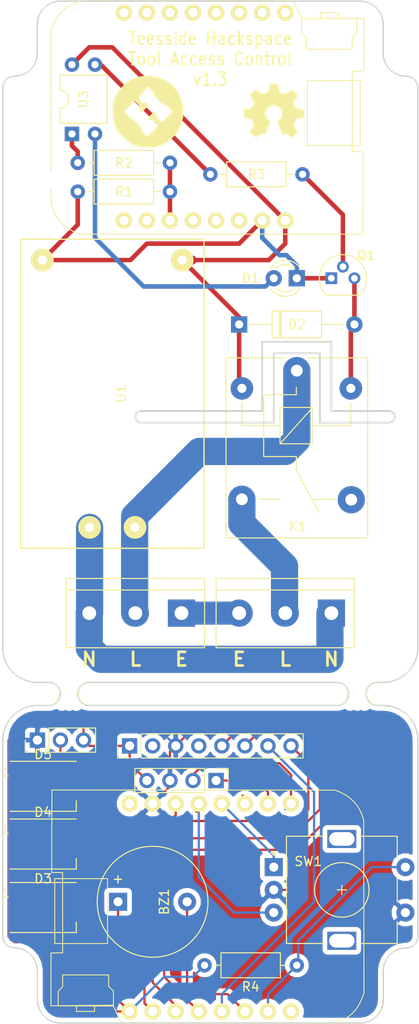
<source format=kicad_pcb>
(kicad_pcb (version 20171130) (host pcbnew "(5.0.0-3-g5ebb6b6)")

  (general
    (thickness 1.6)
    (drawings 59)
    (tracks 206)
    (zones 0)
    (modules 30)
    (nets 48)
  )

  (page A4)
  (layers
    (0 F.Cu signal)
    (31 B.Cu signal)
    (32 B.Adhes user)
    (33 F.Adhes user)
    (34 B.Paste user)
    (35 F.Paste user)
    (36 B.SilkS user)
    (37 F.SilkS user)
    (38 B.Mask user)
    (39 F.Mask user)
    (40 Dwgs.User user)
    (41 Cmts.User user)
    (42 Eco1.User user)
    (43 Eco2.User user)
    (44 Edge.Cuts user)
    (45 Margin user)
    (46 B.CrtYd user)
    (47 F.CrtYd user hide)
    (48 B.Fab user)
    (49 F.Fab user hide)
  )

  (setup
    (last_trace_width 0.25)
    (user_trace_width 0.5)
    (user_trace_width 1)
    (user_trace_width 2.54)
    (user_trace_width 3)
    (trace_clearance 0.2)
    (zone_clearance 0.508)
    (zone_45_only no)
    (trace_min 0.2)
    (segment_width 0.2)
    (edge_width 0.2)
    (via_size 0.8)
    (via_drill 0.4)
    (via_min_size 0.4)
    (via_min_drill 0.1)
    (uvia_size 0.3)
    (uvia_drill 0.1)
    (uvias_allowed no)
    (uvia_min_size 0.2)
    (uvia_min_drill 0.1)
    (pcb_text_width 0.3)
    (pcb_text_size 1.5 1.5)
    (mod_edge_width 0.15)
    (mod_text_size 1 1)
    (mod_text_width 0.15)
    (pad_size 1.524 1.524)
    (pad_drill 0.762)
    (pad_to_mask_clearance 0.2)
    (aux_axis_origin 0 0)
    (visible_elements FFFFFF7F)
    (pcbplotparams
      (layerselection 0x010fc_ffffffff)
      (usegerberextensions false)
      (usegerberattributes false)
      (usegerberadvancedattributes false)
      (creategerberjobfile false)
      (excludeedgelayer true)
      (linewidth 0.100000)
      (plotframeref false)
      (viasonmask false)
      (mode 1)
      (useauxorigin false)
      (hpglpennumber 1)
      (hpglpenspeed 20)
      (hpglpendiameter 15.000000)
      (psnegative false)
      (psa4output false)
      (plotreference true)
      (plotvalue true)
      (plotinvisibletext false)
      (padsonsilk false)
      (subtractmaskfromsilk false)
      (outputformat 1)
      (mirror false)
      (drillshape 0)
      (scaleselection 1)
      (outputdirectory "./gerber"))
  )

  (net 0 "")
  (net 1 "Net-(D1-Pad2)")
  (net 2 "Net-(D1-Pad1)")
  (net 3 "Net-(D2-Pad2)")
  (net 4 "Net-(D2-Pad1)")
  (net 5 "Net-(D3-Pad2)")
  (net 6 "Net-(D4-Pad2)")
  (net 7 "Net-(D5-Pad2)")
  (net 8 "Net-(J1-Pad3)")
  (net 9 "Net-(J1-Pad2)")
  (net 10 "Net-(J1-Pad1)")
  (net 11 "Net-(J4-Pad4)")
  (net 12 "Net-(J4-Pad2)")
  (net 13 "Net-(K1-Pad4)")
  (net 14 "Net-(Q1-Pad2)")
  (net 15 "Net-(R1-Pad2)")
  (net 16 "Net-(R2-Pad1)")
  (net 17 "Net-(R3-Pad2)")
  (net 18 "Net-(U2-Pad9)")
  (net 19 "Net-(U2-Pad10)")
  (net 20 "Net-(U2-Pad11)")
  (net 21 "Net-(U2-Pad12)")
  (net 22 "Net-(U2-Pad13)")
  (net 23 "Net-(U2-Pad14)")
  (net 24 "Net-(U2-Pad15)")
  (net 25 "Net-(U2-Pad16)")
  (net 26 "Net-(U2-Pad3)")
  (net 27 "Net-(U2-Pad4)")
  (net 28 "Net-(U2-Pad5)")
  (net 29 "Net-(U2-Pad8)")
  (net 30 "Net-(U4-Pad9)")
  (net 31 "Net-(U4-Pad1)")
  (net 32 "Net-(J2-Pad2)")
  (net 33 "Net-(U2-Pad7)")
  (net 34 "Net-(U4-Pad6)")
  (net 35 +3V3)
  (net 36 GND)
  (net 37 Tx)
  (net 38 D0)
  (net 39 D4)
  (net 40 D8)
  (net 41 D5)
  (net 42 D7)
  (net 43 D6)
  (net 44 Rx)
  (net 45 A0)
  (net 46 D3)
  (net 47 D2)

  (net_class Default "This is the default net class."
    (clearance 0.2)
    (trace_width 0.25)
    (via_dia 0.8)
    (via_drill 0.4)
    (uvia_dia 0.3)
    (uvia_drill 0.1)
    (add_net +3V3)
    (add_net A0)
    (add_net D0)
    (add_net D2)
    (add_net D3)
    (add_net D4)
    (add_net D5)
    (add_net D6)
    (add_net D7)
    (add_net D8)
    (add_net GND)
    (add_net "Net-(D1-Pad1)")
    (add_net "Net-(D1-Pad2)")
    (add_net "Net-(D2-Pad1)")
    (add_net "Net-(D2-Pad2)")
    (add_net "Net-(D3-Pad2)")
    (add_net "Net-(D4-Pad2)")
    (add_net "Net-(D5-Pad2)")
    (add_net "Net-(J1-Pad1)")
    (add_net "Net-(J1-Pad2)")
    (add_net "Net-(J1-Pad3)")
    (add_net "Net-(J2-Pad2)")
    (add_net "Net-(J4-Pad2)")
    (add_net "Net-(J4-Pad4)")
    (add_net "Net-(K1-Pad4)")
    (add_net "Net-(Q1-Pad2)")
    (add_net "Net-(R1-Pad2)")
    (add_net "Net-(R2-Pad1)")
    (add_net "Net-(R3-Pad2)")
    (add_net "Net-(U2-Pad10)")
    (add_net "Net-(U2-Pad11)")
    (add_net "Net-(U2-Pad12)")
    (add_net "Net-(U2-Pad13)")
    (add_net "Net-(U2-Pad14)")
    (add_net "Net-(U2-Pad15)")
    (add_net "Net-(U2-Pad16)")
    (add_net "Net-(U2-Pad3)")
    (add_net "Net-(U2-Pad4)")
    (add_net "Net-(U2-Pad5)")
    (add_net "Net-(U2-Pad7)")
    (add_net "Net-(U2-Pad8)")
    (add_net "Net-(U2-Pad9)")
    (add_net "Net-(U4-Pad1)")
    (add_net "Net-(U4-Pad6)")
    (add_net "Net-(U4-Pad9)")
    (add_net Rx)
    (add_net Tx)
  )

  (module Module:D1_mini_board (layer F.Cu) (tedit 5C64DED3) (tstamp 5C64F666)
    (at 146.05 177.8 270)
    (path /5C64C61B)
    (fp_text reference U4 (at 0 12.7 270) (layer F.SilkS) hide
      (effects (font (size 1 1) (thickness 0.15)))
    )
    (fp_text value WeMos_mini (at 1.27 -19.05 270) (layer F.Fab)
      (effects (font (size 1 1) (thickness 0.15)))
    )
    (fp_line (start 11.431517 13.476932) (end 10.814156 13.476932) (layer F.SilkS) (width 0.1))
    (fp_line (start 11.431517 11.483738) (end 11.431517 13.476932) (layer F.SilkS) (width 0.1))
    (fp_line (start 10.778878 11.483738) (end 11.431517 11.483738) (layer F.SilkS) (width 0.1))
    (fp_line (start 10.796517 15.487765) (end 10.7436 9.402349) (layer F.SilkS) (width 0.1))
    (fp_line (start 9.226656 15.487765) (end 10.796517 15.487765) (layer F.SilkS) (width 0.1))
    (fp_line (start 8.697489 14.993876) (end 9.226656 15.487765) (layer F.SilkS) (width 0.1))
    (fp_line (start 7.40985 14.993876) (end 8.697489 14.993876) (layer F.SilkS) (width 0.1))
    (fp_line (start 7.40985 9.931515) (end 7.40985 14.993876) (layer F.SilkS) (width 0.1))
    (fp_line (start 8.662211 9.931515) (end 7.40985 9.931515) (layer F.SilkS) (width 0.1))
    (fp_line (start 9.191378 9.402349) (end 8.662211 9.931515) (layer F.SilkS) (width 0.1))
    (fp_line (start 10.7436 9.402349) (end 9.191378 9.402349) (layer F.SilkS) (width 0.1))
    (fp_line (start -3.17965 15.865188) (end -3.17965 10.051451) (layer F.SilkS) (width 0.1))
    (fp_line (start 3.959931 15.865188) (end -3.17965 15.865188) (layer F.SilkS) (width 0.1))
    (fp_line (start 3.959931 10.051451) (end 3.959931 15.865188) (layer F.SilkS) (width 0.1))
    (fp_line (start -3.17965 10.051451) (end 3.959931 10.051451) (layer F.SilkS) (width 0.1))
    (fp_line (start 10.83248 9.424181) (end 10.802686 16.232524) (layer F.SilkS) (width 0.1))
    (fp_line (start 12.776026 8.463285) (end 10.83248 9.424181) (layer F.SilkS) (width 0.1))
    (fp_line (start 12.751078 -14.091807) (end 12.776026 8.463285) (layer F.SilkS) (width 0.1))
    (fp_line (start 12.635482 -14.984575) (end 12.751078 -14.091807) (layer F.SilkS) (width 0.1))
    (fp_line (start 12.407122 -15.739613) (end 12.635482 -14.984575) (layer F.SilkS) (width 0.1))
    (fp_line (start 12.079595 -16.37146) (end 12.407122 -15.739613) (layer F.SilkS) (width 0.1))
    (fp_line (start 11.666503 -16.894658) (end 12.079595 -16.37146) (layer F.SilkS) (width 0.1))
    (fp_line (start 11.181445 -17.323743) (end 11.666503 -16.894658) (layer F.SilkS) (width 0.1))
    (fp_line (start 10.638018 -17.673258) (end 11.181445 -17.323743) (layer F.SilkS) (width 0.1))
    (fp_line (start 10.049824 -17.957741) (end 10.638018 -17.673258) (layer F.SilkS) (width 0.1))
    (fp_line (start 9.43046 -18.191734) (end 10.049824 -17.957741) (layer F.SilkS) (width 0.1))
    (fp_line (start -9.607453 -18.162976) (end 9.43046 -18.191734) (layer F.SilkS) (width 0.1))
    (fp_line (start -10.20525 -17.97731) (end -9.607453 -18.162976) (layer F.SilkS) (width 0.1))
    (fp_line (start -10.74944 -17.730377) (end -10.20525 -17.97731) (layer F.SilkS) (width 0.1))
    (fp_line (start -11.240512 -17.422741) (end -10.74944 -17.730377) (layer F.SilkS) (width 0.1))
    (fp_line (start -11.678953 -17.054952) (end -11.240512 -17.422741) (layer F.SilkS) (width 0.1))
    (fp_line (start -12.065253 -16.627577) (end -11.678953 -17.054952) (layer F.SilkS) (width 0.1))
    (fp_line (start -12.399901 -16.141167) (end -12.065253 -16.627577) (layer F.SilkS) (width 0.1))
    (fp_line (start -12.683384 -15.596286) (end -12.399901 -16.141167) (layer F.SilkS) (width 0.1))
    (fp_line (start -12.916195 -14.993493) (end -12.683384 -15.596286) (layer F.SilkS) (width 0.1))
    (fp_line (start -12.930193 16.176658) (end -12.916195 -14.993493) (layer F.SilkS) (width 0.1))
    (fp_line (start -3.849397 16.202736) (end -12.930193 16.176658) (layer F.SilkS) (width 0.1))
    (fp_line (start -3.851373 15.000483) (end -3.849397 16.202736) (layer F.SilkS) (width 0.1))
    (fp_line (start 4.979849 14.993795) (end -3.851373 15.000483) (layer F.SilkS) (width 0.1))
    (fp_line (start 5.00618 16.277228) (end 4.979849 14.993795) (layer F.SilkS) (width 0.1))
    (fp_line (start 10.817472 16.277228) (end 5.00618 16.277228) (layer F.SilkS) (width 0.1))
    (pad 9 thru_hole circle (at 11.43 -10.16 270) (size 1.8 1.8) (drill 1.016) (layers *.Cu *.Mask F.SilkS)
      (net 30 "Net-(U4-Pad9)"))
    (pad 10 thru_hole circle (at 11.43 -7.62 270) (size 1.8 1.8) (drill 1.016) (layers *.Cu *.Mask F.SilkS)
      (net 45 A0))
    (pad 11 thru_hole circle (at 11.43 -5.08 270) (size 1.8 1.8) (drill 1.016) (layers *.Cu *.Mask F.SilkS)
      (net 38 D0))
    (pad 12 thru_hole circle (at 11.43 -2.54 270) (size 1.8 1.8) (drill 1.016) (layers *.Cu *.Mask F.SilkS)
      (net 41 D5))
    (pad 13 thru_hole circle (at 11.43 0 270) (size 1.8 1.8) (drill 1.016) (layers *.Cu *.Mask F.SilkS)
      (net 43 D6))
    (pad 14 thru_hole circle (at 11.43 2.54 270) (size 1.8 1.8) (drill 1.016) (layers *.Cu *.Mask F.SilkS)
      (net 42 D7))
    (pad 15 thru_hole circle (at 11.43 5.08 270) (size 1.8 1.8) (drill 1.016) (layers *.Cu *.Mask F.SilkS)
      (net 40 D8))
    (pad 16 thru_hole circle (at 11.43 7.62 270) (size 1.8 1.8) (drill 1.016) (layers *.Cu *.Mask F.SilkS)
      (net 35 +3V3))
    (pad 1 thru_hole circle (at -11.43 7.62 270) (size 1.8 1.8) (drill 1.016) (layers *.Cu *.Mask F.SilkS)
      (net 31 "Net-(U4-Pad1)"))
    (pad 2 thru_hole circle (at -11.43 5.08 270) (size 1.8 1.8) (drill 1.016) (layers *.Cu *.Mask F.SilkS)
      (net 36 GND))
    (pad 3 thru_hole circle (at -11.43 2.54 270) (size 1.8 1.8) (drill 1.016) (layers *.Cu *.Mask F.SilkS)
      (net 39 D4))
    (pad 4 thru_hole circle (at -11.43 0 270) (size 1.8 1.8) (drill 1.016) (layers *.Cu *.Mask F.SilkS)
      (net 46 D3))
    (pad 5 thru_hole circle (at -11.43 -2.54 270) (size 1.8 1.8) (drill 1.016) (layers *.Cu *.Mask F.SilkS)
      (net 47 D2))
    (pad 6 thru_hole circle (at -11.43 -5.08 270) (size 1.8 1.8) (drill 1.016) (layers *.Cu *.Mask F.SilkS)
      (net 34 "Net-(U4-Pad6)"))
    (pad 7 thru_hole circle (at -11.43 -7.62 270) (size 1.8 1.8) (drill 1.016) (layers *.Cu *.Mask F.SilkS)
      (net 44 Rx))
    (pad 8 thru_hole circle (at -11.43 -10.16 270) (size 1.8 1.8) (drill 1.016) (layers *.Cu *.Mask F.SilkS)
      (net 37 Tx))
  )

  (module Buzzer_Beeper:Buzzer_12x9.5RM7.6 (layer F.Cu) (tedit 5C64DEB5) (tstamp 5C4E38B5)
    (at 137.16 177.165)
    (descr "Generic Buzzer, D12mm height 9.5mm with RM7.6mm")
    (tags buzzer)
    (path /5C6562F7)
    (fp_text reference BZ1 (at 5.08 0 90) (layer F.SilkS)
      (effects (font (size 1 1) (thickness 0.15)))
    )
    (fp_text value Buzzer (at 3.8 7.4) (layer F.Fab)
      (effects (font (size 1 1) (thickness 0.15)))
    )
    (fp_circle (center 3.8 0) (end 9.9 0) (layer F.SilkS) (width 0.12))
    (fp_circle (center 3.8 0) (end 4.8 0) (layer F.Fab) (width 0.1))
    (fp_circle (center 3.8 0) (end 9.8 0) (layer F.Fab) (width 0.1))
    (fp_circle (center 3.8 0) (end 10.05 0) (layer F.CrtYd) (width 0.05))
    (fp_text user %R (at 3.8 -4) (layer F.Fab)
      (effects (font (size 1 1) (thickness 0.15)))
    )
    (fp_text user + (at -0.01 -2.54) (layer F.SilkS)
      (effects (font (size 1 1) (thickness 0.15)))
    )
    (fp_text user + (at -0.01 -2.54) (layer F.Fab)
      (effects (font (size 1 1) (thickness 0.15)))
    )
    (pad 2 thru_hole circle (at 7.6 0) (size 2 2) (drill 1) (layers *.Cu *.Mask)
      (net 38 D0))
    (pad 1 thru_hole rect (at 0 0) (size 2 2) (drill 1) (layers *.Cu *.Mask)
      (net 35 +3V3))
    (model ${KISYS3DMOD}/Buzzer_Beeper.3dshapes/Buzzer_12x9.5RM7.6.wrl
      (at (xyz 0 0 0))
      (scale (xyz 1 1 1))
      (rotate (xyz 0 0 0))
    )
  )

  (module LED_SMD:LED_WS2812B_PLCC4_5.0x5.0mm_P3.2mm (layer F.Cu) (tedit 5D0FE066) (tstamp 5D100A31)
    (at 128.905 170.815)
    (descr https://cdn-shop.adafruit.com/datasheets/WS2812B.pdf)
    (tags "LED RGB NeoPixel")
    (path /5C64F82E)
    (attr smd)
    (fp_text reference D4 (at 0 -3.5) (layer F.SilkS)
      (effects (font (size 1 1) (thickness 0.15)))
    )
    (fp_text value WS2812B (at 0 4) (layer F.Fab)
      (effects (font (size 1 1) (thickness 0.15)))
    )
    (fp_circle (center 0 0) (end 0 -2) (layer F.Fab) (width 0.1))
    (fp_line (start 3.65 2.75) (end 3.65 1.6) (layer F.SilkS) (width 0.12))
    (fp_line (start -3.65 2.75) (end 3.65 2.75) (layer F.SilkS) (width 0.12))
    (fp_line (start -3.65 -2.75) (end 3.65 -2.75) (layer F.SilkS) (width 0.12))
    (fp_line (start 2.5 -2.5) (end -2.5 -2.5) (layer F.Fab) (width 0.1))
    (fp_line (start 2.5 2.5) (end 2.5 -2.5) (layer F.Fab) (width 0.1))
    (fp_line (start -2.5 2.5) (end 2.5 2.5) (layer F.Fab) (width 0.1))
    (fp_line (start -2.5 -2.5) (end -2.5 2.5) (layer F.Fab) (width 0.1))
    (fp_line (start 2.5 1.5) (end 1.5 2.5) (layer F.Fab) (width 0.1))
    (fp_line (start -3.45 -2.75) (end -3.45 2.75) (layer F.CrtYd) (width 0.05))
    (fp_line (start -3.45 2.75) (end 3.45 2.75) (layer F.CrtYd) (width 0.05))
    (fp_line (start 3.45 2.75) (end 3.45 -2.75) (layer F.CrtYd) (width 0.05))
    (fp_line (start 3.45 -2.75) (end -3.45 -2.75) (layer F.CrtYd) (width 0.05))
    (fp_text user %R (at 0 0) (layer F.Fab)
      (effects (font (size 0.8 0.8) (thickness 0.15)))
    )
    (fp_text user 1 (at -4.15 -1.6) (layer F.SilkS)
      (effects (font (size 1 1) (thickness 0.15)))
    )
    (pad 1 smd rect (at -2.45 -1.6) (size 1.5 1) (layers F.Cu F.Paste F.Mask)
      (net 35 +3V3))
    (pad 2 smd rect (at -2.45 1.6) (size 1.5 1) (layers F.Cu F.Paste F.Mask)
      (net 6 "Net-(D4-Pad2)"))
    (pad 4 smd rect (at 2.45 -1.6) (size 1.5 1) (layers F.Cu F.Paste F.Mask)
      (net 5 "Net-(D3-Pad2)"))
    (pad 3 smd rect (at 2.45 1.6) (size 1.5 1) (layers F.Cu F.Paste F.Mask)
      (net 36 GND))
    (model ${KISYS3DMOD}/LED_SMD.3dshapes/LED_WS2812B_PLCC4_5.0x5.0mm_P3.2mm.wrl
      (at (xyz 0 0 0))
      (scale (xyz 1 1 1))
      (rotate (xyz 0 0 0))
    )
  )

  (module LED_SMD:LED_WS2812B_PLCC4_5.0x5.0mm_P3.2mm (layer F.Cu) (tedit 5D0FDF9F) (tstamp 5D1008F8)
    (at 128.905 164.465)
    (descr https://cdn-shop.adafruit.com/datasheets/WS2812B.pdf)
    (tags "LED RGB NeoPixel")
    (path /5C64F951)
    (attr smd)
    (fp_text reference D5 (at 0 -3.5) (layer F.SilkS)
      (effects (font (size 1 1) (thickness 0.15)))
    )
    (fp_text value WS2812B (at 0 4) (layer F.Fab)
      (effects (font (size 1 1) (thickness 0.15)))
    )
    (fp_circle (center 0 0) (end 0 -2) (layer F.Fab) (width 0.1))
    (fp_line (start 3.65 2.75) (end 3.65 1.6) (layer F.SilkS) (width 0.12))
    (fp_line (start -3.65 2.75) (end 3.65 2.75) (layer F.SilkS) (width 0.12))
    (fp_line (start -3.65 -2.75) (end 3.65 -2.75) (layer F.SilkS) (width 0.12))
    (fp_line (start 2.5 -2.5) (end -2.5 -2.5) (layer F.Fab) (width 0.1))
    (fp_line (start 2.5 2.5) (end 2.5 -2.5) (layer F.Fab) (width 0.1))
    (fp_line (start -2.5 2.5) (end 2.5 2.5) (layer F.Fab) (width 0.1))
    (fp_line (start -2.5 -2.5) (end -2.5 2.5) (layer F.Fab) (width 0.1))
    (fp_line (start 2.5 1.5) (end 1.5 2.5) (layer F.Fab) (width 0.1))
    (fp_line (start -3.45 -2.75) (end -3.45 2.75) (layer F.CrtYd) (width 0.05))
    (fp_line (start -3.45 2.75) (end 3.45 2.75) (layer F.CrtYd) (width 0.05))
    (fp_line (start 3.45 2.75) (end 3.45 -2.75) (layer F.CrtYd) (width 0.05))
    (fp_line (start 3.45 -2.75) (end -3.45 -2.75) (layer F.CrtYd) (width 0.05))
    (fp_text user %R (at 0 0) (layer F.Fab)
      (effects (font (size 0.8 0.8) (thickness 0.15)))
    )
    (fp_text user 1 (at -4.15 -1.6) (layer F.SilkS)
      (effects (font (size 1 1) (thickness 0.15)))
    )
    (pad 1 smd rect (at -2.45 -1.6) (size 1.5 1) (layers F.Cu F.Paste F.Mask)
      (net 35 +3V3))
    (pad 2 smd rect (at -2.45 1.6) (size 1.5 1) (layers F.Cu F.Paste F.Mask)
      (net 7 "Net-(D5-Pad2)"))
    (pad 4 smd rect (at 2.45 -1.6) (size 1.5 1) (layers F.Cu F.Paste F.Mask)
      (net 6 "Net-(D4-Pad2)"))
    (pad 3 smd rect (at 2.45 1.6) (size 1.5 1) (layers F.Cu F.Paste F.Mask)
      (net 36 GND))
    (model ${KISYS3DMOD}/LED_SMD.3dshapes/LED_WS2812B_PLCC4_5.0x5.0mm_P3.2mm.wrl
      (at (xyz 0 0 0))
      (scale (xyz 1 1 1))
      (rotate (xyz 0 0 0))
    )
  )

  (module Connector_PinHeader_2.54mm:PinHeader_1x04_P2.54mm_Vertical (layer F.Cu) (tedit 5C64DFC5) (tstamp 5C1AA631)
    (at 147.955 163.83 270)
    (descr "Through hole straight pin header, 1x04, 2.54mm pitch, single row")
    (tags "Through hole pin header THT 1x04 2.54mm single row")
    (path /5C64E65E)
    (fp_text reference J5 (at 0 -2.33 270) (layer F.SilkS) hide
      (effects (font (size 1 1) (thickness 0.15)))
    )
    (fp_text value Conn_01x04_Female (at 0 9.95 270) (layer F.Fab)
      (effects (font (size 1 1) (thickness 0.15)))
    )
    (fp_text user %R (at 0 3.81) (layer F.Fab)
      (effects (font (size 1 1) (thickness 0.15)))
    )
    (fp_line (start 1.8 -1.8) (end -1.8 -1.8) (layer F.CrtYd) (width 0.05))
    (fp_line (start 1.8 9.4) (end 1.8 -1.8) (layer F.CrtYd) (width 0.05))
    (fp_line (start -1.8 9.4) (end 1.8 9.4) (layer F.CrtYd) (width 0.05))
    (fp_line (start -1.8 -1.8) (end -1.8 9.4) (layer F.CrtYd) (width 0.05))
    (fp_line (start -1.33 -1.33) (end 0 -1.33) (layer F.SilkS) (width 0.12))
    (fp_line (start -1.33 0) (end -1.33 -1.33) (layer F.SilkS) (width 0.12))
    (fp_line (start -1.33 1.27) (end 1.33 1.27) (layer F.SilkS) (width 0.12))
    (fp_line (start 1.33 1.27) (end 1.33 8.95) (layer F.SilkS) (width 0.12))
    (fp_line (start -1.33 1.27) (end -1.33 8.95) (layer F.SilkS) (width 0.12))
    (fp_line (start -1.33 8.95) (end 1.33 8.95) (layer F.SilkS) (width 0.12))
    (fp_line (start -1.27 -0.635) (end -0.635 -1.27) (layer F.Fab) (width 0.1))
    (fp_line (start -1.27 8.89) (end -1.27 -0.635) (layer F.Fab) (width 0.1))
    (fp_line (start 1.27 8.89) (end -1.27 8.89) (layer F.Fab) (width 0.1))
    (fp_line (start 1.27 -1.27) (end 1.27 8.89) (layer F.Fab) (width 0.1))
    (fp_line (start -0.635 -1.27) (end 1.27 -1.27) (layer F.Fab) (width 0.1))
    (pad 4 thru_hole oval (at 0 7.62 270) (size 1.7 1.7) (drill 1) (layers *.Cu *.Mask)
      (net 35 +3V3))
    (pad 3 thru_hole oval (at 0 5.08 270) (size 1.7 1.7) (drill 1) (layers *.Cu *.Mask)
      (net 36 GND))
    (pad 2 thru_hole oval (at 0 2.54 270) (size 1.7 1.7) (drill 1) (layers *.Cu *.Mask)
      (net 37 Tx))
    (pad 1 thru_hole rect (at 0 0 270) (size 1.7 1.7) (drill 1) (layers *.Cu *.Mask)
      (net 44 Rx))
    (model ${KISYS3DMOD}/Connector_PinHeader_2.54mm.3dshapes/PinHeader_1x04_P2.54mm_Vertical.wrl
      (at (xyz 0 0 0))
      (scale (xyz 1 1 1))
      (rotate (xyz 0 0 0))
    )
  )

  (module Symbol:Hackspace_logo_10mm (layer F.Cu) (tedit 0) (tstamp 5C37DE78)
    (at 140.335 90.17)
    (fp_text reference "" (at 0 0) (layer F.SilkS)
      (effects (font (size 1.27 1.27) (thickness 0.15)))
    )
    (fp_text value "" (at 0 0) (layer F.SilkS)
      (effects (font (size 1.27 1.27) (thickness 0.15)))
    )
    (fp_poly (pts (xy 1.041643 -3.754986) (xy 1.902462 -3.470383) (xy 1.96167 -3.440821) (xy 2.814592 -2.842845)
      (xy 3.444692 -2.073643) (xy 3.850563 -1.18404) (xy 4.030797 -0.224866) (xy 3.983986 0.753054)
      (xy 3.708724 1.698892) (xy 3.203604 2.561821) (xy 2.467217 3.291014) (xy 2.153998 3.505592)
      (xy 1.616964 3.787765) (xy 1.070522 3.942445) (xy 0.364854 4.011849) (xy 0.355761 4.01229)
      (xy -0.280134 4.012654) (xy -0.868247 3.962282) (xy -1.227266 3.88701) (xy -1.798073 3.58825)
      (xy -2.415427 3.101564) (xy -2.983505 2.518425) (xy -3.406487 1.930308) (xy -3.520067 1.698241)
      (xy -3.706912 0.968142) (xy -3.773497 0.103849) (xy -3.773345 0.10143) (xy -2.518223 0.10143)
      (xy -1.572692 0.923828) (xy -1.129346 1.330015) (xy -0.797413 1.67332) (xy -0.63465 1.892811)
      (xy -0.62716 1.921341) (xy -0.528132 2.149475) (xy -0.28937 2.455995) (xy -0.283734 2.462016)
      (xy 0.059691 2.827576) (xy 0.655791 2.245501) (xy 0.996121 1.893724) (xy 1.137011 1.664522)
      (xy 1.114221 1.473075) (xy 1.037016 1.341281) (xy 0.757627 1.083155) (xy 0.528663 1.003153)
      (xy 0.169064 0.964377) (xy 0.078434 0.861315) (xy 0.240143 0.632237) (xy 0.386634 0.475946)
      (xy 0.685599 0.223343) (xy 0.934403 0.104738) (xy 1.064695 0.135593) (xy 1.008125 0.331365)
      (xy 1.005267 0.336021) (xy 1.0351 0.544804) (xy 1.237803 0.84384) (xy 1.26774 0.87663)
      (xy 1.627593 1.259675) (xy 2.819549 0.095761) (xy 2.479975 -0.2657) (xy 2.194998 -0.519392)
      (xy 1.981378 -0.627128) (xy 1.979208 -0.62716) (xy 1.767514 -0.733091) (xy 1.450858 -0.991821)
      (xy 1.120731 -1.314761) (xy 0.868623 -1.613319) (xy 0.783951 -1.78454) (xy 0.685642 -1.999775)
      (xy 0.456764 -2.28794) (xy 0.129578 -2.636214) (xy -0.426851 -2.020313) (xy -0.743788 -1.656492)
      (xy -0.87321 -1.434226) (xy -0.840799 -1.265116) (xy -0.69752 -1.088652) (xy -0.420076 -0.880422)
      (xy -0.210901 -0.849968) (xy 0.025 -0.855272) (xy 0.083924 -0.674302) (xy -0.039379 -0.383164)
      (xy -0.167694 -0.223578) (xy -0.503015 0.074159) (xy -0.711346 0.136901) (xy -0.762702 -0.039409)
      (xy -0.741363 -0.145919) (xy -0.797734 -0.500653) (xy -1.006142 -0.771743) (xy -1.350081 -1.094857)
      (xy -1.934152 -0.496714) (xy -2.518223 0.10143) (xy -3.773345 0.10143) (xy -3.719409 -0.756358)
      (xy -3.544235 -1.474198) (xy -3.52963 -1.510286) (xy -3.0589 -2.296175) (xy -2.36825 -3.007111)
      (xy -1.646296 -3.496186) (xy -0.847334 -3.769646) (xy 0.086845 -3.855327) (xy 1.041643 -3.754986)) (layer F.SilkS) (width 0.01))
  )

  (module Connector_PinHeader_2.54mm:PinHeader_1x08_P2.54mm_Vertical (layer F.Cu) (tedit 5C64DFBF) (tstamp 5C1AA9A8)
    (at 138.43 160.02 90)
    (descr "Through hole straight pin header, 1x08, 2.54mm pitch, single row")
    (tags "Through hole pin header THT 1x08 2.54mm single row")
    (path /5C65D1D9)
    (fp_text reference J4 (at 0 -2.33 90) (layer F.SilkS) hide
      (effects (font (size 1 1) (thickness 0.15)))
    )
    (fp_text value Conn_01x08_Female (at 0 20.11 90) (layer F.Fab)
      (effects (font (size 1 1) (thickness 0.15)))
    )
    (fp_text user %R (at 0 8.89 -180) (layer F.Fab)
      (effects (font (size 1 1) (thickness 0.15)))
    )
    (fp_line (start 1.8 -1.8) (end -1.8 -1.8) (layer F.CrtYd) (width 0.05))
    (fp_line (start 1.8 19.55) (end 1.8 -1.8) (layer F.CrtYd) (width 0.05))
    (fp_line (start -1.8 19.55) (end 1.8 19.55) (layer F.CrtYd) (width 0.05))
    (fp_line (start -1.8 -1.8) (end -1.8 19.55) (layer F.CrtYd) (width 0.05))
    (fp_line (start -1.33 -1.33) (end 0 -1.33) (layer F.SilkS) (width 0.12))
    (fp_line (start -1.33 0) (end -1.33 -1.33) (layer F.SilkS) (width 0.12))
    (fp_line (start -1.33 1.27) (end 1.33 1.27) (layer F.SilkS) (width 0.12))
    (fp_line (start 1.33 1.27) (end 1.33 19.11) (layer F.SilkS) (width 0.12))
    (fp_line (start -1.33 1.27) (end -1.33 19.11) (layer F.SilkS) (width 0.12))
    (fp_line (start -1.33 19.11) (end 1.33 19.11) (layer F.SilkS) (width 0.12))
    (fp_line (start -1.27 -0.635) (end -0.635 -1.27) (layer F.Fab) (width 0.1))
    (fp_line (start -1.27 19.05) (end -1.27 -0.635) (layer F.Fab) (width 0.1))
    (fp_line (start 1.27 19.05) (end -1.27 19.05) (layer F.Fab) (width 0.1))
    (fp_line (start 1.27 -1.27) (end 1.27 19.05) (layer F.Fab) (width 0.1))
    (fp_line (start -0.635 -1.27) (end 1.27 -1.27) (layer F.Fab) (width 0.1))
    (pad 8 thru_hole oval (at 0 17.78 90) (size 1.7 1.7) (drill 1) (layers *.Cu *.Mask)
      (net 40 D8))
    (pad 7 thru_hole oval (at 0 15.24 90) (size 1.7 1.7) (drill 1) (layers *.Cu *.Mask)
      (net 41 D5))
    (pad 6 thru_hole oval (at 0 12.7 90) (size 1.7 1.7) (drill 1) (layers *.Cu *.Mask)
      (net 42 D7))
    (pad 5 thru_hole oval (at 0 10.16 90) (size 1.7 1.7) (drill 1) (layers *.Cu *.Mask)
      (net 43 D6))
    (pad 4 thru_hole oval (at 0 7.62 90) (size 1.7 1.7) (drill 1) (layers *.Cu *.Mask)
      (net 11 "Net-(J4-Pad4)"))
    (pad 3 thru_hole oval (at 0 5.08 90) (size 1.7 1.7) (drill 1) (layers *.Cu *.Mask)
      (net 36 GND))
    (pad 2 thru_hole oval (at 0 2.54 90) (size 1.7 1.7) (drill 1) (layers *.Cu *.Mask)
      (net 12 "Net-(J4-Pad2)"))
    (pad 1 thru_hole rect (at 0 0 90) (size 1.7 1.7) (drill 1) (layers *.Cu *.Mask)
      (net 35 +3V3))
    (model ${KISYS3DMOD}/Connector_PinHeader_2.54mm.3dshapes/PinHeader_1x08_P2.54mm_Vertical.wrl
      (at (xyz 0 0 0))
      (scale (xyz 1 1 1))
      (rotate (xyz 0 0 0))
    )
  )

  (module Connector_PinHeader_2.54mm:PinHeader_1x03_P2.54mm_Vertical (layer F.Cu) (tedit 5C64DEF3) (tstamp 5C60EEC4)
    (at 128.27 159.385 90)
    (descr "Through hole straight pin header, 1x03, 2.54mm pitch, single row")
    (tags "Through hole pin header THT 1x03 2.54mm single row")
    (path /5C64E60B)
    (fp_text reference J3 (at 0 -2.54 90) (layer F.SilkS) hide
      (effects (font (size 0.8 0.8) (thickness 0.1)))
    )
    (fp_text value Conn_01x03_Male (at 0 7.41 90) (layer F.Fab)
      (effects (font (size 1 1) (thickness 0.15)))
    )
    (fp_text user %R (at 0 2.54 180) (layer F.Fab)
      (effects (font (size 1 1) (thickness 0.15)))
    )
    (fp_line (start 1.8 -1.8) (end -1.8 -1.8) (layer F.CrtYd) (width 0.05))
    (fp_line (start 1.8 6.85) (end 1.8 -1.8) (layer F.CrtYd) (width 0.05))
    (fp_line (start -1.8 6.85) (end 1.8 6.85) (layer F.CrtYd) (width 0.05))
    (fp_line (start -1.8 -1.8) (end -1.8 6.85) (layer F.CrtYd) (width 0.05))
    (fp_line (start -1.33 -1.33) (end 0 -1.33) (layer F.SilkS) (width 0.12))
    (fp_line (start -1.33 0) (end -1.33 -1.33) (layer F.SilkS) (width 0.12))
    (fp_line (start -1.33 1.27) (end 1.33 1.27) (layer F.SilkS) (width 0.12))
    (fp_line (start 1.33 1.27) (end 1.33 6.41) (layer F.SilkS) (width 0.12))
    (fp_line (start -1.33 1.27) (end -1.33 6.41) (layer F.SilkS) (width 0.12))
    (fp_line (start -1.33 6.41) (end 1.33 6.41) (layer F.SilkS) (width 0.12))
    (fp_line (start -1.27 -0.635) (end -0.635 -1.27) (layer F.Fab) (width 0.1))
    (fp_line (start -1.27 6.35) (end -1.27 -0.635) (layer F.Fab) (width 0.1))
    (fp_line (start 1.27 6.35) (end -1.27 6.35) (layer F.Fab) (width 0.1))
    (fp_line (start 1.27 -1.27) (end 1.27 6.35) (layer F.Fab) (width 0.1))
    (fp_line (start -0.635 -1.27) (end 1.27 -1.27) (layer F.Fab) (width 0.1))
    (pad 3 thru_hole oval (at 0 5.08 90) (size 1.7 1.7) (drill 1) (layers *.Cu *.Mask)
      (net 35 +3V3))
    (pad 2 thru_hole oval (at 0 2.54 90) (size 1.7 1.7) (drill 1) (layers *.Cu *.Mask)
      (net 7 "Net-(D5-Pad2)"))
    (pad 1 thru_hole rect (at 0 0 90) (size 1.7 1.7) (drill 1) (layers *.Cu *.Mask)
      (net 36 GND))
    (model ${KISYS3DMOD}/Connector_PinHeader_2.54mm.3dshapes/PinHeader_1x03_P2.54mm_Vertical.wrl
      (at (xyz 0 0 0))
      (scale (xyz 1 1 1))
      (rotate (xyz 0 0 0))
    )
  )

  (module Module:D1_mini_board (layer F.Cu) (tedit 5C64DE55) (tstamp 5C181946)
    (at 147.955 90.805 90)
    (path /5C64C5B1)
    (fp_text reference U2 (at -2.54 13.97 180) (layer F.SilkS) hide
      (effects (font (size 1 1) (thickness 0.15)))
    )
    (fp_text value WeMos_mini (at 1.27 -19.05 90) (layer F.Fab)
      (effects (font (size 1 1) (thickness 0.15)))
    )
    (fp_line (start 11.431517 13.476932) (end 10.814156 13.476932) (layer F.SilkS) (width 0.1))
    (fp_line (start 11.431517 11.483738) (end 11.431517 13.476932) (layer F.SilkS) (width 0.1))
    (fp_line (start 10.778878 11.483738) (end 11.431517 11.483738) (layer F.SilkS) (width 0.1))
    (fp_line (start 10.796517 15.487765) (end 10.7436 9.402349) (layer F.SilkS) (width 0.1))
    (fp_line (start 9.226656 15.487765) (end 10.796517 15.487765) (layer F.SilkS) (width 0.1))
    (fp_line (start 8.697489 14.993876) (end 9.226656 15.487765) (layer F.SilkS) (width 0.1))
    (fp_line (start 7.40985 14.993876) (end 8.697489 14.993876) (layer F.SilkS) (width 0.1))
    (fp_line (start 7.40985 9.931515) (end 7.40985 14.993876) (layer F.SilkS) (width 0.1))
    (fp_line (start 8.662211 9.931515) (end 7.40985 9.931515) (layer F.SilkS) (width 0.1))
    (fp_line (start 9.191378 9.402349) (end 8.662211 9.931515) (layer F.SilkS) (width 0.1))
    (fp_line (start 10.7436 9.402349) (end 9.191378 9.402349) (layer F.SilkS) (width 0.1))
    (fp_line (start -3.17965 15.865188) (end -3.17965 10.051451) (layer F.SilkS) (width 0.1))
    (fp_line (start 3.959931 15.865188) (end -3.17965 15.865188) (layer F.SilkS) (width 0.1))
    (fp_line (start 3.959931 10.051451) (end 3.959931 15.865188) (layer F.SilkS) (width 0.1))
    (fp_line (start -3.17965 10.051451) (end 3.959931 10.051451) (layer F.SilkS) (width 0.1))
    (fp_line (start 10.83248 9.424181) (end 10.802686 16.232524) (layer F.SilkS) (width 0.1))
    (fp_line (start 12.776026 8.463285) (end 10.83248 9.424181) (layer F.SilkS) (width 0.1))
    (fp_line (start 12.751078 -14.091807) (end 12.776026 8.463285) (layer F.SilkS) (width 0.1))
    (fp_line (start 12.635482 -14.984575) (end 12.751078 -14.091807) (layer F.SilkS) (width 0.1))
    (fp_line (start 12.407122 -15.739613) (end 12.635482 -14.984575) (layer F.SilkS) (width 0.1))
    (fp_line (start 12.079595 -16.37146) (end 12.407122 -15.739613) (layer F.SilkS) (width 0.1))
    (fp_line (start 11.666503 -16.894658) (end 12.079595 -16.37146) (layer F.SilkS) (width 0.1))
    (fp_line (start 11.181445 -17.323743) (end 11.666503 -16.894658) (layer F.SilkS) (width 0.1))
    (fp_line (start 10.638018 -17.673258) (end 11.181445 -17.323743) (layer F.SilkS) (width 0.1))
    (fp_line (start 10.049824 -17.957741) (end 10.638018 -17.673258) (layer F.SilkS) (width 0.1))
    (fp_line (start 9.43046 -18.191734) (end 10.049824 -17.957741) (layer F.SilkS) (width 0.1))
    (fp_line (start -9.607453 -18.162976) (end 9.43046 -18.191734) (layer F.SilkS) (width 0.1))
    (fp_line (start -10.20525 -17.97731) (end -9.607453 -18.162976) (layer F.SilkS) (width 0.1))
    (fp_line (start -10.74944 -17.730377) (end -10.20525 -17.97731) (layer F.SilkS) (width 0.1))
    (fp_line (start -11.240512 -17.422741) (end -10.74944 -17.730377) (layer F.SilkS) (width 0.1))
    (fp_line (start -11.678953 -17.054952) (end -11.240512 -17.422741) (layer F.SilkS) (width 0.1))
    (fp_line (start -12.065253 -16.627577) (end -11.678953 -17.054952) (layer F.SilkS) (width 0.1))
    (fp_line (start -12.399901 -16.141167) (end -12.065253 -16.627577) (layer F.SilkS) (width 0.1))
    (fp_line (start -12.683384 -15.596286) (end -12.399901 -16.141167) (layer F.SilkS) (width 0.1))
    (fp_line (start -12.916195 -14.993493) (end -12.683384 -15.596286) (layer F.SilkS) (width 0.1))
    (fp_line (start -12.930193 16.176658) (end -12.916195 -14.993493) (layer F.SilkS) (width 0.1))
    (fp_line (start -3.849397 16.202736) (end -12.930193 16.176658) (layer F.SilkS) (width 0.1))
    (fp_line (start -3.851373 15.000483) (end -3.849397 16.202736) (layer F.SilkS) (width 0.1))
    (fp_line (start 4.979849 14.993795) (end -3.851373 15.000483) (layer F.SilkS) (width 0.1))
    (fp_line (start 5.00618 16.277228) (end 4.979849 14.993795) (layer F.SilkS) (width 0.1))
    (fp_line (start 10.817472 16.277228) (end 5.00618 16.277228) (layer F.SilkS) (width 0.1))
    (pad 9 thru_hole circle (at 11.43 -10.16 90) (size 1.8 1.8) (drill 1.016) (layers *.Cu *.Mask F.SilkS)
      (net 18 "Net-(U2-Pad9)"))
    (pad 10 thru_hole circle (at 11.43 -7.62 90) (size 1.8 1.8) (drill 1.016) (layers *.Cu *.Mask F.SilkS)
      (net 19 "Net-(U2-Pad10)"))
    (pad 11 thru_hole circle (at 11.43 -5.08 90) (size 1.8 1.8) (drill 1.016) (layers *.Cu *.Mask F.SilkS)
      (net 20 "Net-(U2-Pad11)"))
    (pad 12 thru_hole circle (at 11.43 -2.54 90) (size 1.8 1.8) (drill 1.016) (layers *.Cu *.Mask F.SilkS)
      (net 21 "Net-(U2-Pad12)"))
    (pad 13 thru_hole circle (at 11.43 0 90) (size 1.8 1.8) (drill 1.016) (layers *.Cu *.Mask F.SilkS)
      (net 22 "Net-(U2-Pad13)"))
    (pad 14 thru_hole circle (at 11.43 2.54 90) (size 1.8 1.8) (drill 1.016) (layers *.Cu *.Mask F.SilkS)
      (net 23 "Net-(U2-Pad14)"))
    (pad 15 thru_hole circle (at 11.43 5.08 90) (size 1.8 1.8) (drill 1.016) (layers *.Cu *.Mask F.SilkS)
      (net 24 "Net-(U2-Pad15)"))
    (pad 16 thru_hole circle (at 11.43 7.62 90) (size 1.8 1.8) (drill 1.016) (layers *.Cu *.Mask F.SilkS)
      (net 25 "Net-(U2-Pad16)"))
    (pad 1 thru_hole circle (at -11.43 7.62 90) (size 1.8 1.8) (drill 1.016) (layers *.Cu *.Mask F.SilkS)
      (net 4 "Net-(D2-Pad1)"))
    (pad 2 thru_hole circle (at -11.43 5.08 90) (size 1.8 1.8) (drill 1.016) (layers *.Cu *.Mask F.SilkS)
      (net 2 "Net-(D1-Pad1)"))
    (pad 3 thru_hole circle (at -11.43 2.54 90) (size 1.8 1.8) (drill 1.016) (layers *.Cu *.Mask F.SilkS)
      (net 26 "Net-(U2-Pad3)"))
    (pad 4 thru_hole circle (at -11.43 0 90) (size 1.8 1.8) (drill 1.016) (layers *.Cu *.Mask F.SilkS)
      (net 27 "Net-(U2-Pad4)"))
    (pad 5 thru_hole circle (at -11.43 -2.54 90) (size 1.8 1.8) (drill 1.016) (layers *.Cu *.Mask F.SilkS)
      (net 28 "Net-(U2-Pad5)"))
    (pad 6 thru_hole circle (at -11.43 -5.08 90) (size 1.8 1.8) (drill 1.016) (layers *.Cu *.Mask F.SilkS)
      (net 15 "Net-(R1-Pad2)"))
    (pad 7 thru_hole circle (at -11.43 -7.62 90) (size 1.8 1.8) (drill 1.016) (layers *.Cu *.Mask F.SilkS)
      (net 33 "Net-(U2-Pad7)"))
    (pad 8 thru_hole circle (at -11.43 -10.16 90) (size 1.8 1.8) (drill 1.016) (layers *.Cu *.Mask F.SilkS)
      (net 29 "Net-(U2-Pad8)"))
  )

  (module Resistor_THT:R_Axial_DIN0207_L6.3mm_D2.5mm_P10.16mm_Horizontal (layer F.Cu) (tedit 5C64DE0F) (tstamp 5C576BAB)
    (at 132.715 99.06)
    (descr "Resistor, Axial_DIN0207 series, Axial, Horizontal, pin pitch=10.16mm, 0.25W = 1/4W, length*diameter=6.3*2.5mm^2, http://cdn-reichelt.de/documents/datenblatt/B400/1_4W%23YAG.pdf")
    (tags "Resistor Axial_DIN0207 series Axial Horizontal pin pitch 10.16mm 0.25W = 1/4W length 6.3mm diameter 2.5mm")
    (path /5C64E463)
    (fp_text reference R1 (at 5.08 0) (layer F.SilkS)
      (effects (font (size 1 1) (thickness 0.15)))
    )
    (fp_text value 10K (at 5.08 2.37) (layer F.Fab)
      (effects (font (size 1 1) (thickness 0.15)))
    )
    (fp_line (start 1.93 -1.25) (end 1.93 1.25) (layer F.Fab) (width 0.1))
    (fp_line (start 1.93 1.25) (end 8.23 1.25) (layer F.Fab) (width 0.1))
    (fp_line (start 8.23 1.25) (end 8.23 -1.25) (layer F.Fab) (width 0.1))
    (fp_line (start 8.23 -1.25) (end 1.93 -1.25) (layer F.Fab) (width 0.1))
    (fp_line (start 0 0) (end 1.93 0) (layer F.Fab) (width 0.1))
    (fp_line (start 10.16 0) (end 8.23 0) (layer F.Fab) (width 0.1))
    (fp_line (start 1.81 -1.37) (end 1.81 1.37) (layer F.SilkS) (width 0.12))
    (fp_line (start 1.81 1.37) (end 8.35 1.37) (layer F.SilkS) (width 0.12))
    (fp_line (start 8.35 1.37) (end 8.35 -1.37) (layer F.SilkS) (width 0.12))
    (fp_line (start 8.35 -1.37) (end 1.81 -1.37) (layer F.SilkS) (width 0.12))
    (fp_line (start 1.04 0) (end 1.81 0) (layer F.SilkS) (width 0.12))
    (fp_line (start 9.12 0) (end 8.35 0) (layer F.SilkS) (width 0.12))
    (fp_line (start -1.05 -1.5) (end -1.05 1.5) (layer F.CrtYd) (width 0.05))
    (fp_line (start -1.05 1.5) (end 11.21 1.5) (layer F.CrtYd) (width 0.05))
    (fp_line (start 11.21 1.5) (end 11.21 -1.5) (layer F.CrtYd) (width 0.05))
    (fp_line (start 11.21 -1.5) (end -1.05 -1.5) (layer F.CrtYd) (width 0.05))
    (fp_text user %R (at 5.08 0) (layer F.Fab)
      (effects (font (size 1 1) (thickness 0.15)))
    )
    (pad 1 thru_hole circle (at 0 0) (size 1.6 1.6) (drill 0.8) (layers *.Cu *.Mask)
      (net 2 "Net-(D1-Pad1)"))
    (pad 2 thru_hole oval (at 10.16 0) (size 1.6 1.6) (drill 0.8) (layers *.Cu *.Mask)
      (net 15 "Net-(R1-Pad2)"))
    (model ${KISYS3DMOD}/Resistor_THT.3dshapes/R_Axial_DIN0207_L6.3mm_D2.5mm_P10.16mm_Horizontal.wrl
      (at (xyz 0 0 0))
      (scale (xyz 1 1 1))
      (rotate (xyz 0 0 0))
    )
  )

  (module Symbol:OSHW-Symbol_6.7x6mm_SilkScreen (layer F.Cu) (tedit 0) (tstamp 5C37E193)
    (at 154.305 90.17)
    (descr "Open Source Hardware Symbol")
    (tags "Logo Symbol OSHW")
    (attr virtual)
    (fp_text reference REF** (at 0 0) (layer F.SilkS) hide
      (effects (font (size 1 1) (thickness 0.15)))
    )
    (fp_text value OSHW-Symbol_6.7x6mm_SilkScreen (at 0.75 0) (layer F.Fab) hide
      (effects (font (size 1 1) (thickness 0.15)))
    )
    (fp_poly (pts (xy 0.555814 -2.531069) (xy 0.639635 -2.086445) (xy 0.94892 -1.958947) (xy 1.258206 -1.831449)
      (xy 1.629246 -2.083754) (xy 1.733157 -2.154004) (xy 1.827087 -2.216728) (xy 1.906652 -2.269062)
      (xy 1.96747 -2.308143) (xy 2.005157 -2.331107) (xy 2.015421 -2.336058) (xy 2.03391 -2.323324)
      (xy 2.07342 -2.288118) (xy 2.129522 -2.234938) (xy 2.197787 -2.168282) (xy 2.273786 -2.092646)
      (xy 2.353092 -2.012528) (xy 2.431275 -1.932426) (xy 2.503907 -1.856836) (xy 2.566559 -1.790255)
      (xy 2.614803 -1.737182) (xy 2.64421 -1.702113) (xy 2.651241 -1.690377) (xy 2.641123 -1.66874)
      (xy 2.612759 -1.621338) (xy 2.569129 -1.552807) (xy 2.513218 -1.467785) (xy 2.448006 -1.370907)
      (xy 2.410219 -1.31565) (xy 2.341343 -1.214752) (xy 2.28014 -1.123701) (xy 2.229578 -1.04703)
      (xy 2.192628 -0.989272) (xy 2.172258 -0.954957) (xy 2.169197 -0.947746) (xy 2.176136 -0.927252)
      (xy 2.195051 -0.879487) (xy 2.223087 -0.811168) (xy 2.257391 -0.729011) (xy 2.295109 -0.63973)
      (xy 2.333387 -0.550042) (xy 2.36937 -0.466662) (xy 2.400206 -0.396306) (xy 2.423039 -0.34569)
      (xy 2.435017 -0.321529) (xy 2.435724 -0.320578) (xy 2.454531 -0.315964) (xy 2.504618 -0.305672)
      (xy 2.580793 -0.290713) (xy 2.677865 -0.272099) (xy 2.790643 -0.250841) (xy 2.856442 -0.238582)
      (xy 2.97695 -0.215638) (xy 3.085797 -0.193805) (xy 3.177476 -0.174278) (xy 3.246481 -0.158252)
      (xy 3.287304 -0.146921) (xy 3.295511 -0.143326) (xy 3.303548 -0.118994) (xy 3.310033 -0.064041)
      (xy 3.31497 0.015108) (xy 3.318364 0.112026) (xy 3.320218 0.220287) (xy 3.320538 0.333465)
      (xy 3.319327 0.445135) (xy 3.31659 0.548868) (xy 3.312331 0.638241) (xy 3.306555 0.706826)
      (xy 3.299267 0.748197) (xy 3.294895 0.75681) (xy 3.268764 0.767133) (xy 3.213393 0.781892)
      (xy 3.136107 0.799352) (xy 3.04423 0.81778) (xy 3.012158 0.823741) (xy 2.857524 0.852066)
      (xy 2.735375 0.874876) (xy 2.641673 0.89308) (xy 2.572384 0.907583) (xy 2.523471 0.919292)
      (xy 2.490897 0.929115) (xy 2.470628 0.937956) (xy 2.458626 0.946724) (xy 2.456947 0.948457)
      (xy 2.440184 0.976371) (xy 2.414614 1.030695) (xy 2.382788 1.104777) (xy 2.34726 1.191965)
      (xy 2.310583 1.285608) (xy 2.275311 1.379052) (xy 2.243996 1.465647) (xy 2.219193 1.53874)
      (xy 2.203454 1.591678) (xy 2.199332 1.617811) (xy 2.199676 1.618726) (xy 2.213641 1.640086)
      (xy 2.245322 1.687084) (xy 2.291391 1.754827) (xy 2.348518 1.838423) (xy 2.413373 1.932982)
      (xy 2.431843 1.959854) (xy 2.497699 2.057275) (xy 2.55565 2.146163) (xy 2.602538 2.221412)
      (xy 2.635207 2.27792) (xy 2.6505 2.310581) (xy 2.651241 2.314593) (xy 2.638392 2.335684)
      (xy 2.602888 2.377464) (xy 2.549293 2.435445) (xy 2.482171 2.505135) (xy 2.406087 2.582045)
      (xy 2.325604 2.661683) (xy 2.245287 2.739561) (xy 2.169699 2.811186) (xy 2.103405 2.87207)
      (xy 2.050969 2.917721) (xy 2.016955 2.94365) (xy 2.007545 2.947883) (xy 1.985643 2.937912)
      (xy 1.9408 2.91102) (xy 1.880321 2.871736) (xy 1.833789 2.840117) (xy 1.749475 2.782098)
      (xy 1.649626 2.713784) (xy 1.549473 2.645579) (xy 1.495627 2.609075) (xy 1.313371 2.4858)
      (xy 1.160381 2.56852) (xy 1.090682 2.604759) (xy 1.031414 2.632926) (xy 0.991311 2.648991)
      (xy 0.981103 2.651226) (xy 0.968829 2.634722) (xy 0.944613 2.588082) (xy 0.910263 2.515609)
      (xy 0.867588 2.421606) (xy 0.818394 2.310374) (xy 0.76449 2.186215) (xy 0.707684 2.053432)
      (xy 0.649782 1.916327) (xy 0.592593 1.779202) (xy 0.537924 1.646358) (xy 0.487584 1.522098)
      (xy 0.44338 1.410725) (xy 0.407119 1.316539) (xy 0.380609 1.243844) (xy 0.365658 1.196941)
      (xy 0.363254 1.180833) (xy 0.382311 1.160286) (xy 0.424036 1.126933) (xy 0.479706 1.087702)
      (xy 0.484378 1.084599) (xy 0.628264 0.969423) (xy 0.744283 0.835053) (xy 0.83143 0.685784)
      (xy 0.888699 0.525913) (xy 0.915086 0.359737) (xy 0.909585 0.191552) (xy 0.87119 0.025655)
      (xy 0.798895 -0.133658) (xy 0.777626 -0.168513) (xy 0.666996 -0.309263) (xy 0.536302 -0.422286)
      (xy 0.390064 -0.506997) (xy 0.232808 -0.562806) (xy 0.069057 -0.589126) (xy -0.096667 -0.58537)
      (xy -0.259838 -0.55095) (xy -0.415935 -0.485277) (xy -0.560433 -0.387765) (xy -0.605131 -0.348187)
      (xy -0.718888 -0.224297) (xy -0.801782 -0.093876) (xy -0.858644 0.052315) (xy -0.890313 0.197088)
      (xy -0.898131 0.35986) (xy -0.872062 0.52344) (xy -0.814755 0.682298) (xy -0.728856 0.830906)
      (xy -0.617014 0.963735) (xy -0.481877 1.075256) (xy -0.464117 1.087011) (xy -0.40785 1.125508)
      (xy -0.365077 1.158863) (xy -0.344628 1.18016) (xy -0.344331 1.180833) (xy -0.348721 1.203871)
      (xy -0.366124 1.256157) (xy -0.394732 1.33339) (xy -0.432735 1.431268) (xy -0.478326 1.545491)
      (xy -0.529697 1.671758) (xy -0.585038 1.805767) (xy -0.642542 1.943218) (xy -0.700399 2.079808)
      (xy -0.756802 2.211237) (xy -0.809942 2.333205) (xy -0.85801 2.441409) (xy -0.899199 2.531549)
      (xy -0.931699 2.599323) (xy -0.953703 2.64043) (xy -0.962564 2.651226) (xy -0.98964 2.642819)
      (xy -1.040303 2.620272) (xy -1.105817 2.587613) (xy -1.141841 2.56852) (xy -1.294832 2.4858)
      (xy -1.477088 2.609075) (xy -1.570125 2.672228) (xy -1.671985 2.741727) (xy -1.767438 2.807165)
      (xy -1.81525 2.840117) (xy -1.882495 2.885273) (xy -1.939436 2.921057) (xy -1.978646 2.942938)
      (xy -1.991381 2.947563) (xy -2.009917 2.935085) (xy -2.050941 2.900252) (xy -2.110475 2.846678)
      (xy -2.184542 2.777983) (xy -2.269165 2.697781) (xy -2.322685 2.646286) (xy -2.416319 2.554286)
      (xy -2.497241 2.471999) (xy -2.562177 2.402945) (xy -2.607858 2.350644) (xy -2.631011 2.318616)
      (xy -2.633232 2.312116) (xy -2.622924 2.287394) (xy -2.594439 2.237405) (xy -2.550937 2.167212)
      (xy -2.495577 2.081875) (xy -2.43152 1.986456) (xy -2.413303 1.959854) (xy -2.346927 1.863167)
      (xy -2.287378 1.776117) (xy -2.237984 1.703595) (xy -2.202075 1.650493) (xy -2.182981 1.621703)
      (xy -2.181136 1.618726) (xy -2.183895 1.595782) (xy -2.198538 1.545336) (xy -2.222513 1.474041)
      (xy -2.253266 1.388547) (xy -2.288244 1.295507) (xy -2.324893 1.201574) (xy -2.360661 1.113399)
      (xy -2.392994 1.037634) (xy -2.419338 0.980931) (xy -2.437142 0.949943) (xy -2.438407 0.948457)
      (xy -2.449294 0.939601) (xy -2.467682 0.930843) (xy -2.497606 0.921277) (xy -2.543103 0.909996)
      (xy -2.608209 0.896093) (xy -2.696961 0.878663) (xy -2.813393 0.856798) (xy -2.961542 0.829591)
      (xy -2.993618 0.823741) (xy -3.088686 0.805374) (xy -3.171565 0.787405) (xy -3.23493 0.771569)
      (xy -3.271458 0.7596) (xy -3.276356 0.75681) (xy -3.284427 0.732072) (xy -3.290987 0.67679)
      (xy -3.296033 0.597389) (xy -3.299559 0.500296) (xy -3.301561 0.391938) (xy -3.302036 0.27874)
      (xy -3.300977 0.167128) (xy -3.298382 0.063529) (xy -3.294246 -0.025632) (xy -3.288563 -0.093928)
      (xy -3.281331 -0.134934) (xy -3.276971 -0.143326) (xy -3.252698 -0.151792) (xy -3.197426 -0.165565)
      (xy -3.116662 -0.18345) (xy -3.015912 -0.204252) (xy -2.900683 -0.226777) (xy -2.837902 -0.238582)
      (xy -2.718787 -0.260849) (xy -2.612565 -0.281021) (xy -2.524427 -0.298085) (xy -2.459566 -0.311031)
      (xy -2.423174 -0.318845) (xy -2.417184 -0.320578) (xy -2.407061 -0.34011) (xy -2.385662 -0.387157)
      (xy -2.355839 -0.454997) (xy -2.320445 -0.536909) (xy -2.282332 -0.626172) (xy -2.244353 -0.716065)
      (xy -2.20936 -0.799865) (xy -2.180206 -0.870853) (xy -2.159743 -0.922306) (xy -2.150823 -0.947503)
      (xy -2.150657 -0.948604) (xy -2.160769 -0.968481) (xy -2.189117 -1.014223) (xy -2.232723 -1.081283)
      (xy -2.288606 -1.165116) (xy -2.353787 -1.261174) (xy -2.391679 -1.31635) (xy -2.460725 -1.417519)
      (xy -2.52205 -1.50937) (xy -2.572663 -1.587256) (xy -2.609571 -1.646531) (xy -2.629782 -1.682549)
      (xy -2.632701 -1.690623) (xy -2.620153 -1.709416) (xy -2.585463 -1.749543) (xy -2.533063 -1.806507)
      (xy -2.467384 -1.875815) (xy -2.392856 -1.952969) (xy -2.313913 -2.033475) (xy -2.234983 -2.112837)
      (xy -2.1605 -2.18656) (xy -2.094894 -2.250148) (xy -2.042596 -2.299106) (xy -2.008039 -2.328939)
      (xy -1.996478 -2.336058) (xy -1.977654 -2.326047) (xy -1.932631 -2.297922) (xy -1.865787 -2.254546)
      (xy -1.781499 -2.198782) (xy -1.684144 -2.133494) (xy -1.610707 -2.083754) (xy -1.239667 -1.831449)
      (xy -0.621095 -2.086445) (xy -0.537275 -2.531069) (xy -0.453454 -2.975693) (xy 0.471994 -2.975693)
      (xy 0.555814 -2.531069)) (layer F.SilkS) (width 0.01))
  )

  (module Resistor_THT:R_Axial_DIN0207_L6.3mm_D2.5mm_P10.16mm_Horizontal (layer F.Cu) (tedit 5C64DDF1) (tstamp 5C36575C)
    (at 157.48 97.155 180)
    (descr "Resistor, Axial_DIN0207 series, Axial, Horizontal, pin pitch=10.16mm, 0.25W = 1/4W, length*diameter=6.3*2.5mm^2, http://cdn-reichelt.de/documents/datenblatt/B400/1_4W%23YAG.pdf")
    (tags "Resistor Axial_DIN0207 series Axial Horizontal pin pitch 10.16mm 0.25W = 1/4W length 6.3mm diameter 2.5mm")
    (path /5C64E54E)
    (fp_text reference R3 (at 5.08 0 180) (layer F.SilkS)
      (effects (font (size 1 1) (thickness 0.15)))
    )
    (fp_text value 1K (at 5.08 2.37 180) (layer F.Fab)
      (effects (font (size 1 1) (thickness 0.15)))
    )
    (fp_text user %R (at 5.08 0 180) (layer F.Fab)
      (effects (font (size 1 1) (thickness 0.15)))
    )
    (fp_line (start 11.21 -1.5) (end -1.05 -1.5) (layer F.CrtYd) (width 0.05))
    (fp_line (start 11.21 1.5) (end 11.21 -1.5) (layer F.CrtYd) (width 0.05))
    (fp_line (start -1.05 1.5) (end 11.21 1.5) (layer F.CrtYd) (width 0.05))
    (fp_line (start -1.05 -1.5) (end -1.05 1.5) (layer F.CrtYd) (width 0.05))
    (fp_line (start 9.12 0) (end 8.35 0) (layer F.SilkS) (width 0.12))
    (fp_line (start 1.04 0) (end 1.81 0) (layer F.SilkS) (width 0.12))
    (fp_line (start 8.35 -1.37) (end 1.81 -1.37) (layer F.SilkS) (width 0.12))
    (fp_line (start 8.35 1.37) (end 8.35 -1.37) (layer F.SilkS) (width 0.12))
    (fp_line (start 1.81 1.37) (end 8.35 1.37) (layer F.SilkS) (width 0.12))
    (fp_line (start 1.81 -1.37) (end 1.81 1.37) (layer F.SilkS) (width 0.12))
    (fp_line (start 10.16 0) (end 8.23 0) (layer F.Fab) (width 0.1))
    (fp_line (start 0 0) (end 1.93 0) (layer F.Fab) (width 0.1))
    (fp_line (start 8.23 -1.25) (end 1.93 -1.25) (layer F.Fab) (width 0.1))
    (fp_line (start 8.23 1.25) (end 8.23 -1.25) (layer F.Fab) (width 0.1))
    (fp_line (start 1.93 1.25) (end 8.23 1.25) (layer F.Fab) (width 0.1))
    (fp_line (start 1.93 -1.25) (end 1.93 1.25) (layer F.Fab) (width 0.1))
    (pad 2 thru_hole oval (at 10.16 0 180) (size 1.6 1.6) (drill 0.8) (layers *.Cu *.Mask)
      (net 17 "Net-(R3-Pad2)"))
    (pad 1 thru_hole circle (at 0 0 180) (size 1.6 1.6) (drill 0.8) (layers *.Cu *.Mask)
      (net 14 "Net-(Q1-Pad2)"))
    (model ${KISYS3DMOD}/Resistor_THT.3dshapes/R_Axial_DIN0207_L6.3mm_D2.5mm_P10.16mm_Horizontal.wrl
      (at (xyz 0 0 0))
      (scale (xyz 1 1 1))
      (rotate (xyz 0 0 0))
    )
  )

  (module Diode_THT:D_A-405_P12.70mm_Horizontal (layer F.Cu) (tedit 5C64DDC4) (tstamp 5C181B1C)
    (at 150.495 113.665)
    (descr "Diode, A-405 series, Axial, Horizontal, pin pitch=12.7mm, , length*diameter=5.2*2.7mm^2, , http://www.diodes.com/_files/packages/A-405.pdf")
    (tags "Diode A-405 series Axial Horizontal pin pitch 12.7mm  length 5.2mm diameter 2.7mm")
    (path /5C64D091)
    (fp_text reference D2 (at 6.35 0) (layer F.SilkS)
      (effects (font (size 1 1) (thickness 0.15)))
    )
    (fp_text value 1N4007 (at 6.35 2.47) (layer F.Fab)
      (effects (font (size 1 1) (thickness 0.15)))
    )
    (fp_text user K (at 0 -1.9) (layer F.SilkS) hide
      (effects (font (size 1 1) (thickness 0.15)))
    )
    (fp_text user K (at 0 -1.9) (layer F.Fab)
      (effects (font (size 1 1) (thickness 0.15)))
    )
    (fp_text user %R (at 6.74 0) (layer F.Fab)
      (effects (font (size 1 1) (thickness 0.15)))
    )
    (fp_line (start 13.85 -1.6) (end -1.15 -1.6) (layer F.CrtYd) (width 0.05))
    (fp_line (start 13.85 1.6) (end 13.85 -1.6) (layer F.CrtYd) (width 0.05))
    (fp_line (start -1.15 1.6) (end 13.85 1.6) (layer F.CrtYd) (width 0.05))
    (fp_line (start -1.15 -1.6) (end -1.15 1.6) (layer F.CrtYd) (width 0.05))
    (fp_line (start 4.41 -1.47) (end 4.41 1.47) (layer F.SilkS) (width 0.12))
    (fp_line (start 4.65 -1.47) (end 4.65 1.47) (layer F.SilkS) (width 0.12))
    (fp_line (start 4.53 -1.47) (end 4.53 1.47) (layer F.SilkS) (width 0.12))
    (fp_line (start 11.56 0) (end 9.07 0) (layer F.SilkS) (width 0.12))
    (fp_line (start 1.14 0) (end 3.63 0) (layer F.SilkS) (width 0.12))
    (fp_line (start 9.07 -1.47) (end 3.63 -1.47) (layer F.SilkS) (width 0.12))
    (fp_line (start 9.07 1.47) (end 9.07 -1.47) (layer F.SilkS) (width 0.12))
    (fp_line (start 3.63 1.47) (end 9.07 1.47) (layer F.SilkS) (width 0.12))
    (fp_line (start 3.63 -1.47) (end 3.63 1.47) (layer F.SilkS) (width 0.12))
    (fp_line (start 4.43 -1.35) (end 4.43 1.35) (layer F.Fab) (width 0.1))
    (fp_line (start 4.63 -1.35) (end 4.63 1.35) (layer F.Fab) (width 0.1))
    (fp_line (start 4.53 -1.35) (end 4.53 1.35) (layer F.Fab) (width 0.1))
    (fp_line (start 12.7 0) (end 8.95 0) (layer F.Fab) (width 0.1))
    (fp_line (start 0 0) (end 3.75 0) (layer F.Fab) (width 0.1))
    (fp_line (start 8.95 -1.35) (end 3.75 -1.35) (layer F.Fab) (width 0.1))
    (fp_line (start 8.95 1.35) (end 8.95 -1.35) (layer F.Fab) (width 0.1))
    (fp_line (start 3.75 1.35) (end 8.95 1.35) (layer F.Fab) (width 0.1))
    (fp_line (start 3.75 -1.35) (end 3.75 1.35) (layer F.Fab) (width 0.1))
    (pad 2 thru_hole oval (at 12.7 0) (size 1.8 1.8) (drill 0.9) (layers *.Cu *.Mask)
      (net 3 "Net-(D2-Pad2)"))
    (pad 1 thru_hole rect (at 0 0) (size 1.8 1.8) (drill 0.9) (layers *.Cu *.Mask)
      (net 4 "Net-(D2-Pad1)"))
    (model ${KISYS3DMOD}/Diode_THT.3dshapes/D_A-405_P12.70mm_Horizontal.wrl
      (at (xyz 0 0 0))
      (scale (xyz 1 1 1))
      (rotate (xyz 0 0 0))
    )
  )

  (module MountingHole:MountingHole_3.5mm (layer F.Cu) (tedit 56D1B4CB) (tstamp 5C181B14)
    (at 128.27 143.51)
    (descr "Mounting Hole 3.5mm, no annular")
    (tags "mounting hole 3.5mm no annular")
    (attr virtual)
    (fp_text reference REF** (at 0 -4.5) (layer F.SilkS) hide
      (effects (font (size 1 1) (thickness 0.15)))
    )
    (fp_text value MountingHole_3.5mm (at 0 4.5) (layer F.Fab)
      (effects (font (size 1 1) (thickness 0.15)))
    )
    (fp_circle (center 0 0) (end 3.75 0) (layer F.CrtYd) (width 0.05))
    (fp_circle (center 0 0) (end 3.5 0) (layer Cmts.User) (width 0.15))
    (fp_text user %R (at 0.3 0) (layer F.Fab)
      (effects (font (size 1 1) (thickness 0.15)))
    )
    (pad 1 np_thru_hole circle (at 0 0) (size 3.5 3.5) (drill 3.5) (layers *.Cu *.Mask))
  )

  (module MountingHole:MountingHole_3.5mm (layer F.Cu) (tedit 56D1B4CB) (tstamp 5C181A7B)
    (at 166.37 97.79)
    (descr "Mounting Hole 3.5mm, no annular")
    (tags "mounting hole 3.5mm no annular")
    (attr virtual)
    (fp_text reference REF** (at 0 -4.5) (layer F.SilkS) hide
      (effects (font (size 1 1) (thickness 0.15)))
    )
    (fp_text value MountingHole_3.5mm (at 0 4.5) (layer F.Fab)
      (effects (font (size 1 1) (thickness 0.15)))
    )
    (fp_circle (center 0 0) (end 3.75 0) (layer F.CrtYd) (width 0.05))
    (fp_circle (center 0 0) (end 3.5 0) (layer Cmts.User) (width 0.15))
    (fp_text user %R (at 0.3 0) (layer F.Fab)
      (effects (font (size 1 1) (thickness 0.15)))
    )
    (pad 1 np_thru_hole circle (at 0 0) (size 3.5 3.5) (drill 3.5) (layers *.Cu *.Mask))
  )

  (module MountingHole:MountingHole_3.5mm (layer F.Cu) (tedit 56D1B4CB) (tstamp 5C181A74)
    (at 128.27 97.79)
    (descr "Mounting Hole 3.5mm, no annular")
    (tags "mounting hole 3.5mm no annular")
    (attr virtual)
    (fp_text reference REF** (at 0 -4.5) (layer F.SilkS) hide
      (effects (font (size 1 1) (thickness 0.15)))
    )
    (fp_text value MountingHole_3.5mm (at 0 4.5) (layer F.Fab)
      (effects (font (size 1 1) (thickness 0.15)))
    )
    (fp_circle (center 0 0) (end 3.75 0) (layer F.CrtYd) (width 0.05))
    (fp_circle (center 0 0) (end 3.5 0) (layer Cmts.User) (width 0.15))
    (fp_text user %R (at 0.3 0) (layer F.Fab)
      (effects (font (size 1 1) (thickness 0.15)))
    )
    (pad 1 np_thru_hole circle (at 0 0) (size 3.5 3.5) (drill 3.5) (layers *.Cu *.Mask))
  )

  (module MountingHole:MountingHole_3.5mm (layer F.Cu) (tedit 56D1B4CB) (tstamp 5C181A6D)
    (at 166.37 143.51)
    (descr "Mounting Hole 3.5mm, no annular")
    (tags "mounting hole 3.5mm no annular")
    (attr virtual)
    (fp_text reference REF** (at 0 -4.5) (layer F.SilkS) hide
      (effects (font (size 1 1) (thickness 0.15)))
    )
    (fp_text value MountingHole_3.5mm (at 0 4.5) (layer F.Fab)
      (effects (font (size 1 1) (thickness 0.15)))
    )
    (fp_circle (center 0 0) (end 3.75 0) (layer F.CrtYd) (width 0.05))
    (fp_circle (center 0 0) (end 3.5 0) (layer Cmts.User) (width 0.15))
    (fp_text user %R (at 0.3 0) (layer F.Fab)
      (effects (font (size 1 1) (thickness 0.15)))
    )
    (pad 1 np_thru_hole circle (at 0 0) (size 3.5 3.5) (drill 3.5) (layers *.Cu *.Mask))
  )

  (module Resistor_THT:R_Axial_DIN0207_L6.3mm_D2.5mm_P10.16mm_Horizontal (layer F.Cu) (tedit 5C64DE14) (tstamp 5C181A53)
    (at 132.715 95.885)
    (descr "Resistor, Axial_DIN0207 series, Axial, Horizontal, pin pitch=10.16mm, 0.25W = 1/4W, length*diameter=6.3*2.5mm^2, http://cdn-reichelt.de/documents/datenblatt/B400/1_4W%23YAG.pdf")
    (tags "Resistor Axial_DIN0207 series Axial Horizontal pin pitch 10.16mm 0.25W = 1/4W length 6.3mm diameter 2.5mm")
    (path /5C64E4CF)
    (fp_text reference R2 (at 5.08 0) (layer F.SilkS)
      (effects (font (size 1 1) (thickness 0.15)))
    )
    (fp_text value 220 (at 5.08 2.37) (layer F.Fab)
      (effects (font (size 1 1) (thickness 0.15)))
    )
    (fp_text user %R (at 5.08 0) (layer F.Fab)
      (effects (font (size 1 1) (thickness 0.15)))
    )
    (fp_line (start 11.21 -1.5) (end -1.05 -1.5) (layer F.CrtYd) (width 0.05))
    (fp_line (start 11.21 1.5) (end 11.21 -1.5) (layer F.CrtYd) (width 0.05))
    (fp_line (start -1.05 1.5) (end 11.21 1.5) (layer F.CrtYd) (width 0.05))
    (fp_line (start -1.05 -1.5) (end -1.05 1.5) (layer F.CrtYd) (width 0.05))
    (fp_line (start 9.12 0) (end 8.35 0) (layer F.SilkS) (width 0.12))
    (fp_line (start 1.04 0) (end 1.81 0) (layer F.SilkS) (width 0.12))
    (fp_line (start 8.35 -1.37) (end 1.81 -1.37) (layer F.SilkS) (width 0.12))
    (fp_line (start 8.35 1.37) (end 8.35 -1.37) (layer F.SilkS) (width 0.12))
    (fp_line (start 1.81 1.37) (end 8.35 1.37) (layer F.SilkS) (width 0.12))
    (fp_line (start 1.81 -1.37) (end 1.81 1.37) (layer F.SilkS) (width 0.12))
    (fp_line (start 10.16 0) (end 8.23 0) (layer F.Fab) (width 0.1))
    (fp_line (start 0 0) (end 1.93 0) (layer F.Fab) (width 0.1))
    (fp_line (start 8.23 -1.25) (end 1.93 -1.25) (layer F.Fab) (width 0.1))
    (fp_line (start 8.23 1.25) (end 8.23 -1.25) (layer F.Fab) (width 0.1))
    (fp_line (start 1.93 1.25) (end 8.23 1.25) (layer F.Fab) (width 0.1))
    (fp_line (start 1.93 -1.25) (end 1.93 1.25) (layer F.Fab) (width 0.1))
    (pad 2 thru_hole oval (at 10.16 0) (size 1.6 1.6) (drill 0.8) (layers *.Cu *.Mask)
      (net 15 "Net-(R1-Pad2)"))
    (pad 1 thru_hole circle (at 0 0) (size 1.6 1.6) (drill 0.8) (layers *.Cu *.Mask)
      (net 16 "Net-(R2-Pad1)"))
    (model ${KISYS3DMOD}/Resistor_THT.3dshapes/R_Axial_DIN0207_L6.3mm_D2.5mm_P10.16mm_Horizontal.wrl
      (at (xyz 0 0 0))
      (scale (xyz 1 1 1))
      (rotate (xyz 0 0 0))
    )
  )

  (module Package_TO_SOT_THT:TO-92 (layer F.Cu) (tedit 5C64DDDA) (tstamp 5C181A42)
    (at 160.655 108.585)
    (descr "TO-92 leads molded, narrow, drill 0.75mm (see NXP sot054_po.pdf)")
    (tags "to-92 sc-43 sc-43a sot54 PA33 transistor")
    (path /5C64D5E1)
    (fp_text reference Q1 (at 3.81 -2.54) (layer F.SilkS)
      (effects (font (size 1 1) (thickness 0.15)))
    )
    (fp_text value S8050 (at 1.27 2.79) (layer F.Fab)
      (effects (font (size 1 1) (thickness 0.15)))
    )
    (fp_arc (start 1.27 0) (end 1.27 -2.6) (angle 135) (layer F.SilkS) (width 0.12))
    (fp_arc (start 1.27 0) (end 1.27 -2.48) (angle -135) (layer F.Fab) (width 0.1))
    (fp_arc (start 1.27 0) (end 1.27 -2.6) (angle -135) (layer F.SilkS) (width 0.12))
    (fp_arc (start 1.27 0) (end 1.27 -2.48) (angle 135) (layer F.Fab) (width 0.1))
    (fp_line (start 4 2.01) (end -1.46 2.01) (layer F.CrtYd) (width 0.05))
    (fp_line (start 4 2.01) (end 4 -2.73) (layer F.CrtYd) (width 0.05))
    (fp_line (start -1.46 -2.73) (end -1.46 2.01) (layer F.CrtYd) (width 0.05))
    (fp_line (start -1.46 -2.73) (end 4 -2.73) (layer F.CrtYd) (width 0.05))
    (fp_line (start -0.5 1.75) (end 3 1.75) (layer F.Fab) (width 0.1))
    (fp_line (start -0.53 1.85) (end 3.07 1.85) (layer F.SilkS) (width 0.12))
    (fp_text user %R (at 1.27 -3.56) (layer F.Fab)
      (effects (font (size 1 1) (thickness 0.15)))
    )
    (pad 1 thru_hole rect (at 0 0 90) (size 1.3 1.3) (drill 0.75) (layers *.Cu *.Mask)
      (net 2 "Net-(D1-Pad1)"))
    (pad 3 thru_hole circle (at 2.54 0 90) (size 1.3 1.3) (drill 0.75) (layers *.Cu *.Mask)
      (net 3 "Net-(D2-Pad2)"))
    (pad 2 thru_hole circle (at 1.27 -1.27 90) (size 1.3 1.3) (drill 0.75) (layers *.Cu *.Mask)
      (net 14 "Net-(Q1-Pad2)"))
    (model ${KISYS3DMOD}/Package_TO_SOT_THT.3dshapes/TO-92.wrl
      (at (xyz 0 0 0))
      (scale (xyz 1 1 1))
      (rotate (xyz 0 0 0))
    )
  )

  (module Relay_THT:Relay_SPDT_SANYOU_SRD_Series_Form_C (layer F.Cu) (tedit 5C64DDA0) (tstamp 5C181A1A)
    (at 156.845 118.745 270)
    (descr "relay Sanyou SRD series Form C http://www.sanyourelay.ca/public/products/pdf/SRD.pdf")
    (tags "relay Sanyu SRD form C")
    (path /5C64C8E8)
    (fp_text reference K1 (at 17.145 -0.127) (layer F.SilkS)
      (effects (font (size 1 1) (thickness 0.15)))
    )
    (fp_text value SANYOU_SRD_Form_C (at 8 -9.6 270) (layer F.Fab)
      (effects (font (size 1 1) (thickness 0.15)))
    )
    (fp_line (start 8.05 1.85) (end 4.05 1.85) (layer F.SilkS) (width 0.12))
    (fp_line (start 8.05 -1.75) (end 8.05 1.85) (layer F.SilkS) (width 0.12))
    (fp_line (start 4.05 -1.75) (end 8.05 -1.75) (layer F.SilkS) (width 0.12))
    (fp_line (start 4.05 1.85) (end 4.05 -1.75) (layer F.SilkS) (width 0.12))
    (fp_line (start 8.05 1.85) (end 4.05 -1.75) (layer F.SilkS) (width 0.12))
    (fp_line (start 6.05 1.85) (end 6.05 6.05) (layer F.SilkS) (width 0.12))
    (fp_line (start 6.05 -5.95) (end 6.05 -1.75) (layer F.SilkS) (width 0.12))
    (fp_line (start 2.65 0.05) (end 2.65 3.65) (layer F.SilkS) (width 0.12))
    (fp_line (start 9.45 0.05) (end 9.45 3.65) (layer F.SilkS) (width 0.12))
    (fp_line (start 9.45 3.65) (end 2.65 3.65) (layer F.SilkS) (width 0.12))
    (fp_line (start 10.95 0.05) (end 15.55 -2.45) (layer F.SilkS) (width 0.12))
    (fp_line (start 9.45 0.05) (end 10.95 0.05) (layer F.SilkS) (width 0.12))
    (fp_line (start 6.05 -5.95) (end 3.55 -5.95) (layer F.SilkS) (width 0.12))
    (fp_line (start 2.65 0.05) (end 1.85 0.05) (layer F.SilkS) (width 0.12))
    (fp_line (start 3.55 6.05) (end 6.05 6.05) (layer F.SilkS) (width 0.12))
    (fp_line (start 14.15 -4.2) (end 14.15 -1.7) (layer F.SilkS) (width 0.12))
    (fp_line (start 14.15 4.2) (end 14.15 1.75) (layer F.SilkS) (width 0.12))
    (fp_line (start -1.55 7.95) (end 18.55 7.95) (layer F.CrtYd) (width 0.05))
    (fp_line (start 18.55 -7.95) (end 18.55 7.95) (layer F.CrtYd) (width 0.05))
    (fp_line (start -1.55 7.95) (end -1.55 -7.95) (layer F.CrtYd) (width 0.05))
    (fp_line (start 18.55 -7.95) (end -1.55 -7.95) (layer F.CrtYd) (width 0.05))
    (fp_text user %R (at 7.1 0.025 270) (layer F.Fab)
      (effects (font (size 1 1) (thickness 0.15)))
    )
    (fp_line (start -1.3 7.7) (end -1.3 -7.7) (layer F.Fab) (width 0.12))
    (fp_line (start 18.3 7.7) (end -1.3 7.7) (layer F.Fab) (width 0.12))
    (fp_line (start 18.3 -7.7) (end 18.3 7.7) (layer F.Fab) (width 0.12))
    (fp_line (start -1.3 -7.7) (end 18.3 -7.7) (layer F.Fab) (width 0.12))
    (fp_text user 1 (at 0 -2.3 270) (layer F.Fab)
      (effects (font (size 1 1) (thickness 0.15)))
    )
    (fp_line (start 18.4 7.8) (end -1.4 7.8) (layer F.SilkS) (width 0.12))
    (fp_line (start 18.4 -7.8) (end 18.4 7.8) (layer F.SilkS) (width 0.12))
    (fp_line (start -1.4 -7.8) (end 18.4 -7.8) (layer F.SilkS) (width 0.12))
    (fp_line (start -1.4 -7.8) (end -1.4 -1.2) (layer F.SilkS) (width 0.12))
    (fp_line (start -1.4 1.2) (end -1.4 7.8) (layer F.SilkS) (width 0.12))
    (pad 1 thru_hole circle (at 0 0) (size 3 3) (drill 1.3) (layers *.Cu *.Mask)
      (net 9 "Net-(J1-Pad2)"))
    (pad 5 thru_hole circle (at 1.95 -5.95) (size 2.5 2.5) (drill 1) (layers *.Cu *.Mask)
      (net 3 "Net-(D2-Pad2)"))
    (pad 4 thru_hole circle (at 14.2 -6) (size 3 3) (drill 1.3) (layers *.Cu *.Mask)
      (net 13 "Net-(K1-Pad4)"))
    (pad 3 thru_hole circle (at 14.15 6.05) (size 3 3) (drill 1.3) (layers *.Cu *.Mask)
      (net 32 "Net-(J2-Pad2)"))
    (pad 2 thru_hole circle (at 1.95 6.05) (size 2.5 2.5) (drill 1) (layers *.Cu *.Mask)
      (net 4 "Net-(D2-Pad1)"))
    (model ${KISYS3DMOD}/Relay_THT.3dshapes/Relay_SPDT_SANYOU_SRD_Series_Form_C.wrl
      (at (xyz 0 0 0))
      (scale (xyz 1 1 1))
      (rotate (xyz 0 0 0))
    )
  )

  (module Module:HLK-PM01 (layer F.Cu) (tedit 5C64DD87) (tstamp 5C181A0E)
    (at 136.525 121.285 90)
    (path /5C64C6B6)
    (fp_text reference U1 (at 0 1 90) (layer F.SilkS)
      (effects (font (size 1 1) (thickness 0.15)))
    )
    (fp_text value HLK-PM05 (at 0 -1 90) (layer F.Fab)
      (effects (font (size 1 1) (thickness 0.15)))
    )
    (fp_line (start -17 -10.1) (end -17 10.1) (layer F.SilkS) (width 0.15))
    (fp_line (start 17 -10.1) (end -17 -10.1) (layer F.SilkS) (width 0.15))
    (fp_line (start 17 -9.9) (end 17 -10.1) (layer F.SilkS) (width 0.15))
    (fp_line (start 17 10.1) (end 17 -9.9) (layer F.SilkS) (width 0.15))
    (fp_line (start -17 10.1) (end 17 10.1) (layer F.SilkS) (width 0.15))
    (pad 1 thru_hole circle (at -14.7 -2.5 90) (size 2.5 2.5) (drill 1) (layers *.Cu *.Mask F.SilkS)
      (net 8 "Net-(J1-Pad3)"))
    (pad 2 thru_hole circle (at -14.7 2.5 90) (size 2.5 2.5) (drill 1) (layers *.Cu *.Mask F.SilkS)
      (net 9 "Net-(J1-Pad2)"))
    (pad 3 thru_hole circle (at 14.7 -7.7 90) (size 2.5 2.5) (drill 1) (layers *.Cu *.Mask F.SilkS)
      (net 2 "Net-(D1-Pad1)"))
    (pad 4 thru_hole circle (at 14.7 7.7 90) (size 2.5 2.5) (drill 1) (layers *.Cu *.Mask F.SilkS)
      (net 4 "Net-(D2-Pad1)"))
  )

  (module LED_THT:LED_D3.0mm (layer F.Cu) (tedit 5C64DDD0) (tstamp 5C366208)
    (at 156.845 108.585 180)
    (descr "LED, diameter 3.0mm, 2 pins")
    (tags "LED diameter 3.0mm 2 pins")
    (path /5C64E33D)
    (fp_text reference D1 (at 5.08 0 180) (layer F.SilkS)
      (effects (font (size 1 1) (thickness 0.15)))
    )
    (fp_text value LED (at 1.27 2.96 180) (layer F.Fab)
      (effects (font (size 1 1) (thickness 0.15)))
    )
    (fp_line (start 3.7 -2.25) (end -1.15 -2.25) (layer F.CrtYd) (width 0.05))
    (fp_line (start 3.7 2.25) (end 3.7 -2.25) (layer F.CrtYd) (width 0.05))
    (fp_line (start -1.15 2.25) (end 3.7 2.25) (layer F.CrtYd) (width 0.05))
    (fp_line (start -1.15 -2.25) (end -1.15 2.25) (layer F.CrtYd) (width 0.05))
    (fp_line (start -0.29 1.08) (end -0.29 1.236) (layer F.SilkS) (width 0.12))
    (fp_line (start -0.29 -1.236) (end -0.29 -1.08) (layer F.SilkS) (width 0.12))
    (fp_line (start -0.23 -1.16619) (end -0.23 1.16619) (layer F.Fab) (width 0.1))
    (fp_circle (center 1.27 0) (end 2.77 0) (layer F.Fab) (width 0.1))
    (fp_arc (start 1.27 0) (end 0.229039 1.08) (angle -87.9) (layer F.SilkS) (width 0.12))
    (fp_arc (start 1.27 0) (end 0.229039 -1.08) (angle 87.9) (layer F.SilkS) (width 0.12))
    (fp_arc (start 1.27 0) (end -0.29 1.235516) (angle -108.8) (layer F.SilkS) (width 0.12))
    (fp_arc (start 1.27 0) (end -0.29 -1.235516) (angle 108.8) (layer F.SilkS) (width 0.12))
    (fp_arc (start 1.27 0) (end -0.23 -1.16619) (angle 284.3) (layer F.Fab) (width 0.1))
    (pad 2 thru_hole circle (at 2.54 0 180) (size 1.8 1.8) (drill 0.9) (layers *.Cu *.Mask)
      (net 1 "Net-(D1-Pad2)"))
    (pad 1 thru_hole rect (at 0 0 180) (size 1.8 1.8) (drill 0.9) (layers *.Cu *.Mask)
      (net 2 "Net-(D1-Pad1)"))
    (model ${KISYS3DMOD}/LED_THT.3dshapes/LED_D3.0mm.wrl
      (at (xyz 0 0 0))
      (scale (xyz 1 1 1))
      (rotate (xyz 0 0 0))
    )
  )

  (module TerminalBlock:TerminalBlock_bornier-3_P5.08mm (layer F.Cu) (tedit 5C64E77F) (tstamp 5C3740CE)
    (at 144.145 145.415 180)
    (descr "simple 3-pin terminal block, pitch 5.08mm, revamped version of bornier3")
    (tags "terminal block bornier3")
    (path /5C64C9F8)
    (fp_text reference J1 (at 5.05 -4.65 180) (layer F.SilkS) hide
      (effects (font (size 1 1) (thickness 0.15)))
    )
    (fp_text value Screw_Terminal_01x03 (at 5.08 5.08 180) (layer F.Fab)
      (effects (font (size 1 1) (thickness 0.15)))
    )
    (fp_line (start 12.88 4) (end -2.72 4) (layer F.CrtYd) (width 0.05))
    (fp_line (start 12.88 4) (end 12.88 -4) (layer F.CrtYd) (width 0.05))
    (fp_line (start -2.72 -4) (end -2.72 4) (layer F.CrtYd) (width 0.05))
    (fp_line (start -2.72 -4) (end 12.88 -4) (layer F.CrtYd) (width 0.05))
    (fp_line (start -2.54 3.81) (end 12.7 3.81) (layer F.SilkS) (width 0.12))
    (fp_line (start -2.54 -3.81) (end 12.7 -3.81) (layer F.SilkS) (width 0.12))
    (fp_line (start -2.54 2.54) (end 12.7 2.54) (layer F.SilkS) (width 0.12))
    (fp_line (start 12.7 3.81) (end 12.7 -3.81) (layer F.SilkS) (width 0.12))
    (fp_line (start -2.54 3.81) (end -2.54 -3.81) (layer F.SilkS) (width 0.12))
    (fp_line (start -2.47 3.75) (end -2.47 -3.75) (layer F.Fab) (width 0.1))
    (fp_line (start 12.63 3.75) (end -2.47 3.75) (layer F.Fab) (width 0.1))
    (fp_line (start 12.63 -3.75) (end 12.63 3.75) (layer F.Fab) (width 0.1))
    (fp_line (start -2.47 -3.75) (end 12.63 -3.75) (layer F.Fab) (width 0.1))
    (fp_line (start -2.47 2.55) (end 12.63 2.55) (layer F.Fab) (width 0.1))
    (fp_text user %R (at 5.08 0 180) (layer F.Fab)
      (effects (font (size 1 1) (thickness 0.15)))
    )
    (pad 3 thru_hole circle (at 10.16 0 180) (size 3 3) (drill 1.52) (layers *.Cu *.Mask)
      (net 8 "Net-(J1-Pad3)"))
    (pad 2 thru_hole circle (at 5.08 0 180) (size 3 3) (drill 1.52) (layers *.Cu *.Mask)
      (net 9 "Net-(J1-Pad2)"))
    (pad 1 thru_hole rect (at 0 0 180) (size 3 3) (drill 1.52) (layers *.Cu *.Mask)
      (net 10 "Net-(J1-Pad1)"))
    (model ${KISYS3DMOD}/TerminalBlock.3dshapes/TerminalBlock_bornier-3_P5.08mm.wrl
      (offset (xyz 5.079999923706055 0 0))
      (scale (xyz 1 1 1))
      (rotate (xyz 0 0 0))
    )
  )

  (module TerminalBlock:TerminalBlock_bornier-3_P5.08mm (layer F.Cu) (tedit 5C64E786) (tstamp 5C37417B)
    (at 160.655 145.415 180)
    (descr "simple 3-pin terminal block, pitch 5.08mm, revamped version of bornier3")
    (tags "terminal block bornier3")
    (path /5C64CA50)
    (fp_text reference J2 (at 5.05 -4.65 180) (layer F.SilkS) hide
      (effects (font (size 1 1) (thickness 0.15)))
    )
    (fp_text value Screw_Terminal_01x03 (at 5.08 5.08 180) (layer F.Fab)
      (effects (font (size 1 1) (thickness 0.15)))
    )
    (fp_line (start 12.88 4) (end -2.72 4) (layer F.CrtYd) (width 0.05))
    (fp_line (start 12.88 4) (end 12.88 -4) (layer F.CrtYd) (width 0.05))
    (fp_line (start -2.72 -4) (end -2.72 4) (layer F.CrtYd) (width 0.05))
    (fp_line (start -2.72 -4) (end 12.88 -4) (layer F.CrtYd) (width 0.05))
    (fp_line (start -2.54 3.81) (end 12.7 3.81) (layer F.SilkS) (width 0.12))
    (fp_line (start -2.54 -3.81) (end 12.7 -3.81) (layer F.SilkS) (width 0.12))
    (fp_line (start -2.54 2.54) (end 12.7 2.54) (layer F.SilkS) (width 0.12))
    (fp_line (start 12.7 3.81) (end 12.7 -3.81) (layer F.SilkS) (width 0.12))
    (fp_line (start -2.54 3.81) (end -2.54 -3.81) (layer F.SilkS) (width 0.12))
    (fp_line (start -2.47 3.75) (end -2.47 -3.75) (layer F.Fab) (width 0.1))
    (fp_line (start 12.63 3.75) (end -2.47 3.75) (layer F.Fab) (width 0.1))
    (fp_line (start 12.63 -3.75) (end 12.63 3.75) (layer F.Fab) (width 0.1))
    (fp_line (start -2.47 -3.75) (end 12.63 -3.75) (layer F.Fab) (width 0.1))
    (fp_line (start -2.47 2.55) (end 12.63 2.55) (layer F.Fab) (width 0.1))
    (fp_text user %R (at 5.08 0 180) (layer F.Fab)
      (effects (font (size 1 1) (thickness 0.15)))
    )
    (pad 3 thru_hole circle (at 10.16 0 180) (size 3 3) (drill 1.52) (layers *.Cu *.Mask)
      (net 10 "Net-(J1-Pad1)"))
    (pad 2 thru_hole circle (at 5.08 0 180) (size 3 3) (drill 1.52) (layers *.Cu *.Mask)
      (net 32 "Net-(J2-Pad2)"))
    (pad 1 thru_hole rect (at 0 0 180) (size 3 3) (drill 1.52) (layers *.Cu *.Mask)
      (net 8 "Net-(J1-Pad3)"))
    (model ${KISYS3DMOD}/TerminalBlock.3dshapes/TerminalBlock_bornier-3_P5.08mm.wrl
      (offset (xyz 5.079999923706055 0 0))
      (scale (xyz 1 1 1))
      (rotate (xyz 0 0 0))
    )
  )

  (module Panelization:mouse-bite-2.54mm-slot (layer F.Cu) (tedit 551DB929) (tstamp 5C365643)
    (at 131.7625 154.305)
    (fp_text reference mouse-bite-2.54mm-slot (at 0 -2) (layer F.SilkS) hide
      (effects (font (size 1 1) (thickness 0.2)))
    )
    (fp_text value VAL** (at 0 2.1) (layer F.SilkS) hide
      (effects (font (size 1 1) (thickness 0.2)))
    )
    (fp_line (start -2.33 0) (end -2.33 0) (layer Eco1.User) (width 2.54))
    (fp_line (start 2.33 0) (end 2.33 0) (layer Eco1.User) (width 2.54))
    (fp_arc (start 2.33 0) (end 2.33 1.27) (angle 180) (layer F.SilkS) (width 0.1))
    (fp_circle (center 2.33 0) (end 2.33 -0.06) (layer Dwgs.User) (width 0.05))
    (fp_circle (center -2.33 0) (end -2.27 0) (layer Dwgs.User) (width 0.05))
    (fp_arc (start -2.33 0) (end -2.33 1.27) (angle -180) (layer F.SilkS) (width 0.1))
    (pad "" np_thru_hole circle (at 0 -1.1) (size 0.5 0.5) (drill 0.5) (layers *.Cu *.Mask))
    (pad "" np_thru_hole circle (at 0 1.1) (size 0.5 0.5) (drill 0.5) (layers *.Cu *.Mask))
    (pad "" np_thru_hole circle (at 0.8 -1.1) (size 0.5 0.5) (drill 0.5) (layers *.Cu *.Mask))
    (pad "" np_thru_hole circle (at -0.8 -1.1) (size 0.5 0.5) (drill 0.5) (layers *.Cu *.Mask))
    (pad "" np_thru_hole circle (at -0.8 1.1) (size 0.5 0.5) (drill 0.5) (layers *.Cu *.Mask))
    (pad "" np_thru_hole circle (at 0.8 1.1) (size 0.5 0.5) (drill 0.5) (layers *.Cu *.Mask))
  )

  (module Panelization:mouse-bite-2.54mm-slot (layer F.Cu) (tedit 551DB929) (tstamp 5C364FF5)
    (at 163.5125 154.305)
    (fp_text reference mouse-bite-2.54mm-slot (at 0 -2) (layer F.SilkS) hide
      (effects (font (size 1 1) (thickness 0.2)))
    )
    (fp_text value VAL** (at 0 2.1) (layer F.SilkS) hide
      (effects (font (size 1 1) (thickness 0.2)))
    )
    (fp_arc (start -2.33 0) (end -2.33 1.27) (angle -180) (layer F.SilkS) (width 0.1))
    (fp_circle (center -2.33 0) (end -2.27 0) (layer Dwgs.User) (width 0.05))
    (fp_circle (center 2.33 0) (end 2.33 -0.06) (layer Dwgs.User) (width 0.05))
    (fp_arc (start 2.33 0) (end 2.33 1.27) (angle 180) (layer F.SilkS) (width 0.1))
    (fp_line (start 2.33 0) (end 2.33 0) (layer Eco1.User) (width 2.54))
    (fp_line (start -2.33 0) (end -2.33 0) (layer Eco1.User) (width 2.54))
    (pad "" np_thru_hole circle (at 0.8 1.1) (size 0.5 0.5) (drill 0.5) (layers *.Cu *.Mask))
    (pad "" np_thru_hole circle (at -0.8 1.1) (size 0.5 0.5) (drill 0.5) (layers *.Cu *.Mask))
    (pad "" np_thru_hole circle (at -0.8 -1.1) (size 0.5 0.5) (drill 0.5) (layers *.Cu *.Mask))
    (pad "" np_thru_hole circle (at 0.8 -1.1) (size 0.5 0.5) (drill 0.5) (layers *.Cu *.Mask))
    (pad "" np_thru_hole circle (at 0 1.1) (size 0.5 0.5) (drill 0.5) (layers *.Cu *.Mask))
    (pad "" np_thru_hole circle (at 0 -1.1) (size 0.5 0.5) (drill 0.5) (layers *.Cu *.Mask))
  )

  (module Package_DIP:DIP-4_W7.62mm (layer F.Cu) (tedit 5C64DE5B) (tstamp 5C4D0F44)
    (at 132.08 92.71 90)
    (descr "4-lead though-hole mounted DIP package, row spacing 7.62 mm (300 mils)")
    (tags "THT DIP DIL PDIP 2.54mm 7.62mm 300mil")
    (path /5C64CF6F)
    (fp_text reference U3 (at 3.81 1.27 90) (layer F.SilkS)
      (effects (font (size 1 1) (thickness 0.15)))
    )
    (fp_text value PC817 (at 3.81 4.87 90) (layer F.Fab)
      (effects (font (size 1 1) (thickness 0.15)))
    )
    (fp_text user %R (at 3.81 1.27 90) (layer F.Fab)
      (effects (font (size 1 1) (thickness 0.15)))
    )
    (fp_line (start 8.7 -1.55) (end -1.1 -1.55) (layer F.CrtYd) (width 0.05))
    (fp_line (start 8.7 4.1) (end 8.7 -1.55) (layer F.CrtYd) (width 0.05))
    (fp_line (start -1.1 4.1) (end 8.7 4.1) (layer F.CrtYd) (width 0.05))
    (fp_line (start -1.1 -1.55) (end -1.1 4.1) (layer F.CrtYd) (width 0.05))
    (fp_line (start 6.46 -1.33) (end 4.81 -1.33) (layer F.SilkS) (width 0.12))
    (fp_line (start 6.46 3.87) (end 6.46 -1.33) (layer F.SilkS) (width 0.12))
    (fp_line (start 1.16 3.87) (end 6.46 3.87) (layer F.SilkS) (width 0.12))
    (fp_line (start 1.16 -1.33) (end 1.16 3.87) (layer F.SilkS) (width 0.12))
    (fp_line (start 2.81 -1.33) (end 1.16 -1.33) (layer F.SilkS) (width 0.12))
    (fp_line (start 0.635 -0.27) (end 1.635 -1.27) (layer F.Fab) (width 0.1))
    (fp_line (start 0.635 3.81) (end 0.635 -0.27) (layer F.Fab) (width 0.1))
    (fp_line (start 6.985 3.81) (end 0.635 3.81) (layer F.Fab) (width 0.1))
    (fp_line (start 6.985 -1.27) (end 6.985 3.81) (layer F.Fab) (width 0.1))
    (fp_line (start 1.635 -1.27) (end 6.985 -1.27) (layer F.Fab) (width 0.1))
    (fp_arc (start 3.81 -1.33) (end 2.81 -1.33) (angle -180) (layer F.SilkS) (width 0.12))
    (pad 4 thru_hole oval (at 7.62 0 90) (size 1.6 1.6) (drill 0.8) (layers *.Cu *.Mask)
      (net 4 "Net-(D2-Pad1)"))
    (pad 2 thru_hole oval (at 0 2.54 90) (size 1.6 1.6) (drill 0.8) (layers *.Cu *.Mask)
      (net 1 "Net-(D1-Pad2)"))
    (pad 3 thru_hole oval (at 7.62 2.54 90) (size 1.6 1.6) (drill 0.8) (layers *.Cu *.Mask)
      (net 17 "Net-(R3-Pad2)"))
    (pad 1 thru_hole rect (at 0 0 90) (size 1.6 1.6) (drill 0.8) (layers *.Cu *.Mask)
      (net 16 "Net-(R2-Pad1)"))
    (model ${KISYS3DMOD}/Package_DIP.3dshapes/DIP-4_W7.62mm.wrl
      (at (xyz 0 0 0))
      (scale (xyz 1 1 1))
      (rotate (xyz 0 0 0))
    )
  )

  (module Rotary_Encoder:RotaryEncoder_Alps_EC11E-Switch_Vertical_H20mm (layer F.Cu) (tedit 5C64DF03) (tstamp 5C5E1FAE)
    (at 154.305 173.355)
    (descr "Alps rotary encoder, EC12E... with switch, vertical shaft, http://www.alps.com/prod/info/E/HTML/Encoder/Incremental/EC11/EC11E15204A3.html")
    (tags "rotary encoder")
    (path /5C65CE4B)
    (fp_text reference SW1 (at 3.81 -0.635) (layer F.SilkS)
      (effects (font (size 1 1) (thickness 0.15)))
    )
    (fp_text value Rotary_Encoder_Switch (at 7.5 10.4) (layer F.Fab)
      (effects (font (size 1 1) (thickness 0.15)))
    )
    (fp_circle (center 7.5 2.5) (end 10.5 2.5) (layer F.Fab) (width 0.12))
    (fp_circle (center 7.5 2.5) (end 10.5 2.5) (layer F.SilkS) (width 0.12))
    (fp_line (start 16 9.6) (end -1.5 9.6) (layer F.CrtYd) (width 0.05))
    (fp_line (start 16 9.6) (end 16 -4.6) (layer F.CrtYd) (width 0.05))
    (fp_line (start -1.5 -4.6) (end -1.5 9.6) (layer F.CrtYd) (width 0.05))
    (fp_line (start -1.5 -4.6) (end 16 -4.6) (layer F.CrtYd) (width 0.05))
    (fp_line (start 2.5 -3.3) (end 13.5 -3.3) (layer F.Fab) (width 0.12))
    (fp_line (start 13.5 -3.3) (end 13.5 8.3) (layer F.Fab) (width 0.12))
    (fp_line (start 13.5 8.3) (end 1.5 8.3) (layer F.Fab) (width 0.12))
    (fp_line (start 1.5 8.3) (end 1.5 -2.2) (layer F.Fab) (width 0.12))
    (fp_line (start 1.5 -2.2) (end 2.5 -3.3) (layer F.Fab) (width 0.12))
    (fp_line (start 9.5 -3.4) (end 13.6 -3.4) (layer F.SilkS) (width 0.12))
    (fp_line (start 13.6 8.4) (end 9.5 8.4) (layer F.SilkS) (width 0.12))
    (fp_line (start 5.5 8.4) (end 1.4 8.4) (layer F.SilkS) (width 0.12))
    (fp_line (start 5.5 -3.4) (end 1.4 -3.4) (layer F.SilkS) (width 0.12))
    (fp_line (start 1.4 -3.4) (end 1.4 8.4) (layer F.SilkS) (width 0.12))
    (fp_line (start 0 -1.3) (end -0.3 -1.6) (layer F.SilkS) (width 0.12))
    (fp_line (start -0.3 -1.6) (end 0.3 -1.6) (layer F.SilkS) (width 0.12))
    (fp_line (start 0.3 -1.6) (end 0 -1.3) (layer F.SilkS) (width 0.12))
    (fp_line (start 7.5 -0.5) (end 7.5 5.5) (layer F.Fab) (width 0.12))
    (fp_line (start 4.5 2.5) (end 10.5 2.5) (layer F.Fab) (width 0.12))
    (fp_line (start 13.6 -3.4) (end 13.6 -1) (layer F.SilkS) (width 0.12))
    (fp_line (start 13.6 1.2) (end 13.6 3.8) (layer F.SilkS) (width 0.12))
    (fp_line (start 13.6 6) (end 13.6 8.4) (layer F.SilkS) (width 0.12))
    (fp_line (start 7.5 2) (end 7.5 3) (layer F.SilkS) (width 0.12))
    (fp_line (start 7 2.5) (end 8 2.5) (layer F.SilkS) (width 0.12))
    (fp_text user %R (at 11.1 6.3) (layer F.Fab)
      (effects (font (size 1 1) (thickness 0.15)))
    )
    (pad A thru_hole rect (at 0 0) (size 2 2) (drill 1) (layers *.Cu *.Mask)
      (net 47 D2))
    (pad C thru_hole circle (at 0 2.5) (size 2 2) (drill 1) (layers *.Cu *.Mask)
      (net 36 GND))
    (pad B thru_hole circle (at 0 5) (size 2 2) (drill 1) (layers *.Cu *.Mask)
      (net 46 D3))
    (pad MP thru_hole rect (at 7.5 -3.1) (size 3.2 2) (drill oval 2.8 1.5) (layers *.Cu *.Mask))
    (pad MP thru_hole rect (at 7.5 8.1) (size 3.2 2) (drill oval 2.8 1.5) (layers *.Cu *.Mask))
    (pad S2 thru_hole circle (at 14.5 0) (size 2 2) (drill 1) (layers *.Cu *.Mask)
      (net 45 A0))
    (pad S1 thru_hole circle (at 14.5 5) (size 2 2) (drill 1) (layers *.Cu *.Mask)
      (net 36 GND))
    (model ${KISYS3DMOD}/Rotary_Encoder.3dshapes/RotaryEncoder_Alps_EC11E-Switch_Vertical_H20mm.wrl
      (at (xyz 0 0 0))
      (scale (xyz 1 1 1))
      (rotate (xyz 0 0 0))
    )
  )

  (module Resistor_THT:R_Axial_DIN0207_L6.3mm_D2.5mm_P10.16mm_Horizontal (layer F.Cu) (tedit 5D0FD812) (tstamp 5D0FF071)
    (at 156.845 184.15 180)
    (descr "Resistor, Axial_DIN0207 series, Axial, Horizontal, pin pitch=10.16mm, 0.25W = 1/4W, length*diameter=6.3*2.5mm^2, http://cdn-reichelt.de/documents/datenblatt/B400/1_4W%23YAG.pdf")
    (tags "Resistor Axial_DIN0207 series Axial Horizontal pin pitch 10.16mm 0.25W = 1/4W length 6.3mm diameter 2.5mm")
    (path /5C67EBDF)
    (fp_text reference R4 (at 5.08 -2.37 180) (layer F.SilkS)
      (effects (font (size 1 1) (thickness 0.15)))
    )
    (fp_text value 10K (at 5.08 2.37 180) (layer F.Fab)
      (effects (font (size 1 1) (thickness 0.15)))
    )
    (fp_text user %R (at 5.08 0 180) (layer F.Fab)
      (effects (font (size 1 1) (thickness 0.15)))
    )
    (fp_line (start 11.21 -1.5) (end -1.05 -1.5) (layer F.CrtYd) (width 0.05))
    (fp_line (start 11.21 1.5) (end 11.21 -1.5) (layer F.CrtYd) (width 0.05))
    (fp_line (start -1.05 1.5) (end 11.21 1.5) (layer F.CrtYd) (width 0.05))
    (fp_line (start -1.05 -1.5) (end -1.05 1.5) (layer F.CrtYd) (width 0.05))
    (fp_line (start 9.12 0) (end 8.35 0) (layer F.SilkS) (width 0.12))
    (fp_line (start 1.04 0) (end 1.81 0) (layer F.SilkS) (width 0.12))
    (fp_line (start 8.35 -1.37) (end 1.81 -1.37) (layer F.SilkS) (width 0.12))
    (fp_line (start 8.35 1.37) (end 8.35 -1.37) (layer F.SilkS) (width 0.12))
    (fp_line (start 1.81 1.37) (end 8.35 1.37) (layer F.SilkS) (width 0.12))
    (fp_line (start 1.81 -1.37) (end 1.81 1.37) (layer F.SilkS) (width 0.12))
    (fp_line (start 10.16 0) (end 8.23 0) (layer F.Fab) (width 0.1))
    (fp_line (start 0 0) (end 1.93 0) (layer F.Fab) (width 0.1))
    (fp_line (start 8.23 -1.25) (end 1.93 -1.25) (layer F.Fab) (width 0.1))
    (fp_line (start 8.23 1.25) (end 8.23 -1.25) (layer F.Fab) (width 0.1))
    (fp_line (start 1.93 1.25) (end 8.23 1.25) (layer F.Fab) (width 0.1))
    (fp_line (start 1.93 -1.25) (end 1.93 1.25) (layer F.Fab) (width 0.1))
    (pad 2 thru_hole oval (at 10.16 0 180) (size 1.6 1.6) (drill 0.8) (layers *.Cu *.Mask)
      (net 35 +3V3))
    (pad 1 thru_hole circle (at 0 0 180) (size 1.6 1.6) (drill 0.8) (layers *.Cu *.Mask)
      (net 45 A0))
    (model ${KISYS3DMOD}/Resistor_THT.3dshapes/R_Axial_DIN0207_L6.3mm_D2.5mm_P10.16mm_Horizontal.wrl
      (at (xyz 0 0 0))
      (scale (xyz 1 1 1))
      (rotate (xyz 0 0 0))
    )
  )

  (module LED_SMD:LED_WS2812B_PLCC4_5.0x5.0mm_P3.2mm (layer F.Cu) (tedit 5D0FE06F) (tstamp 5D100A74)
    (at 128.905 177.8)
    (descr https://cdn-shop.adafruit.com/datasheets/WS2812B.pdf)
    (tags "LED RGB NeoPixel")
    (path /5C64FA28)
    (attr smd)
    (fp_text reference D3 (at 0 -3.175) (layer F.SilkS)
      (effects (font (size 1 1) (thickness 0.15)))
    )
    (fp_text value WS2812B (at 0 4) (layer F.Fab)
      (effects (font (size 1 1) (thickness 0.15)))
    )
    (fp_circle (center 0 0) (end 0 -2) (layer F.Fab) (width 0.1))
    (fp_line (start 3.65 2.75) (end 3.65 1.6) (layer F.SilkS) (width 0.12))
    (fp_line (start -3.65 2.75) (end 3.65 2.75) (layer F.SilkS) (width 0.12))
    (fp_line (start -3.65 -2.75) (end 3.65 -2.75) (layer F.SilkS) (width 0.12))
    (fp_line (start 2.5 -2.5) (end -2.5 -2.5) (layer F.Fab) (width 0.1))
    (fp_line (start 2.5 2.5) (end 2.5 -2.5) (layer F.Fab) (width 0.1))
    (fp_line (start -2.5 2.5) (end 2.5 2.5) (layer F.Fab) (width 0.1))
    (fp_line (start -2.5 -2.5) (end -2.5 2.5) (layer F.Fab) (width 0.1))
    (fp_line (start 2.5 1.5) (end 1.5 2.5) (layer F.Fab) (width 0.1))
    (fp_line (start -3.45 -2.75) (end -3.45 2.75) (layer F.CrtYd) (width 0.05))
    (fp_line (start -3.45 2.75) (end 3.45 2.75) (layer F.CrtYd) (width 0.05))
    (fp_line (start 3.45 2.75) (end 3.45 -2.75) (layer F.CrtYd) (width 0.05))
    (fp_line (start 3.45 -2.75) (end -3.45 -2.75) (layer F.CrtYd) (width 0.05))
    (fp_text user %R (at 0 0) (layer F.Fab)
      (effects (font (size 0.8 0.8) (thickness 0.15)))
    )
    (fp_text user 1 (at -4.15 -1.6) (layer F.SilkS)
      (effects (font (size 1 1) (thickness 0.15)))
    )
    (pad 1 smd rect (at -2.45 -1.6) (size 1.5 1) (layers F.Cu F.Paste F.Mask)
      (net 35 +3V3))
    (pad 2 smd rect (at -2.45 1.6) (size 1.5 1) (layers F.Cu F.Paste F.Mask)
      (net 5 "Net-(D3-Pad2)"))
    (pad 4 smd rect (at 2.45 -1.6) (size 1.5 1) (layers F.Cu F.Paste F.Mask)
      (net 39 D4))
    (pad 3 smd rect (at 2.45 1.6) (size 1.5 1) (layers F.Cu F.Paste F.Mask)
      (net 36 GND))
    (model ${KISYS3DMOD}/LED_SMD.3dshapes/LED_WS2812B_PLCC4_5.0x5.0mm_P3.2mm.wrl
      (at (xyz 0 0 0))
      (scale (xyz 1 1 1))
      (rotate (xyz 0 0 0))
    )
  )

  (gr_line (start 166.37 184.785) (end 166.37 187.96) (layer Edge.Cuts) (width 0.15) (tstamp 5C4D1659))
  (gr_line (start 130.81 190.5) (end 163.83 190.5) (layer Edge.Cuts) (width 0.15) (tstamp 5C4D1658))
  (gr_arc (start 168.91 180.975) (end 168.91 182.245) (angle -90) (layer Edge.Cuts) (width 0.15) (tstamp 5C4D1657))
  (gr_arc (start 168.91 184.785) (end 168.91 182.245) (angle -90) (layer Edge.Cuts) (width 0.15) (tstamp 5C4D1656))
  (gr_arc (start 130.82091 187.952655) (end 130.82091 190.492655) (angle 90) (layer Edge.Cuts) (width 0.15) (tstamp 5C4D1655))
  (gr_arc (start 125.74091 180.967655) (end 124.47091 180.967655) (angle -90) (layer Edge.Cuts) (width 0.15) (tstamp 5C4D1654))
  (gr_arc (start 125.74091 184.777655) (end 125.74091 182.237655) (angle 90) (layer Edge.Cuts) (width 0.15) (tstamp 5C4D1653))
  (gr_line (start 128.28091 187.952655) (end 128.28091 184.777655) (layer Edge.Cuts) (width 0.15) (tstamp 5C4D1652))
  (gr_arc (start 163.83 187.96) (end 163.83 190.5) (angle -90) (layer Edge.Cuts) (width 0.15) (tstamp 5C4D1651))
  (gr_line (start 166.35909 80.652345) (end 166.35909 83.827345) (layer Edge.Cuts) (width 0.15) (tstamp 5C4D1335))
  (gr_arc (start 163.81909 80.652345) (end 163.81909 78.112345) (angle 90) (layer Edge.Cuts) (width 0.15) (tstamp 5C4D1334))
  (gr_arc (start 168.89909 83.827345) (end 168.89909 86.367345) (angle 90) (layer Edge.Cuts) (width 0.15) (tstamp 5C4D1333))
  (gr_arc (start 130.81 80.645) (end 130.81 78.105) (angle -90) (layer Edge.Cuts) (width 0.15) (tstamp 5C4D123E))
  (gr_arc (start 125.73 83.82) (end 125.73 86.36) (angle -90) (layer Edge.Cuts) (width 0.15))
  (gr_text "Teesside Hackspace\nTool Access Control\nv1.3" (at 147.32 84.455) (layer F.SilkS) (tstamp 5C37DE73)
    (effects (font (size 1.4 1.2) (thickness 0.2)))
  )
  (gr_arc (start 133.985 154.305) (end 133.985 153.035) (angle -90) (layer Edge.Cuts) (width 0.15) (tstamp 5C365652))
  (gr_arc (start 129.54 154.305) (end 129.54 155.575) (angle -90) (layer Edge.Cuts) (width 0.15) (tstamp 5C365642))
  (gr_arc (start 129.54 154.305) (end 130.81 154.305) (angle -90) (layer Edge.Cuts) (width 0.15) (tstamp 5C365641))
  (gr_arc (start 133.985 154.305) (end 132.715 154.305) (angle -90) (layer Edge.Cuts) (width 0.15) (tstamp 5C365640))
  (gr_arc (start 161.29 154.305) (end 161.29 155.575) (angle -90) (layer Edge.Cuts) (width 0.15) (tstamp 5C3655E8))
  (gr_arc (start 161.29 154.305) (end 162.56 154.305) (angle -90) (layer Edge.Cuts) (width 0.15) (tstamp 5C3655E7))
  (gr_arc (start 165.735 154.305) (end 164.465 154.305) (angle -90) (layer Edge.Cuts) (width 0.15) (tstamp 5C3655DB))
  (gr_arc (start 165.735 154.305) (end 165.735 153.035) (angle -90) (layer Edge.Cuts) (width 0.15))
  (gr_line (start 129.54 155.575) (end 128.27 155.575) (layer Edge.Cuts) (width 0.15))
  (gr_line (start 128.27 153.035) (end 129.54 153.035) (layer Edge.Cuts) (width 0.15))
  (gr_line (start 133.985 155.575) (end 161.29 155.575) (layer Edge.Cuts) (width 0.15))
  (gr_line (start 161.29 153.035) (end 133.985 153.035) (layer Edge.Cuts) (width 0.15))
  (gr_line (start 166.37 155.575) (end 165.735 155.575) (layer Edge.Cuts) (width 0.15))
  (gr_arc (start 166.37 159.385) (end 170.18 159.385) (angle -90) (layer Edge.Cuts) (width 0.15))
  (gr_arc (start 128.27 159.385) (end 128.27 155.575) (angle -90) (layer Edge.Cuts) (width 0.15))
  (gr_line (start 170.18 180.975) (end 170.18 159.385) (layer Edge.Cuts) (width 0.15))
  (gr_line (start 124.46 159.385) (end 124.46 180.975) (layer Edge.Cuts) (width 0.15))
  (gr_line (start 139.7 124.46) (end 154.305 124.46) (layer Edge.Cuts) (width 0.2) (tstamp 5C360E44))
  (gr_line (start 154.305 116.84) (end 159.385 116.84) (layer Edge.Cuts) (width 0.2) (tstamp 5C360E43))
  (gr_line (start 159.385 116.84) (end 159.385 124.46) (layer Edge.Cuts) (width 0.2) (tstamp 5C360E42))
  (gr_line (start 159.385 124.46) (end 167.005 124.46) (layer Edge.Cuts) (width 0.2) (tstamp 5C360E41))
  (gr_line (start 154.305 124.46) (end 154.305 116.84) (layer Edge.Cuts) (width 0.2) (tstamp 5C360E40))
  (gr_line (start 160.655 123.19) (end 167.005 123.19) (layer Edge.Cuts) (width 0.2))
  (gr_line (start 160.655 115.57) (end 160.655 123.19) (layer Edge.Cuts) (width 0.2))
  (gr_line (start 153.035 115.57) (end 160.655 115.57) (layer Edge.Cuts) (width 0.2))
  (gr_line (start 153.035 123.19) (end 153.035 115.57) (layer Edge.Cuts) (width 0.2))
  (gr_line (start 139.7 123.19) (end 153.035 123.19) (layer Edge.Cuts) (width 0.2))
  (gr_arc (start 139.7 123.825) (end 139.7 123.19) (angle -180) (layer Edge.Cuts) (width 0.2) (tstamp 5C360EC2))
  (gr_arc (start 167.005 123.825) (end 167.005 124.46) (angle -180) (layer Edge.Cuts) (width 0.2))
  (gr_line (start 165.735 153.035) (end 166.37 153.035) (layer Edge.Cuts) (width 0.15) (tstamp 5C181B1B))
  (gr_arc (start 125.73 87.63) (end 125.73 86.36) (angle -90) (layer Edge.Cuts) (width 0.15) (tstamp 5C181B13))
  (gr_line (start 170.18 149.225) (end 170.18 87.63) (layer Edge.Cuts) (width 0.15) (tstamp 5C181A90))
  (gr_line (start 124.46 87.63) (end 124.46 149.225) (layer Edge.Cuts) (width 0.15) (tstamp 5C181A8F))
  (gr_line (start 163.83 78.105) (end 130.81 78.105) (layer Edge.Cuts) (width 0.15) (tstamp 5C181A8E))
  (gr_line (start 128.27 83.82) (end 128.27 80.645) (layer Edge.Cuts) (width 0.15) (tstamp 5C181A8D))
  (gr_arc (start 166.37 149.225) (end 166.37 153.035) (angle -90) (layer Edge.Cuts) (width 0.15) (tstamp 5C181A87))
  (gr_arc (start 128.27 149.225) (end 124.46 149.225) (angle -90) (layer Edge.Cuts) (width 0.15) (tstamp 5C181A86))
  (gr_arc (start 168.89909 87.637345) (end 170.16909 87.637345) (angle -90) (layer Edge.Cuts) (width 0.15) (tstamp 5C18198B))
  (gr_text N (at 160.655 150.495) (layer F.SilkS) (tstamp 5C18191B)
    (effects (font (size 1.5 1.5) (thickness 0.3)))
  )
  (gr_text E (at 150.495 150.495) (layer F.SilkS) (tstamp 5C18191A)
    (effects (font (size 1.5 1.5) (thickness 0.3)))
  )
  (gr_text E (at 144.145 150.495) (layer F.SilkS) (tstamp 5C181919)
    (effects (font (size 1.5 1.5) (thickness 0.3)))
  )
  (gr_text N (at 133.985 150.495) (layer F.SilkS) (tstamp 5C181918)
    (effects (font (size 1.5 1.5) (thickness 0.3)))
  )
  (gr_text L (at 155.575 150.495) (layer F.SilkS) (tstamp 5C181917)
    (effects (font (size 1.5 1.5) (thickness 0.3)))
  )
  (gr_text L (at 139.065 150.495) (layer F.SilkS) (tstamp 5C181916)
    (effects (font (size 1.5 1.5) (thickness 0.3)))
  )

  (segment (start 134.62 104.14) (end 134.62 101.6) (width 0.5) (layer B.Cu) (net 1))
  (segment (start 134.62 101.6) (end 134.62 92.71) (width 0.5) (layer B.Cu) (net 1))
  (segment (start 153.405001 109.484999) (end 139.964999 109.484999) (width 0.5) (layer B.Cu) (net 1))
  (segment (start 154.305 108.585) (end 153.405001 109.484999) (width 0.5) (layer B.Cu) (net 1))
  (segment (start 139.964999 109.484999) (end 134.62 104.14) (width 0.5) (layer B.Cu) (net 1))
  (segment (start 128.825 106.585) (end 138.525 106.585) (width 0.5) (layer F.Cu) (net 2) (tstamp 5C181933))
  (segment (start 138.525 106.585) (end 140.335 104.775) (width 0.5) (layer F.Cu) (net 2) (tstamp 5C181934))
  (segment (start 150.495 104.775) (end 153.035 102.235) (width 0.5) (layer F.Cu) (net 2) (tstamp 5C181935))
  (segment (start 140.335 104.775) (end 150.495 104.775) (width 0.5) (layer F.Cu) (net 2) (tstamp 5C181936))
  (segment (start 156.845 108.585) (end 160.655 108.585) (width 0.5) (layer F.Cu) (net 2))
  (segment (start 132.08 103.33) (end 128.825 106.585) (width 0.5) (layer F.Cu) (net 2))
  (segment (start 153.035 102.235) (end 153.035 104.14) (width 0.5) (layer B.Cu) (net 2))
  (segment (start 153.035 104.14) (end 154.94 106.045) (width 0.5) (layer B.Cu) (net 2))
  (segment (start 156.845 107.185) (end 156.845 108.585) (width 0.5) (layer B.Cu) (net 2))
  (segment (start 155.705 106.045) (end 156.845 107.185) (width 0.5) (layer B.Cu) (net 2))
  (segment (start 154.94 106.045) (end 155.705 106.045) (width 0.5) (layer B.Cu) (net 2))
  (segment (start 132.715 102.695) (end 132.715 99.06) (width 0.5) (layer F.Cu) (net 2))
  (segment (start 132.08 103.33) (end 132.715 102.695) (width 0.5) (layer F.Cu) (net 2))
  (segment (start 163.195 108.585) (end 163.195 113.665) (width 0.5) (layer F.Cu) (net 3) (tstamp 5C18192A))
  (segment (start 162.795 114.065) (end 163.195 113.665) (width 0.25) (layer F.Cu) (net 3) (tstamp 5C181944))
  (segment (start 162.795 120.695) (end 162.795 114.065) (width 0.5) (layer F.Cu) (net 3) (tstamp 5C181945))
  (segment (start 145.315 106.585) (end 144.225 106.585) (width 1) (layer F.Cu) (net 4) (tstamp 5C18192B))
  (segment (start 155.575 102.235) (end 155.575 104.775) (width 0.5) (layer F.Cu) (net 4) (tstamp 5C181930))
  (segment (start 153.765 106.585) (end 144.225 106.585) (width 0.5) (layer F.Cu) (net 4) (tstamp 5C181931))
  (segment (start 155.575 104.775) (end 153.765 106.585) (width 0.5) (layer F.Cu) (net 4) (tstamp 5C181932))
  (segment (start 150.495 112.855) (end 150.495 113.665) (width 0.25) (layer F.Cu) (net 4) (tstamp 5C181940))
  (segment (start 144.225 106.585) (end 150.495 112.855) (width 0.5) (layer F.Cu) (net 4) (tstamp 5C181941))
  (segment (start 150.495 120.395) (end 150.795 120.695) (width 0.25) (layer F.Cu) (net 4) (tstamp 5C181942))
  (segment (start 150.495 113.665) (end 150.495 120.395) (width 0.5) (layer F.Cu) (net 4) (tstamp 5C181943))
  (segment (start 132.08 85.09) (end 133.985 83.185) (width 0.5) (layer F.Cu) (net 4))
  (segment (start 133.985 83.185) (end 136.525 83.185) (width 0.5) (layer F.Cu) (net 4))
  (segment (start 136.525 83.185) (end 155.575 102.235) (width 0.5) (layer F.Cu) (net 4))
  (segment (start 127.455 179.4) (end 126.455 179.4) (width 0.25) (layer F.Cu) (net 5))
  (segment (start 128.27 178.585) (end 127.455 179.4) (width 0.25) (layer F.Cu) (net 5))
  (segment (start 128.27 173.05) (end 128.27 178.585) (width 0.25) (layer F.Cu) (net 5))
  (segment (start 131.355 169.965) (end 128.27 173.05) (width 0.25) (layer F.Cu) (net 5))
  (segment (start 131.355 169.215) (end 131.355 169.965) (width 0.25) (layer F.Cu) (net 5))
  (segment (start 131.355 163.615) (end 131.355 162.865) (width 0.25) (layer F.Cu) (net 6))
  (segment (start 126.455 172.415) (end 126.705 172.415) (width 0.25) (layer F.Cu) (net 6))
  (segment (start 129.87 165.1) (end 131.355 163.615) (width 0.25) (layer F.Cu) (net 6))
  (segment (start 128.905 165.1) (end 129.87 165.1) (width 0.25) (layer F.Cu) (net 6))
  (segment (start 126.705 172.415) (end 128.905 170.215) (width 0.25) (layer F.Cu) (net 6))
  (segment (start 128.905 170.215) (end 128.905 165.1) (width 0.25) (layer F.Cu) (net 6))
  (segment (start 146.685 166.37) (end 145.785001 167.269999) (width 0.25) (layer F.Cu) (net 46))
  (segment (start 130.81 160.587081) (end 130.81 159.385) (width 0.25) (layer F.Cu) (net 7))
  (segment (start 130.81 160.96) (end 130.81 160.587081) (width 0.25) (layer F.Cu) (net 7))
  (segment (start 126.455 165.315) (end 130.81 160.96) (width 0.25) (layer F.Cu) (net 7))
  (segment (start 126.455 166.065) (end 126.455 165.315) (width 0.25) (layer F.Cu) (net 7))
  (segment (start 133.985 134.755) (end 134.025 134.715) (width 0.25) (layer F.Cu) (net 8) (tstamp 5C181921))
  (segment (start 134.025 135.985) (end 134.025 145.375) (width 3) (layer B.Cu) (net 8) (tstamp 5C181923))
  (segment (start 160.495 150.395) (end 160.495 145.415) (width 3) (layer B.Cu) (net 8) (tstamp 5C18193B))
  (segment (start 160.395 150.495) (end 160.495 150.395) (width 3) (layer B.Cu) (net 8) (tstamp 5C18193C))
  (segment (start 135.255 150.495) (end 160.395 150.495) (width 3) (layer B.Cu) (net 8) (tstamp 5C18193D))
  (segment (start 133.985 149.225) (end 135.255 150.495) (width 3) (layer B.Cu) (net 8) (tstamp 5C18193E))
  (segment (start 133.985 145.415) (end 133.985 149.225) (width 3) (layer B.Cu) (net 8) (tstamp 5C18193F))
  (segment (start 156.845 126.365) (end 155.575 127.635) (width 3) (layer B.Cu) (net 9) (tstamp 5C18191C))
  (segment (start 146.105 127.635) (end 138.985 134.755) (width 3) (layer B.Cu) (net 9) (tstamp 5C18191E))
  (segment (start 156.845 118.745) (end 156.845 126.365) (width 3) (layer B.Cu) (net 9) (tstamp 5C18191F))
  (segment (start 138.985 134.755) (end 138.985 145.415) (width 3) (layer B.Cu) (net 9) (tstamp 5C181922))
  (segment (start 155.575 127.635) (end 146.105 127.635) (width 3) (layer B.Cu) (net 9) (tstamp 5C181927))
  (segment (start 144.145 145.415) (end 150.655 145.415) (width 2.54) (layer B.Cu) (net 10) (tstamp 5C181926))
  (segment (start 147.955 166.37) (end 148.58859 166.37) (width 0.25) (layer F.Cu) (net 47))
  (segment (start 153.67 166.37) (end 153.67 165.1) (width 0.25) (layer F.Cu) (net 44))
  (segment (start 153.67 165.1) (end 152.4 163.83) (width 0.25) (layer F.Cu) (net 44))
  (segment (start 152.4 163.83) (end 147.955 163.83) (width 0.25) (layer F.Cu) (net 44))
  (segment (start 161.29 100.965) (end 157.48 97.155) (width 0.5) (layer F.Cu) (net 14))
  (segment (start 161.925 101.6) (end 161.29 100.965) (width 0.5) (layer F.Cu) (net 14))
  (segment (start 161.925 107.315) (end 161.925 101.6) (width 0.5) (layer F.Cu) (net 14))
  (segment (start 142.875 95.885) (end 142.875 97.155) (width 0.5) (layer F.Cu) (net 15))
  (segment (start 142.875 96.52) (end 142.875 97.155) (width 0.5) (layer F.Cu) (net 15))
  (segment (start 142.875 99.06) (end 142.875 99.695) (width 0.5) (layer F.Cu) (net 15))
  (segment (start 142.875 99.06) (end 142.875 95.885) (width 0.5) (layer F.Cu) (net 15))
  (segment (start 142.875 102.235) (end 142.875 99.06) (width 0.5) (layer F.Cu) (net 15))
  (segment (start 132.08 92.71) (end 132.08 94.01) (width 0.5) (layer F.Cu) (net 16))
  (segment (start 132.08 94.01) (end 132.715 94.645) (width 0.5) (layer F.Cu) (net 16))
  (segment (start 132.715 94.645) (end 132.715 95.885) (width 0.5) (layer F.Cu) (net 16))
  (segment (start 135.255 85.09) (end 134.62 85.09) (width 0.5) (layer F.Cu) (net 17))
  (segment (start 147.32 97.155) (end 135.255 85.09) (width 0.5) (layer F.Cu) (net 17))
  (segment (start 150.795 135.555) (end 155.495 140.255) (width 3) (layer B.Cu) (net 32) (tstamp 5C181920))
  (segment (start 155.495 145.415) (end 155.495 140.255) (width 3) (layer B.Cu) (net 32) (tstamp 5C181928))
  (segment (start 150.795 132.895) (end 150.795 135.555) (width 3) (layer B.Cu) (net 32) (tstamp 5C181929))
  (segment (start 151.765 166.37) (end 150.865001 165.470001) (width 0.25) (layer F.Cu) (net 34))
  (segment (start 132.715 185.42) (end 132.715 188.595) (width 0.25) (layer F.Cu) (net 35))
  (segment (start 132.715 188.595) (end 133.35 189.23) (width 0.25) (layer F.Cu) (net 35))
  (segment (start 128.905 181.61) (end 132.715 185.42) (width 0.25) (layer F.Cu) (net 35))
  (segment (start 125.73 181.61) (end 128.905 181.61) (width 0.25) (layer F.Cu) (net 35))
  (segment (start 133.35 189.23) (end 137.28 189.23) (width 0.25) (layer F.Cu) (net 35))
  (segment (start 125.095 180.975) (end 125.73 181.61) (width 0.25) (layer F.Cu) (net 35))
  (segment (start 137.28 189.23) (end 138.43 189.23) (width 0.25) (layer F.Cu) (net 35))
  (segment (start 125.4 176.2) (end 126.455 176.2) (width 0.25) (layer F.Cu) (net 35))
  (segment (start 125.095 175.895) (end 125.4 176.2) (width 0.25) (layer F.Cu) (net 35))
  (segment (start 125.095 175.895) (end 125.095 180.975) (width 0.25) (layer F.Cu) (net 35))
  (segment (start 126.205 169.215) (end 125.9 168.91) (width 0.25) (layer F.Cu) (net 35))
  (segment (start 125.9 168.91) (end 125.095 168.91) (width 0.25) (layer F.Cu) (net 35))
  (segment (start 126.455 169.215) (end 126.205 169.215) (width 0.25) (layer F.Cu) (net 35))
  (segment (start 125.095 168.91) (end 125.095 175.895) (width 0.25) (layer F.Cu) (net 35))
  (segment (start 126.205 162.865) (end 125.9 162.56) (width 0.25) (layer F.Cu) (net 35))
  (segment (start 126.455 162.865) (end 126.205 162.865) (width 0.25) (layer F.Cu) (net 35))
  (segment (start 125.9 162.56) (end 125.095 162.56) (width 0.25) (layer F.Cu) (net 35))
  (segment (start 125.095 162.56) (end 125.095 168.91) (width 0.25) (layer F.Cu) (net 35))
  (segment (start 125.095 160.02) (end 125.095 162.56) (width 0.25) (layer F.Cu) (net 35))
  (segment (start 125.095 160.02) (end 125.095 159.385) (width 0.25) (layer F.Cu) (net 35))
  (segment (start 125.095 159.385) (end 127.635 156.845) (width 0.25) (layer F.Cu) (net 35))
  (segment (start 133.35 159.385) (end 133.35 156.845) (width 0.25) (layer F.Cu) (net 35))
  (segment (start 127.635 156.845) (end 133.35 156.845) (width 0.25) (layer F.Cu) (net 35))
  (segment (start 139.7 187.96) (end 138.43 189.23) (width 0.25) (layer B.Cu) (net 35))
  (segment (start 140.97 186.69) (end 139.7 187.96) (width 0.25) (layer B.Cu) (net 35))
  (segment (start 142.24 185.42) (end 140.97 186.69) (width 0.25) (layer B.Cu) (net 35))
  (segment (start 137.16 187.96) (end 137.16 179.705) (width 0.25) (layer F.Cu) (net 35))
  (segment (start 138.43 189.23) (end 137.16 187.96) (width 0.25) (layer F.Cu) (net 35))
  (segment (start 133.985 160.02) (end 133.35 159.385) (width 0.25) (layer F.Cu) (net 35))
  (segment (start 138.43 160.02) (end 133.985 160.02) (width 0.25) (layer F.Cu) (net 35))
  (segment (start 137.16 179.705) (end 137.16 177.165) (width 0.25) (layer F.Cu) (net 35))
  (segment (start 145.415 185.42) (end 146.685 184.15) (width 0.25) (layer B.Cu) (net 35))
  (segment (start 142.24 185.42) (end 145.415 185.42) (width 0.25) (layer B.Cu) (net 35))
  (segment (start 138.43 161.925) (end 138.43 160.02) (width 0.25) (layer F.Cu) (net 35))
  (segment (start 140.335 163.83) (end 138.43 161.925) (width 0.25) (layer F.Cu) (net 35))
  (segment (start 142.875 164.465) (end 142.875 163.83) (width 0.25) (layer B.Cu) (net 36))
  (segment (start 142.875 160.655) (end 143.51 160.02) (width 0.25) (layer F.Cu) (net 36))
  (segment (start 142.875 163.83) (end 142.875 160.655) (width 0.25) (layer F.Cu) (net 36))
  (segment (start 165.735 175.285) (end 168.805 178.355) (width 0.25) (layer F.Cu) (net 36))
  (segment (start 165.165 175.855) (end 154.305 175.855) (width 0.25) (layer F.Cu) (net 36))
  (segment (start 165.735 175.285) (end 165.165 175.855) (width 0.25) (layer F.Cu) (net 36))
  (segment (start 130.72 166.065) (end 134.95 166.065) (width 0.25) (layer F.Cu) (net 36))
  (segment (start 134.95 166.065) (end 137.16 168.275) (width 0.25) (layer F.Cu) (net 36))
  (segment (start 139.065 168.275) (end 140.97 166.37) (width 0.25) (layer F.Cu) (net 36))
  (segment (start 137.16 168.275) (end 139.065 168.275) (width 0.25) (layer F.Cu) (net 36))
  (segment (start 130.355 179.4) (end 129.54 178.585) (width 0.25) (layer F.Cu) (net 36))
  (segment (start 131.355 179.4) (end 130.355 179.4) (width 0.25) (layer F.Cu) (net 36))
  (segment (start 131.355 173.165) (end 131.355 172.415) (width 0.25) (layer F.Cu) (net 36))
  (segment (start 129.54 174.98) (end 131.355 173.165) (width 0.25) (layer F.Cu) (net 36))
  (segment (start 129.54 178.585) (end 129.54 174.98) (width 0.25) (layer F.Cu) (net 36))
  (segment (start 131.355 171.665) (end 134.745 168.275) (width 0.25) (layer F.Cu) (net 36))
  (segment (start 131.355 172.415) (end 131.355 171.665) (width 0.25) (layer F.Cu) (net 36))
  (segment (start 134.745 168.275) (end 137.16 168.275) (width 0.25) (layer F.Cu) (net 36))
  (segment (start 128.27 158.285) (end 129.71 156.845) (width 0.25) (layer B.Cu) (net 36))
  (segment (start 128.27 159.385) (end 128.27 158.285) (width 0.25) (layer B.Cu) (net 36))
  (segment (start 140.335 156.845) (end 143.51 160.02) (width 0.25) (layer B.Cu) (net 36))
  (segment (start 129.71 156.845) (end 140.335 156.845) (width 0.25) (layer B.Cu) (net 36))
  (segment (start 165.735 166.37) (end 165.735 175.285) (width 0.25) (layer F.Cu) (net 36))
  (segment (start 165.735 162.56) (end 165.735 166.37) (width 0.25) (layer F.Cu) (net 36))
  (segment (start 160.02 156.845) (end 165.735 162.56) (width 0.25) (layer F.Cu) (net 36))
  (segment (start 146.685 156.845) (end 160.02 156.845) (width 0.25) (layer F.Cu) (net 36))
  (segment (start 143.51 160.02) (end 146.685 156.845) (width 0.25) (layer F.Cu) (net 36))
  (segment (start 142.875 164.465) (end 142.875 163.83) (width 0.25) (layer F.Cu) (net 36))
  (segment (start 140.97 166.37) (end 142.875 164.465) (width 0.25) (layer F.Cu) (net 36))
  (segment (start 155.575 167.005) (end 156.21 166.37) (width 0.25) (layer B.Cu) (net 37))
  (segment (start 156.21 163.195) (end 156.21 166.37) (width 0.25) (layer F.Cu) (net 37))
  (segment (start 146.685 161.925) (end 154.94 161.925) (width 0.25) (layer F.Cu) (net 37))
  (segment (start 145.415 163.195) (end 146.685 161.925) (width 0.25) (layer F.Cu) (net 37))
  (segment (start 154.94 161.925) (end 156.21 163.195) (width 0.25) (layer F.Cu) (net 37))
  (segment (start 145.415 163.379991) (end 145.415 163.195) (width 0.25) (layer F.Cu) (net 37))
  (segment (start 144.76 179.705) (end 144.76 177.165) (width 0.25) (layer F.Cu) (net 38))
  (segment (start 145.415 187.325) (end 144.76 186.67) (width 0.25) (layer F.Cu) (net 38))
  (segment (start 144.76 186.67) (end 144.76 179.705) (width 0.25) (layer F.Cu) (net 38))
  (segment (start 149.225 187.325) (end 145.415 187.325) (width 0.25) (layer F.Cu) (net 38))
  (segment (start 151.13 189.23) (end 149.225 187.325) (width 0.25) (layer F.Cu) (net 38))
  (segment (start 143.51 167.64) (end 143.51 166.37) (width 0.25) (layer F.Cu) (net 39))
  (segment (start 131.355 176.2) (end 134.95 176.2) (width 0.25) (layer F.Cu) (net 39))
  (segment (start 134.95 176.2) (end 135.255 175.895) (width 0.25) (layer F.Cu) (net 39))
  (segment (start 135.255 175.895) (end 143.51 167.64) (width 0.25) (layer F.Cu) (net 39))
  (segment (start 140.070001 188.330001) (end 140.97 189.23) (width 0.25) (layer F.Cu) (net 40))
  (segment (start 140.070001 172.72) (end 140.070001 188.330001) (width 0.25) (layer F.Cu) (net 40))
  (segment (start 144.515001 168.275) (end 140.070001 172.72) (width 0.25) (layer F.Cu) (net 40))
  (segment (start 146.685 168.275) (end 144.515001 168.275) (width 0.25) (layer F.Cu) (net 40))
  (segment (start 156.845 168.275) (end 158.115 167.005) (width 0.25) (layer F.Cu) (net 40))
  (segment (start 158.115 161.925) (end 156.21 160.02) (width 0.25) (layer F.Cu) (net 40))
  (segment (start 158.115 167.005) (end 158.115 161.925) (width 0.25) (layer F.Cu) (net 40))
  (segment (start 146.05 168.275) (end 156.845 168.275) (width 0.25) (layer F.Cu) (net 40))
  (segment (start 158.75 165.1) (end 153.67 160.02) (width 0.25) (layer B.Cu) (net 41))
  (segment (start 158.75 177.165) (end 158.75 165.1) (width 0.25) (layer B.Cu) (net 41))
  (segment (start 158.75 177.165) (end 148.59 187.325) (width 0.25) (layer B.Cu) (net 41))
  (segment (start 148.59 187.325) (end 148.59 189.23) (width 0.25) (layer B.Cu) (net 41))
  (segment (start 157.48 158.115) (end 153.035 158.115) (width 0.25) (layer F.Cu) (net 42))
  (segment (start 153.035 158.115) (end 151.13 160.02) (width 0.25) (layer F.Cu) (net 42))
  (segment (start 159.385 160.02) (end 157.48 158.115) (width 0.25) (layer F.Cu) (net 42))
  (segment (start 156.21 170.18) (end 159.385 167.005) (width 0.25) (layer F.Cu) (net 42))
  (segment (start 144.14641 170.18) (end 156.21 170.18) (width 0.25) (layer F.Cu) (net 42))
  (segment (start 159.385 167.005) (end 159.385 160.02) (width 0.25) (layer F.Cu) (net 42))
  (segment (start 140.97141 173.355) (end 144.14641 170.18) (width 0.25) (layer F.Cu) (net 42))
  (segment (start 140.97 186.055) (end 140.97 173.355) (width 0.25) (layer F.Cu) (net 42))
  (segment (start 140.97 173.355) (end 140.97141 173.355) (width 0.25) (layer F.Cu) (net 42))
  (segment (start 144.145 189.23) (end 140.97 186.055) (width 0.25) (layer F.Cu) (net 42))
  (segment (start 158.75 157.48) (end 151.13 157.48) (width 0.25) (layer F.Cu) (net 43))
  (segment (start 160.655 167.64) (end 160.655 159.385) (width 0.25) (layer F.Cu) (net 43))
  (segment (start 156.845 171.45) (end 160.655 167.64) (width 0.25) (layer F.Cu) (net 43))
  (segment (start 144.145 171.45) (end 156.845 171.45) (width 0.25) (layer F.Cu) (net 43))
  (segment (start 142.24 173.355) (end 144.145 171.45) (width 0.25) (layer F.Cu) (net 43))
  (segment (start 151.13 157.48) (end 148.59 160.02) (width 0.25) (layer F.Cu) (net 43))
  (segment (start 160.655 159.385) (end 158.75 157.48) (width 0.25) (layer F.Cu) (net 43))
  (segment (start 142.24 185.42) (end 142.24 173.355) (width 0.25) (layer F.Cu) (net 43))
  (segment (start 146.05 189.23) (end 142.24 185.42) (width 0.25) (layer F.Cu) (net 43))
  (segment (start 165.1 173.355) (end 168.805 173.355) (width 0.25) (layer B.Cu) (net 45))
  (segment (start 157.009999 181.445001) (end 158.115 180.34) (width 0.25) (layer B.Cu) (net 45))
  (segment (start 157.009999 184.620001) (end 157.009999 181.445001) (width 0.25) (layer B.Cu) (net 45))
  (segment (start 158.115 180.34) (end 165.1 173.355) (width 0.25) (layer B.Cu) (net 45))
  (segment (start 153.67 187.96) (end 153.67 189.23) (width 0.25) (layer B.Cu) (net 45))
  (segment (start 156.045001 184.949999) (end 156.845 184.15) (width 0.25) (layer B.Cu) (net 45))
  (segment (start 153.67 187.325) (end 153.67 189.23) (width 0.25) (layer B.Cu) (net 45))
  (segment (start 156.845 184.15) (end 153.67 187.325) (width 0.25) (layer B.Cu) (net 45))
  (segment (start 154.305 178.355) (end 149.94 178.355) (width 0.25) (layer B.Cu) (net 46))
  (segment (start 149.94 178.355) (end 146.05 174.465) (width 0.25) (layer B.Cu) (net 46))
  (segment (start 146.05 174.465) (end 146.05 166.37) (width 0.25) (layer B.Cu) (net 46))
  (segment (start 154.305 172.085) (end 154.305 172.72) (width 0.25) (layer B.Cu) (net 47))
  (segment (start 154.305 172.085) (end 148.59 166.37) (width 0.25) (layer B.Cu) (net 47))
  (segment (start 154.305 173.355) (end 154.305 172.085) (width 0.25) (layer B.Cu) (net 47))

  (zone (net 0) (net_name "") (layer B.Mask) (tstamp 5D1017A7) (hatch edge 0.508)
    (connect_pads (clearance 0.508))
    (min_thickness 0.254)
    (fill yes (arc_segments 16) (thermal_gap 0.508) (thermal_bridge_width 0.508))
    (polygon
      (pts
        (xy 155.194 118.872) (xy 158.496 118.872) (xy 158.496 127) (xy 156.21 129.286) (xy 146.558 129.286)
        (xy 140.462 135.382) (xy 140.462 146.05) (xy 137.414 146.304) (xy 137.414 134.239) (xy 145.542 125.984)
        (xy 155.194 125.984)
      )
    )
    (filled_polygon
      (pts
        (xy 158.369 126.947394) (xy 156.157394 129.159) (xy 146.558 129.159) (xy 146.509399 129.168667) (xy 146.468197 129.196197)
        (xy 140.372197 135.292197) (xy 140.344667 135.333399) (xy 140.335 135.382) (xy 140.335 145.933143) (xy 137.541 146.165977)
        (xy 137.541 134.29103) (xy 145.595183 126.111) (xy 155.194 126.111) (xy 155.242601 126.101333) (xy 155.283803 126.073803)
        (xy 155.311333 126.032601) (xy 155.321 125.984) (xy 155.321 118.999) (xy 158.369 118.999)
      )
    )
  )
  (zone (net 0) (net_name "") (layer B.Mask) (tstamp 5D1017A4) (hatch edge 0.508)
    (connect_pads (clearance 0.508))
    (min_thickness 0.254)
    (fill yes (arc_segments 16) (thermal_gap 0.508) (thermal_bridge_width 0.508))
    (polygon
      (pts
        (xy 149.225 133.35) (xy 149.225 135.89) (xy 149.352 136.398) (xy 153.924 140.97) (xy 153.924 146.05)
        (xy 156.972 146.05) (xy 156.972 139.7) (xy 152.4 134.874) (xy 152.4 133.35)
      )
    )
    (filled_polygon
      (pts
        (xy 152.273 134.874) (xy 152.282667 134.922601) (xy 152.307804 134.961344) (xy 156.845 139.750606) (xy 156.845 145.923)
        (xy 154.051 145.923) (xy 154.051 140.97) (xy 154.041333 140.921399) (xy 154.013803 140.880197) (xy 149.466676 136.33307)
        (xy 149.352 135.874366) (xy 149.352 133.477) (xy 152.273 133.477)
      )
    )
  )
  (zone (net 0) (net_name "") (layer B.Mask) (tstamp 5D1017A1) (hatch edge 0.508)
    (connect_pads (clearance 0.508))
    (min_thickness 0.254)
    (fill yes (arc_segments 16) (thermal_gap 0.508) (thermal_bridge_width 0.508))
    (polygon
      (pts
        (xy 144.145 144.145) (xy 151.13 144.145) (xy 151.13 146.685) (xy 144.145 146.685)
      )
    )
    (filled_polygon
      (pts
        (xy 151.003 146.558) (xy 144.272 146.558) (xy 144.272 144.272) (xy 151.003 144.272)
      )
    )
  )
  (zone (net 0) (net_name "") (layer B.Mask) (tstamp 5D10179E) (hatch edge 0.508)
    (connect_pads (clearance 0.508))
    (min_thickness 0.254)
    (fill yes (arc_segments 16) (thermal_gap 0.508) (thermal_bridge_width 0.508))
    (polygon
      (pts
        (xy 159.004 144.78) (xy 162.052 144.78) (xy 162.052 151.13) (xy 160.782 152.146) (xy 134.747 152.146)
        (xy 132.334 149.86) (xy 132.334 135.89) (xy 135.636 135.89) (xy 135.636 148.844) (xy 159.004 148.844)
      )
    )
    (filled_polygon
      (pts
        (xy 135.509 148.844) (xy 135.518667 148.892601) (xy 135.546197 148.933803) (xy 135.587399 148.961333) (xy 135.636 148.971)
        (xy 159.004 148.971) (xy 159.052601 148.961333) (xy 159.093803 148.933803) (xy 159.121333 148.892601) (xy 159.131 148.844)
        (xy 159.131 144.907) (xy 161.925 144.907) (xy 161.925 151.068961) (xy 160.737452 152.019) (xy 134.797606 152.019)
        (xy 132.461 149.805373) (xy 132.461 136.017) (xy 135.509 136.017)
      )
    )
  )
  (zone (net 36) (net_name GND) (layer B.Cu) (tstamp 5D10179B) (hatch edge 0.508)
    (connect_pads (clearance 0.508))
    (min_thickness 0.254)
    (fill yes (arc_segments 16) (thermal_gap 0.508) (thermal_bridge_width 0.508))
    (polygon
      (pts
        (xy 124.46 155.575) (xy 170.18 155.575) (xy 170.18 190.5) (xy 124.46 190.5)
      )
    )
    (filled_polygon
      (pts
        (xy 167.418914 174.281153) (xy 167.878847 174.741086) (xy 168.479778 174.99) (xy 169.130222 174.99) (xy 169.47 174.849259)
        (xy 169.47 176.857869) (xy 169.069539 176.709092) (xy 168.41954 176.733144) (xy 167.930736 176.935613) (xy 167.832073 177.202468)
        (xy 168.805 178.175395) (xy 168.819143 178.161253) (xy 168.998748 178.340858) (xy 168.984605 178.355) (xy 168.998748 178.369143)
        (xy 168.819143 178.548748) (xy 168.805 178.534605) (xy 167.832073 179.507532) (xy 167.930736 179.774387) (xy 168.540461 180.000908)
        (xy 169.19046 179.976856) (xy 169.47 179.861067) (xy 169.47 180.912881) (xy 169.425935 181.162787) (xy 169.330596 181.327919)
        (xy 169.184524 181.450488) (xy 168.975532 181.526555) (xy 168.867887 181.535973) (xy 168.728211 181.540362) (xy 168.717128 181.542117)
        (xy 168.705932 181.541413) (xy 168.617472 181.552588) (xy 167.992057 181.671892) (xy 167.949572 181.685696) (xy 167.905695 181.694066)
        (xy 167.822793 181.726889) (xy 167.246696 181.99798) (xy 167.208975 182.021919) (xy 167.168563 182.040935) (xy 167.096429 182.093343)
        (xy 166.605849 182.499186) (xy 166.575273 182.531747) (xy 166.540853 182.560221) (xy 166.484018 182.628922) (xy 166.109779 183.144019)
        (xy 166.088259 183.183164) (xy 166.062004 183.219301) (xy 166.02404 183.299978) (xy 165.789658 183.89196) (xy 165.778549 183.935227)
        (xy 165.762106 183.976757) (xy 165.745398 184.064341) (xy 165.668745 184.671112) (xy 165.66 184.715075) (xy 165.660001 187.915326)
        (xy 165.597042 188.413699) (xy 165.428697 188.838889) (xy 165.159899 189.208859) (xy 164.807541 189.500355) (xy 164.393756 189.695067)
        (xy 163.911339 189.787093) (xy 163.818836 189.79) (xy 157.639512 189.79) (xy 157.745 189.53533) (xy 157.745 188.92467)
        (xy 157.51131 188.360493) (xy 157.079507 187.92869) (xy 156.51533 187.695) (xy 155.90467 187.695) (xy 155.340493 187.92869)
        (xy 154.94 188.329183) (xy 154.539507 187.92869) (xy 154.43 187.883331) (xy 154.43 187.639801) (xy 156.506698 185.563103)
        (xy 156.559561 185.585) (xy 157.130439 185.585) (xy 157.657862 185.366534) (xy 158.061534 184.962862) (xy 158.28 184.435439)
        (xy 158.28 183.864561) (xy 158.061534 183.337138) (xy 157.769999 183.045603) (xy 157.769999 181.759802) (xy 158.705329 180.824474)
        (xy 158.705333 180.824468) (xy 159.074801 180.455) (xy 159.55756 180.455) (xy 159.55756 182.455) (xy 159.606843 182.702765)
        (xy 159.747191 182.912809) (xy 159.957235 183.053157) (xy 160.205 183.10244) (xy 163.405 183.10244) (xy 163.652765 183.053157)
        (xy 163.862809 182.912809) (xy 164.003157 182.702765) (xy 164.05244 182.455) (xy 164.05244 180.455) (xy 164.003157 180.207235)
        (xy 163.862809 179.997191) (xy 163.652765 179.856843) (xy 163.405 179.80756) (xy 160.205 179.80756) (xy 159.957235 179.856843)
        (xy 159.747191 179.997191) (xy 159.606843 180.207235) (xy 159.55756 180.455) (xy 159.074801 180.455) (xy 161.43934 178.090461)
        (xy 167.159092 178.090461) (xy 167.183144 178.74046) (xy 167.385613 179.229264) (xy 167.652468 179.327927) (xy 168.625395 178.355)
        (xy 167.652468 177.382073) (xy 167.385613 177.480736) (xy 167.159092 178.090461) (xy 161.43934 178.090461) (xy 165.414802 174.115)
        (xy 167.350091 174.115)
      )
    )
    (filled_polygon
      (pts
        (xy 164.945632 156.113287) (xy 164.945633 156.113287) (xy 164.945635 156.113289) (xy 165.177344 156.197624) (xy 165.604119 156.272875)
        (xy 165.665074 156.285) (xy 166.334036 156.285) (xy 166.992604 156.351895) (xy 167.589782 156.539039) (xy 168.137124 156.842436)
        (xy 168.612289 157.249701) (xy 168.995852 157.744188) (xy 169.27215 158.3057) (xy 169.432104 158.919774) (xy 169.470001 159.412283)
        (xy 169.47 171.860741) (xy 169.130222 171.72) (xy 168.479778 171.72) (xy 167.878847 171.968914) (xy 167.418914 172.428847)
        (xy 167.350091 172.595) (xy 165.174848 172.595) (xy 165.1 172.580112) (xy 165.025152 172.595) (xy 165.025148 172.595)
        (xy 164.851605 172.62952) (xy 164.803462 172.639096) (xy 164.616418 172.764076) (xy 164.552071 172.807071) (xy 164.509671 172.870527)
        (xy 157.630532 179.749667) (xy 157.630526 179.749671) (xy 156.525526 180.854672) (xy 156.462071 180.897072) (xy 156.419671 180.960528)
        (xy 156.41967 180.960529) (xy 156.294096 181.148464) (xy 156.235111 181.445001) (xy 156.25 181.519853) (xy 156.25 182.843225)
        (xy 156.032138 182.933466) (xy 155.628466 183.337138) (xy 155.41 183.864561) (xy 155.41 184.435439) (xy 155.431897 184.488302)
        (xy 153.18553 186.734669) (xy 153.122071 186.777071) (xy 152.954096 187.028464) (xy 152.91 187.250149) (xy 152.91 187.250153)
        (xy 152.895112 187.325) (xy 152.91 187.399847) (xy 152.91 187.883331) (xy 152.800493 187.92869) (xy 152.4 188.329183)
        (xy 151.999507 187.92869) (xy 151.43533 187.695) (xy 150.82467 187.695) (xy 150.260493 187.92869) (xy 149.86 188.329183)
        (xy 149.459507 187.92869) (xy 149.35 187.883331) (xy 149.35 187.639801) (xy 159.234473 177.755329) (xy 159.297929 177.712929)
        (xy 159.376727 177.595) (xy 159.465904 177.461538) (xy 159.48171 177.382073) (xy 159.51 177.239852) (xy 159.51 177.239848)
        (xy 159.524888 177.165) (xy 159.51 177.090152) (xy 159.51 169.255) (xy 159.55756 169.255) (xy 159.55756 171.255)
        (xy 159.606843 171.502765) (xy 159.747191 171.712809) (xy 159.957235 171.853157) (xy 160.205 171.90244) (xy 163.405 171.90244)
        (xy 163.652765 171.853157) (xy 163.862809 171.712809) (xy 164.003157 171.502765) (xy 164.05244 171.255) (xy 164.05244 169.255)
        (xy 164.003157 169.007235) (xy 163.862809 168.797191) (xy 163.652765 168.656843) (xy 163.405 168.60756) (xy 160.205 168.60756)
        (xy 159.957235 168.656843) (xy 159.747191 168.797191) (xy 159.606843 169.007235) (xy 159.55756 169.255) (xy 159.51 169.255)
        (xy 159.51 165.174847) (xy 159.524888 165.1) (xy 159.51 165.025153) (xy 159.51 165.025148) (xy 159.465904 164.803463)
        (xy 159.297929 164.552071) (xy 159.234473 164.509671) (xy 156.229801 161.505) (xy 156.356256 161.505) (xy 156.789418 161.418839)
        (xy 157.280625 161.090625) (xy 157.608839 160.599418) (xy 157.724092 160.02) (xy 157.608839 159.440582) (xy 157.280625 158.949375)
        (xy 156.789418 158.621161) (xy 156.356256 158.535) (xy 156.063744 158.535) (xy 155.630582 158.621161) (xy 155.139375 158.949375)
        (xy 154.94 159.247761) (xy 154.740625 158.949375) (xy 154.249418 158.621161) (xy 153.816256 158.535) (xy 153.523744 158.535)
        (xy 153.090582 158.621161) (xy 152.599375 158.949375) (xy 152.4 159.247761) (xy 152.200625 158.949375) (xy 151.709418 158.621161)
        (xy 151.276256 158.535) (xy 150.983744 158.535) (xy 150.550582 158.621161) (xy 150.059375 158.949375) (xy 149.86 159.247761)
        (xy 149.660625 158.949375) (xy 149.169418 158.621161) (xy 148.736256 158.535) (xy 148.443744 158.535) (xy 148.010582 158.621161)
        (xy 147.519375 158.949375) (xy 147.32 159.247761) (xy 147.120625 158.949375) (xy 146.629418 158.621161) (xy 146.196256 158.535)
        (xy 145.903744 158.535) (xy 145.470582 158.621161) (xy 144.979375 158.949375) (xy 144.766157 159.268478) (xy 144.705183 159.138642)
        (xy 144.276924 158.748355) (xy 143.86689 158.578524) (xy 143.637 158.699845) (xy 143.637 159.893) (xy 143.657 159.893)
        (xy 143.657 160.147) (xy 143.637 160.147) (xy 143.637 161.340155) (xy 143.86689 161.461476) (xy 144.276924 161.291645)
        (xy 144.705183 160.901358) (xy 144.766157 160.771522) (xy 144.979375 161.090625) (xy 145.470582 161.418839) (xy 145.903744 161.505)
        (xy 146.196256 161.505) (xy 146.629418 161.418839) (xy 147.120625 161.090625) (xy 147.32 160.792239) (xy 147.519375 161.090625)
        (xy 148.010582 161.418839) (xy 148.443744 161.505) (xy 148.736256 161.505) (xy 149.169418 161.418839) (xy 149.660625 161.090625)
        (xy 149.86 160.792239) (xy 150.059375 161.090625) (xy 150.550582 161.418839) (xy 150.983744 161.505) (xy 151.276256 161.505)
        (xy 151.709418 161.418839) (xy 152.200625 161.090625) (xy 152.4 160.792239) (xy 152.599375 161.090625) (xy 153.090582 161.418839)
        (xy 153.523744 161.505) (xy 153.816256 161.505) (xy 154.036408 161.461209) (xy 157.990001 165.414803) (xy 157.99 176.850198)
        (xy 155.784453 179.055745) (xy 155.94 178.680222) (xy 155.94 178.029778) (xy 155.691086 177.428847) (xy 155.275725 177.013486)
        (xy 155.277927 177.007532) (xy 154.305 176.034605) (xy 153.332073 177.007532) (xy 153.334275 177.013486) (xy 152.918914 177.428847)
        (xy 152.850091 177.595) (xy 150.254802 177.595) (xy 146.81 174.150199) (xy 146.81 167.716669) (xy 146.919507 167.67131)
        (xy 147.32 167.270817) (xy 147.720493 167.67131) (xy 148.28467 167.905) (xy 148.89533 167.905) (xy 149.004839 167.85964)
        (xy 152.964203 171.819005) (xy 152.847191 171.897191) (xy 152.706843 172.107235) (xy 152.65756 172.355) (xy 152.65756 174.355)
        (xy 152.706843 174.602765) (xy 152.847191 174.812809) (xy 153.022671 174.930062) (xy 152.885613 174.980736) (xy 152.659092 175.590461)
        (xy 152.683144 176.24046) (xy 152.885613 176.729264) (xy 153.152468 176.827927) (xy 154.125395 175.855) (xy 154.111253 175.840858)
        (xy 154.290858 175.661253) (xy 154.305 175.675395) (xy 154.319143 175.661253) (xy 154.498748 175.840858) (xy 154.484605 175.855)
        (xy 155.457532 176.827927) (xy 155.724387 176.729264) (xy 155.950908 176.119539) (xy 155.926856 175.46954) (xy 155.724387 174.980736)
        (xy 155.587329 174.930062) (xy 155.762809 174.812809) (xy 155.903157 174.602765) (xy 155.95244 174.355) (xy 155.95244 172.355)
        (xy 155.903157 172.107235) (xy 155.762809 171.897191) (xy 155.552765 171.756843) (xy 155.305 171.70756) (xy 154.966846 171.70756)
        (xy 154.852929 171.537071) (xy 154.789473 171.494671) (xy 151.199801 167.905) (xy 151.43533 167.905) (xy 151.999507 167.67131)
        (xy 152.4 167.270817) (xy 152.800493 167.67131) (xy 153.36467 167.905) (xy 153.97533 167.905) (xy 154.539507 167.67131)
        (xy 154.879197 167.33162) (xy 155.027071 167.552929) (xy 155.278463 167.720903) (xy 155.575 167.779888) (xy 155.593662 167.776176)
        (xy 155.90467 167.905) (xy 156.51533 167.905) (xy 157.079507 167.67131) (xy 157.51131 167.239507) (xy 157.745 166.67533)
        (xy 157.745 166.06467) (xy 157.51131 165.500493) (xy 157.079507 165.06869) (xy 156.51533 164.835) (xy 155.90467 164.835)
        (xy 155.340493 165.06869) (xy 154.94 165.469183) (xy 154.539507 165.06869) (xy 153.97533 164.835) (xy 153.36467 164.835)
        (xy 152.800493 165.06869) (xy 152.4 165.469183) (xy 151.999507 165.06869) (xy 151.43533 164.835) (xy 150.82467 164.835)
        (xy 150.260493 165.06869) (xy 149.86 165.469183) (xy 149.459507 165.06869) (xy 149.341621 165.01986) (xy 149.403157 164.927765)
        (xy 149.45244 164.68) (xy 149.45244 162.98) (xy 149.403157 162.732235) (xy 149.262809 162.522191) (xy 149.052765 162.381843)
        (xy 148.805 162.33256) (xy 147.105 162.33256) (xy 146.857235 162.381843) (xy 146.647191 162.522191) (xy 146.506843 162.732235)
        (xy 146.497816 162.777619) (xy 146.485625 162.759375) (xy 145.994418 162.431161) (xy 145.561256 162.345) (xy 145.268744 162.345)
        (xy 144.835582 162.431161) (xy 144.344375 162.759375) (xy 144.131157 163.078478) (xy 144.070183 162.948642) (xy 143.641924 162.558355)
        (xy 143.23189 162.388524) (xy 143.002 162.509845) (xy 143.002 163.703) (xy 143.022 163.703) (xy 143.022 163.957)
        (xy 143.002 163.957) (xy 143.002 163.977) (xy 142.748 163.977) (xy 142.748 163.957) (xy 142.728 163.957)
        (xy 142.728 163.703) (xy 142.748 163.703) (xy 142.748 162.509845) (xy 142.51811 162.388524) (xy 142.108076 162.558355)
        (xy 141.679817 162.948642) (xy 141.618843 163.078478) (xy 141.405625 162.759375) (xy 140.914418 162.431161) (xy 140.481256 162.345)
        (xy 140.188744 162.345) (xy 139.755582 162.431161) (xy 139.264375 162.759375) (xy 138.936161 163.250582) (xy 138.820908 163.83)
        (xy 138.936161 164.409418) (xy 139.264375 164.900625) (xy 139.755582 165.228839) (xy 140.07123 165.291625) (xy 140.97 166.190395)
        (xy 141.870554 165.289841) (xy 141.784148 165.033357) (xy 141.408715 164.896001) (xy 141.618843 164.581522) (xy 141.679817 164.711358)
        (xy 142.108076 165.101645) (xy 142.461255 165.247928) (xy 142.20869 165.500493) (xy 142.200562 165.520115) (xy 142.050159 165.469446)
        (xy 141.149605 166.37) (xy 142.050159 167.270554) (xy 142.200562 167.219885) (xy 142.20869 167.239507) (xy 142.640493 167.67131)
        (xy 143.20467 167.905) (xy 143.81533 167.905) (xy 144.379507 167.67131) (xy 144.78 167.270817) (xy 145.180493 167.67131)
        (xy 145.290001 167.71667) (xy 145.29 174.390153) (xy 145.275112 174.465) (xy 145.29 174.539847) (xy 145.29 174.539851)
        (xy 145.334096 174.761536) (xy 145.502071 175.012929) (xy 145.56553 175.055331) (xy 149.349671 178.839473) (xy 149.392071 178.902929)
        (xy 149.455527 178.945329) (xy 149.643462 179.070904) (xy 149.691605 179.08048) (xy 149.865148 179.115) (xy 149.865152 179.115)
        (xy 149.94 179.129888) (xy 150.014848 179.115) (xy 152.850091 179.115) (xy 152.918914 179.281153) (xy 153.378847 179.741086)
        (xy 153.979778 179.99) (xy 154.630222 179.99) (xy 155.005745 179.834453) (xy 148.10553 186.734669) (xy 148.042071 186.777071)
        (xy 147.874096 187.028464) (xy 147.83 187.250149) (xy 147.83 187.250153) (xy 147.815112 187.325) (xy 147.83 187.399847)
        (xy 147.83 187.883331) (xy 147.720493 187.92869) (xy 147.32 188.329183) (xy 146.919507 187.92869) (xy 146.35533 187.695)
        (xy 145.74467 187.695) (xy 145.180493 187.92869) (xy 144.78 188.329183) (xy 144.379507 187.92869) (xy 143.81533 187.695)
        (xy 143.20467 187.695) (xy 142.640493 187.92869) (xy 142.24 188.329183) (xy 141.839507 187.92869) (xy 141.27533 187.695)
        (xy 141.039802 187.695) (xy 141.560329 187.174473) (xy 141.560331 187.17447) (xy 142.554802 186.18) (xy 145.340153 186.18)
        (xy 145.415 186.194888) (xy 145.489847 186.18) (xy 145.489852 186.18) (xy 145.711537 186.135904) (xy 145.962929 185.967929)
        (xy 146.005331 185.90447) (xy 146.361114 185.548688) (xy 146.543667 185.585) (xy 146.826333 185.585) (xy 147.244909 185.50174)
        (xy 147.719577 185.184577) (xy 148.03674 184.709909) (xy 148.148113 184.15) (xy 148.03674 183.590091) (xy 147.719577 183.115423)
        (xy 147.244909 182.79826) (xy 146.826333 182.715) (xy 146.543667 182.715) (xy 146.125091 182.79826) (xy 145.650423 183.115423)
        (xy 145.33326 183.590091) (xy 145.221887 184.15) (xy 145.286312 184.473887) (xy 145.100199 184.66) (xy 142.314846 184.66)
        (xy 142.239999 184.645112) (xy 142.165152 184.66) (xy 142.165148 184.66) (xy 141.943463 184.704096) (xy 141.692071 184.872071)
        (xy 141.649671 184.935527) (xy 140.48553 186.099669) (xy 140.485527 186.099671) (xy 139.21553 187.369669) (xy 139.215527 187.369671)
        (xy 138.844838 187.74036) (xy 138.73533 187.695) (xy 138.12467 187.695) (xy 137.560493 187.92869) (xy 137.12869 188.360493)
        (xy 136.895 188.92467) (xy 136.895 189.53533) (xy 137.000488 189.79) (xy 130.91905 189.79) (xy 130.909897 189.788254)
        (xy 130.367211 189.719697) (xy 129.942021 189.551352) (xy 129.572051 189.282554) (xy 129.280555 188.930196) (xy 129.085843 188.516411)
        (xy 128.993817 188.033994) (xy 128.99091 187.941491) (xy 128.99091 184.707729) (xy 128.988717 184.696703) (xy 128.985548 184.595866)
        (xy 128.983793 184.584783) (xy 128.984497 184.573587) (xy 128.973322 184.485127) (xy 128.854018 183.859712) (xy 128.840214 183.817227)
        (xy 128.831844 183.77335) (xy 128.799021 183.690448) (xy 128.52793 183.114351) (xy 128.503991 183.07663) (xy 128.484975 183.036218)
        (xy 128.432567 182.964084) (xy 128.026724 182.473504) (xy 127.994163 182.442928) (xy 127.965689 182.408508) (xy 127.896988 182.351673)
        (xy 127.381891 181.977434) (xy 127.342746 181.955914) (xy 127.306609 181.929659) (xy 127.225932 181.891695) (xy 126.63395 181.657313)
        (xy 126.590683 181.646204) (xy 126.549153 181.629761) (xy 126.461569 181.613053) (xy 125.847129 181.535431) (xy 125.553123 181.48359)
        (xy 125.387991 181.388251) (xy 125.265422 181.242179) (xy 125.189355 181.033187) (xy 125.178208 180.905775) (xy 125.17 180.875142)
        (xy 125.17 176.165) (xy 135.51256 176.165) (xy 135.51256 178.165) (xy 135.561843 178.412765) (xy 135.702191 178.622809)
        (xy 135.912235 178.763157) (xy 136.16 178.81244) (xy 138.16 178.81244) (xy 138.407765 178.763157) (xy 138.617809 178.622809)
        (xy 138.758157 178.412765) (xy 138.80744 178.165) (xy 138.80744 176.839778) (xy 143.125 176.839778) (xy 143.125 177.490222)
        (xy 143.373914 178.091153) (xy 143.833847 178.551086) (xy 144.434778 178.8) (xy 145.085222 178.8) (xy 145.686153 178.551086)
        (xy 146.146086 178.091153) (xy 146.395 177.490222) (xy 146.395 176.839778) (xy 146.146086 176.238847) (xy 145.686153 175.778914)
        (xy 145.085222 175.53) (xy 144.434778 175.53) (xy 143.833847 175.778914) (xy 143.373914 176.238847) (xy 143.125 176.839778)
        (xy 138.80744 176.839778) (xy 138.80744 176.165) (xy 138.758157 175.917235) (xy 138.617809 175.707191) (xy 138.407765 175.566843)
        (xy 138.16 175.51756) (xy 136.16 175.51756) (xy 135.912235 175.566843) (xy 135.702191 175.707191) (xy 135.561843 175.917235)
        (xy 135.51256 176.165) (xy 125.17 176.165) (xy 125.17 166.06467) (xy 136.895 166.06467) (xy 136.895 166.67533)
        (xy 137.12869 167.239507) (xy 137.560493 167.67131) (xy 138.12467 167.905) (xy 138.73533 167.905) (xy 139.299507 167.67131)
        (xy 139.520658 167.450159) (xy 140.069446 167.450159) (xy 140.155852 167.706643) (xy 140.729336 167.916458) (xy 141.33946 167.890839)
        (xy 141.784148 167.706643) (xy 141.870554 167.450159) (xy 140.97 166.549605) (xy 140.069446 167.450159) (xy 139.520658 167.450159)
        (xy 139.73131 167.239507) (xy 139.739438 167.219885) (xy 139.889841 167.270554) (xy 140.790395 166.37) (xy 139.889841 165.469446)
        (xy 139.739438 165.520115) (xy 139.73131 165.500493) (xy 139.299507 165.06869) (xy 138.73533 164.835) (xy 138.12467 164.835)
        (xy 137.560493 165.06869) (xy 137.12869 165.500493) (xy 136.895 166.06467) (xy 125.17 166.06467) (xy 125.17 159.67075)
        (xy 126.785 159.67075) (xy 126.785 160.361309) (xy 126.881673 160.594698) (xy 127.060301 160.773327) (xy 127.29369 160.87)
        (xy 127.98425 160.87) (xy 128.143 160.71125) (xy 128.143 159.512) (xy 126.94375 159.512) (xy 126.785 159.67075)
        (xy 125.17 159.67075) (xy 125.17 159.420964) (xy 125.236895 158.762396) (xy 125.347739 158.408691) (xy 126.785 158.408691)
        (xy 126.785 159.09925) (xy 126.94375 159.258) (xy 128.143 159.258) (xy 128.143 158.05875) (xy 128.397 158.05875)
        (xy 128.397 159.258) (xy 128.417 159.258) (xy 128.417 159.512) (xy 128.397 159.512) (xy 128.397 160.71125)
        (xy 128.55575 160.87) (xy 129.24631 160.87) (xy 129.479699 160.773327) (xy 129.658327 160.594698) (xy 129.724904 160.433967)
        (xy 129.739375 160.455625) (xy 130.230582 160.783839) (xy 130.663744 160.87) (xy 130.956256 160.87) (xy 131.389418 160.783839)
        (xy 131.880625 160.455625) (xy 132.08 160.157239) (xy 132.279375 160.455625) (xy 132.770582 160.783839) (xy 133.203744 160.87)
        (xy 133.496256 160.87) (xy 133.929418 160.783839) (xy 134.420625 160.455625) (xy 134.748839 159.964418) (xy 134.864092 159.385)
        (xy 134.821326 159.17) (xy 136.93256 159.17) (xy 136.93256 160.87) (xy 136.981843 161.117765) (xy 137.122191 161.327809)
        (xy 137.332235 161.468157) (xy 137.58 161.51744) (xy 139.28 161.51744) (xy 139.527765 161.468157) (xy 139.737809 161.327809)
        (xy 139.878157 161.117765) (xy 139.887184 161.072381) (xy 139.899375 161.090625) (xy 140.390582 161.418839) (xy 140.823744 161.505)
        (xy 141.116256 161.505) (xy 141.549418 161.418839) (xy 142.040625 161.090625) (xy 142.253843 160.771522) (xy 142.314817 160.901358)
        (xy 142.743076 161.291645) (xy 143.15311 161.461476) (xy 143.383 161.340155) (xy 143.383 160.147) (xy 143.363 160.147)
        (xy 143.363 159.893) (xy 143.383 159.893) (xy 143.383 158.699845) (xy 143.15311 158.578524) (xy 142.743076 158.748355)
        (xy 142.314817 159.138642) (xy 142.253843 159.268478) (xy 142.040625 158.949375) (xy 141.549418 158.621161) (xy 141.116256 158.535)
        (xy 140.823744 158.535) (xy 140.390582 158.621161) (xy 139.899375 158.949375) (xy 139.887184 158.967619) (xy 139.878157 158.922235)
        (xy 139.737809 158.712191) (xy 139.527765 158.571843) (xy 139.28 158.52256) (xy 137.58 158.52256) (xy 137.332235 158.571843)
        (xy 137.122191 158.712191) (xy 136.981843 158.922235) (xy 136.93256 159.17) (xy 134.821326 159.17) (xy 134.748839 158.805582)
        (xy 134.420625 158.314375) (xy 133.929418 157.986161) (xy 133.496256 157.9) (xy 133.203744 157.9) (xy 132.770582 157.986161)
        (xy 132.279375 158.314375) (xy 132.08 158.612761) (xy 131.880625 158.314375) (xy 131.389418 157.986161) (xy 130.956256 157.9)
        (xy 130.663744 157.9) (xy 130.230582 157.986161) (xy 129.739375 158.314375) (xy 129.724904 158.336033) (xy 129.658327 158.175302)
        (xy 129.479699 157.996673) (xy 129.24631 157.9) (xy 128.55575 157.9) (xy 128.397 158.05875) (xy 128.143 158.05875)
        (xy 127.98425 157.9) (xy 127.29369 157.9) (xy 127.060301 157.996673) (xy 126.881673 158.175302) (xy 126.785 158.408691)
        (xy 125.347739 158.408691) (xy 125.424039 158.165218) (xy 125.727436 157.617876) (xy 126.134701 157.142711) (xy 126.629188 156.759148)
        (xy 127.1907 156.48285) (xy 127.804774 156.322896) (xy 128.29727 156.285) (xy 129.609926 156.285) (xy 129.640493 156.27892)
        (xy 129.822413 156.263004) (xy 129.91201 156.238997) (xy 130.003368 156.222888) (xy 130.388596 156.082675) (xy 130.461188 156.155267)
        (xy 130.786463 156.29) (xy 131.138537 156.29) (xy 131.3625 156.197232) (xy 131.586463 156.29) (xy 131.938537 156.29)
        (xy 132.1625 156.197232) (xy 132.386463 156.29) (xy 132.738537 156.29) (xy 133.063812 156.155267) (xy 133.138676 156.080403)
        (xy 133.195632 156.113287) (xy 133.195633 156.113287) (xy 133.195635 156.113289) (xy 133.427344 156.197624) (xy 133.854119 156.272875)
        (xy 133.915074 156.285) (xy 161.359926 156.285) (xy 161.390493 156.27892) (xy 161.572413 156.263004) (xy 161.66201 156.238997)
        (xy 161.753368 156.222888) (xy 162.138596 156.082675) (xy 162.211188 156.155267) (xy 162.536463 156.29) (xy 162.888537 156.29)
        (xy 163.1125 156.197232) (xy 163.336463 156.29) (xy 163.688537 156.29) (xy 163.9125 156.197232) (xy 164.136463 156.29)
        (xy 164.488537 156.29) (xy 164.813812 156.155267) (xy 164.888676 156.080403)
      )
    )
  )
  (zone (net 36) (net_name GND) (layer F.Cu) (tstamp 5D101798) (hatch edge 0.508)
    (connect_pads (clearance 0.508))
    (min_thickness 0.254)
    (fill yes (arc_segments 16) (thermal_gap 0.508) (thermal_bridge_width 0.508))
    (polygon
      (pts
        (xy 124.46 155.575) (xy 170.18 155.575) (xy 170.18 190.5) (xy 124.46 190.5)
      )
    )
    (filled_polygon
      (pts
        (xy 164.945632 156.113287) (xy 164.945633 156.113287) (xy 164.945635 156.113289) (xy 165.177344 156.197624) (xy 165.604119 156.272875)
        (xy 165.665074 156.285) (xy 166.334036 156.285) (xy 166.992604 156.351895) (xy 167.589782 156.539039) (xy 168.137124 156.842436)
        (xy 168.612289 157.249701) (xy 168.995852 157.744188) (xy 169.27215 158.3057) (xy 169.432104 158.919774) (xy 169.470001 159.412283)
        (xy 169.47 171.860741) (xy 169.130222 171.72) (xy 168.479778 171.72) (xy 167.878847 171.968914) (xy 167.418914 172.428847)
        (xy 167.17 173.029778) (xy 167.17 173.680222) (xy 167.418914 174.281153) (xy 167.878847 174.741086) (xy 168.479778 174.99)
        (xy 169.130222 174.99) (xy 169.47 174.849259) (xy 169.47 176.857869) (xy 169.069539 176.709092) (xy 168.41954 176.733144)
        (xy 167.930736 176.935613) (xy 167.832073 177.202468) (xy 168.805 178.175395) (xy 168.819143 178.161253) (xy 168.998748 178.340858)
        (xy 168.984605 178.355) (xy 168.998748 178.369143) (xy 168.819143 178.548748) (xy 168.805 178.534605) (xy 167.832073 179.507532)
        (xy 167.930736 179.774387) (xy 168.540461 180.000908) (xy 169.19046 179.976856) (xy 169.47 179.861067) (xy 169.47 180.912881)
        (xy 169.425935 181.162787) (xy 169.330596 181.327919) (xy 169.184524 181.450488) (xy 168.975532 181.526555) (xy 168.867887 181.535973)
        (xy 168.728211 181.540362) (xy 168.717128 181.542117) (xy 168.705932 181.541413) (xy 168.617472 181.552588) (xy 167.992057 181.671892)
        (xy 167.949572 181.685696) (xy 167.905695 181.694066) (xy 167.822793 181.726889) (xy 167.246696 181.99798) (xy 167.208975 182.021919)
        (xy 167.168563 182.040935) (xy 167.096429 182.093343) (xy 166.605849 182.499186) (xy 166.575273 182.531747) (xy 166.540853 182.560221)
        (xy 166.484018 182.628922) (xy 166.109779 183.144019) (xy 166.088259 183.183164) (xy 166.062004 183.219301) (xy 166.02404 183.299978)
        (xy 165.789658 183.89196) (xy 165.778549 183.935227) (xy 165.762106 183.976757) (xy 165.745398 184.064341) (xy 165.668745 184.671112)
        (xy 165.66 184.715075) (xy 165.660001 187.915326) (xy 165.597042 188.413699) (xy 165.428697 188.838889) (xy 165.159899 189.208859)
        (xy 164.807541 189.500355) (xy 164.393756 189.695067) (xy 163.911339 189.787093) (xy 163.818836 189.79) (xy 157.639512 189.79)
        (xy 157.745 189.53533) (xy 157.745 188.92467) (xy 157.51131 188.360493) (xy 157.079507 187.92869) (xy 156.51533 187.695)
        (xy 155.90467 187.695) (xy 155.340493 187.92869) (xy 154.94 188.329183) (xy 154.539507 187.92869) (xy 153.97533 187.695)
        (xy 153.36467 187.695) (xy 152.800493 187.92869) (xy 152.4 188.329183) (xy 151.999507 187.92869) (xy 151.43533 187.695)
        (xy 150.82467 187.695) (xy 150.715161 187.74036) (xy 149.815331 186.84053) (xy 149.772929 186.777071) (xy 149.521537 186.609096)
        (xy 149.299852 186.565) (xy 149.299847 186.565) (xy 149.225 186.550112) (xy 149.150153 186.565) (xy 145.729802 186.565)
        (xy 145.52 186.355199) (xy 145.52 184.989385) (xy 145.650423 185.184577) (xy 146.125091 185.50174) (xy 146.543667 185.585)
        (xy 146.826333 185.585) (xy 147.244909 185.50174) (xy 147.719577 185.184577) (xy 148.03674 184.709909) (xy 148.148113 184.15)
        (xy 148.091336 183.864561) (xy 155.41 183.864561) (xy 155.41 184.435439) (xy 155.628466 184.962862) (xy 156.032138 185.366534)
        (xy 156.559561 185.585) (xy 157.130439 185.585) (xy 157.657862 185.366534) (xy 158.061534 184.962862) (xy 158.28 184.435439)
        (xy 158.28 183.864561) (xy 158.061534 183.337138) (xy 157.657862 182.933466) (xy 157.130439 182.715) (xy 156.559561 182.715)
        (xy 156.032138 182.933466) (xy 155.628466 183.337138) (xy 155.41 183.864561) (xy 148.091336 183.864561) (xy 148.03674 183.590091)
        (xy 147.719577 183.115423) (xy 147.244909 182.79826) (xy 146.826333 182.715) (xy 146.543667 182.715) (xy 146.125091 182.79826)
        (xy 145.650423 183.115423) (xy 145.52 183.310615) (xy 145.52 180.455) (xy 159.55756 180.455) (xy 159.55756 182.455)
        (xy 159.606843 182.702765) (xy 159.747191 182.912809) (xy 159.957235 183.053157) (xy 160.205 183.10244) (xy 163.405 183.10244)
        (xy 163.652765 183.053157) (xy 163.862809 182.912809) (xy 164.003157 182.702765) (xy 164.05244 182.455) (xy 164.05244 180.455)
        (xy 164.003157 180.207235) (xy 163.862809 179.997191) (xy 163.652765 179.856843) (xy 163.405 179.80756) (xy 160.205 179.80756)
        (xy 159.957235 179.856843) (xy 159.747191 179.997191) (xy 159.606843 180.207235) (xy 159.55756 180.455) (xy 145.52 180.455)
        (xy 145.52 178.619909) (xy 145.686153 178.551086) (xy 146.146086 178.091153) (xy 146.171508 178.029778) (xy 152.67 178.029778)
        (xy 152.67 178.680222) (xy 152.918914 179.281153) (xy 153.378847 179.741086) (xy 153.979778 179.99) (xy 154.630222 179.99)
        (xy 155.231153 179.741086) (xy 155.691086 179.281153) (xy 155.94 178.680222) (xy 155.94 178.090461) (xy 167.159092 178.090461)
        (xy 167.183144 178.74046) (xy 167.385613 179.229264) (xy 167.652468 179.327927) (xy 168.625395 178.355) (xy 167.652468 177.382073)
        (xy 167.385613 177.480736) (xy 167.159092 178.090461) (xy 155.94 178.090461) (xy 155.94 178.029778) (xy 155.691086 177.428847)
        (xy 155.275725 177.013486) (xy 155.277927 177.007532) (xy 154.305 176.034605) (xy 153.332073 177.007532) (xy 153.334275 177.013486)
        (xy 152.918914 177.428847) (xy 152.67 178.029778) (xy 146.171508 178.029778) (xy 146.395 177.490222) (xy 146.395 176.839778)
        (xy 146.146086 176.238847) (xy 145.686153 175.778914) (xy 145.085222 175.53) (xy 144.434778 175.53) (xy 143.833847 175.778914)
        (xy 143.373914 176.238847) (xy 143.125 176.839778) (xy 143.125 177.490222) (xy 143.373914 178.091153) (xy 143.833847 178.551086)
        (xy 144 178.619909) (xy 144 179.779851) (xy 144.000001 179.779856) (xy 144 186.105199) (xy 143 185.105199)
        (xy 143 173.669801) (xy 144.459802 172.21) (xy 152.686402 172.21) (xy 152.65756 172.355) (xy 152.65756 174.355)
        (xy 152.706843 174.602765) (xy 152.847191 174.812809) (xy 153.022671 174.930062) (xy 152.885613 174.980736) (xy 152.659092 175.590461)
        (xy 152.683144 176.24046) (xy 152.885613 176.729264) (xy 153.152468 176.827927) (xy 154.125395 175.855) (xy 154.111253 175.840858)
        (xy 154.290858 175.661253) (xy 154.305 175.675395) (xy 154.319143 175.661253) (xy 154.498748 175.840858) (xy 154.484605 175.855)
        (xy 155.457532 176.827927) (xy 155.724387 176.729264) (xy 155.950908 176.119539) (xy 155.926856 175.46954) (xy 155.724387 174.980736)
        (xy 155.587329 174.930062) (xy 155.762809 174.812809) (xy 155.903157 174.602765) (xy 155.95244 174.355) (xy 155.95244 172.355)
        (xy 155.923598 172.21) (xy 156.770153 172.21) (xy 156.845 172.224888) (xy 156.919847 172.21) (xy 156.919852 172.21)
        (xy 157.141537 172.165904) (xy 157.392929 171.997929) (xy 157.435331 171.93447) (xy 159.55756 169.812242) (xy 159.55756 171.255)
        (xy 159.606843 171.502765) (xy 159.747191 171.712809) (xy 159.957235 171.853157) (xy 160.205 171.90244) (xy 163.405 171.90244)
        (xy 163.652765 171.853157) (xy 163.862809 171.712809) (xy 164.003157 171.502765) (xy 164.05244 171.255) (xy 164.05244 169.255)
        (xy 164.003157 169.007235) (xy 163.862809 168.797191) (xy 163.652765 168.656843) (xy 163.405 168.60756) (xy 160.762242 168.60756)
        (xy 161.139473 168.230329) (xy 161.202929 168.187929) (xy 161.298507 168.044887) (xy 161.370904 167.936538) (xy 161.412569 167.727071)
        (xy 161.415 167.714852) (xy 161.415 167.714848) (xy 161.429888 167.64) (xy 161.415 167.565152) (xy 161.415 159.459848)
        (xy 161.429888 159.385) (xy 161.415 159.310152) (xy 161.415 159.310148) (xy 161.370904 159.088463) (xy 161.370904 159.088462)
        (xy 161.245329 158.900527) (xy 161.202929 158.837071) (xy 161.139473 158.794671) (xy 159.340331 156.99553) (xy 159.297929 156.932071)
        (xy 159.046537 156.764096) (xy 158.824852 156.72) (xy 158.824847 156.72) (xy 158.75 156.705112) (xy 158.675153 156.72)
        (xy 151.204846 156.72) (xy 151.129999 156.705112) (xy 151.055152 156.72) (xy 151.055148 156.72) (xy 150.833463 156.764096)
        (xy 150.786456 156.795505) (xy 150.645526 156.889671) (xy 150.645524 156.889673) (xy 150.582071 156.932071) (xy 150.539673 156.995524)
        (xy 148.956408 158.578791) (xy 148.736256 158.535) (xy 148.443744 158.535) (xy 148.010582 158.621161) (xy 147.519375 158.949375)
        (xy 147.32 159.247761) (xy 147.120625 158.949375) (xy 146.629418 158.621161) (xy 146.196256 158.535) (xy 145.903744 158.535)
        (xy 145.470582 158.621161) (xy 144.979375 158.949375) (xy 144.766157 159.268478) (xy 144.705183 159.138642) (xy 144.276924 158.748355)
        (xy 143.86689 158.578524) (xy 143.637 158.699845) (xy 143.637 159.893) (xy 143.657 159.893) (xy 143.657 160.147)
        (xy 143.637 160.147) (xy 143.637 161.340155) (xy 143.86689 161.461476) (xy 144.276924 161.291645) (xy 144.705183 160.901358)
        (xy 144.766157 160.771522) (xy 144.979375 161.090625) (xy 145.470582 161.418839) (xy 145.903744 161.505) (xy 146.030198 161.505)
        (xy 145.170696 162.364503) (xy 144.835582 162.431161) (xy 144.344375 162.759375) (xy 144.131157 163.078478) (xy 144.070183 162.948642)
        (xy 143.641924 162.558355) (xy 143.23189 162.388524) (xy 143.002 162.509845) (xy 143.002 163.703) (xy 143.022 163.703)
        (xy 143.022 163.957) (xy 143.002 163.957) (xy 143.002 163.977) (xy 142.748 163.977) (xy 142.748 163.957)
        (xy 142.728 163.957) (xy 142.728 163.703) (xy 142.748 163.703) (xy 142.748 162.509845) (xy 142.51811 162.388524)
        (xy 142.108076 162.558355) (xy 141.679817 162.948642) (xy 141.618843 163.078478) (xy 141.405625 162.759375) (xy 140.914418 162.431161)
        (xy 140.481256 162.345) (xy 140.188744 162.345) (xy 139.968592 162.388791) (xy 139.19 161.610199) (xy 139.19 161.51744)
        (xy 139.28 161.51744) (xy 139.527765 161.468157) (xy 139.737809 161.327809) (xy 139.878157 161.117765) (xy 139.887184 161.072381)
        (xy 139.899375 161.090625) (xy 140.390582 161.418839) (xy 140.823744 161.505) (xy 141.116256 161.505) (xy 141.549418 161.418839)
        (xy 142.040625 161.090625) (xy 142.253843 160.771522) (xy 142.314817 160.901358) (xy 142.743076 161.291645) (xy 143.15311 161.461476)
        (xy 143.383 161.340155) (xy 143.383 160.147) (xy 143.363 160.147) (xy 143.363 159.893) (xy 143.383 159.893)
        (xy 143.383 158.699845) (xy 143.15311 158.578524) (xy 142.743076 158.748355) (xy 142.314817 159.138642) (xy 142.253843 159.268478)
        (xy 142.040625 158.949375) (xy 141.549418 158.621161) (xy 141.116256 158.535) (xy 140.823744 158.535) (xy 140.390582 158.621161)
        (xy 139.899375 158.949375) (xy 139.887184 158.967619) (xy 139.878157 158.922235) (xy 139.737809 158.712191) (xy 139.527765 158.571843)
        (xy 139.28 158.52256) (xy 137.58 158.52256) (xy 137.332235 158.571843) (xy 137.122191 158.712191) (xy 136.981843 158.922235)
        (xy 136.93256 159.17) (xy 136.93256 159.26) (xy 134.839228 159.26) (xy 134.748839 158.805582) (xy 134.420625 158.314375)
        (xy 134.11 158.106822) (xy 134.11 156.919852) (xy 134.124889 156.845) (xy 134.097064 156.705112) (xy 134.065904 156.548463)
        (xy 133.897929 156.297071) (xy 133.864939 156.275027) (xy 133.915074 156.285) (xy 161.359926 156.285) (xy 161.390493 156.27892)
        (xy 161.572413 156.263004) (xy 161.66201 156.238997) (xy 161.753368 156.222888) (xy 162.138596 156.082675) (xy 162.211188 156.155267)
        (xy 162.536463 156.29) (xy 162.888537 156.29) (xy 163.1125 156.197232) (xy 163.336463 156.29) (xy 163.688537 156.29)
        (xy 163.9125 156.197232) (xy 164.136463 156.29) (xy 164.488537 156.29) (xy 164.813812 156.155267) (xy 164.888676 156.080403)
      )
    )
    (filled_polygon
      (pts
        (xy 132.279375 160.455625) (xy 132.770582 160.783839) (xy 133.203744 160.87) (xy 133.496256 160.87) (xy 133.929418 160.783839)
        (xy 133.929426 160.783834) (xy 133.985 160.794888) (xy 134.059848 160.78) (xy 136.93256 160.78) (xy 136.93256 160.87)
        (xy 136.981843 161.117765) (xy 137.122191 161.327809) (xy 137.332235 161.468157) (xy 137.58 161.51744) (xy 137.67 161.51744)
        (xy 137.67 161.850153) (xy 137.655112 161.925) (xy 137.67 161.999847) (xy 137.67 161.999851) (xy 137.714096 162.221536)
        (xy 137.882071 162.472929) (xy 137.94553 162.515331) (xy 138.893791 163.463592) (xy 138.820908 163.83) (xy 138.936161 164.409418)
        (xy 139.264375 164.900625) (xy 139.755582 165.228839) (xy 140.07123 165.291625) (xy 140.97 166.190395) (xy 141.870554 165.289841)
        (xy 141.784148 165.033357) (xy 141.408715 164.896001) (xy 141.618843 164.581522) (xy 141.679817 164.711358) (xy 142.108076 165.101645)
        (xy 142.461255 165.247928) (xy 142.20869 165.500493) (xy 142.200562 165.520115) (xy 142.050159 165.469446) (xy 141.149605 166.37)
        (xy 142.050159 167.270554) (xy 142.200562 167.219885) (xy 142.20869 167.239507) (xy 142.522191 167.553008) (xy 134.635199 175.44)
        (xy 132.694982 175.44) (xy 132.562809 175.242191) (xy 132.352765 175.101843) (xy 132.105 175.05256) (xy 130.605 175.05256)
        (xy 130.357235 175.101843) (xy 130.147191 175.242191) (xy 130.006843 175.452235) (xy 129.95756 175.7) (xy 129.95756 176.7)
        (xy 130.006843 176.947765) (xy 130.147191 177.157809) (xy 130.357235 177.298157) (xy 130.605 177.34744) (xy 132.105 177.34744)
        (xy 132.352765 177.298157) (xy 132.562809 177.157809) (xy 132.694982 176.96) (xy 134.875153 176.96) (xy 134.95 176.974888)
        (xy 135.024847 176.96) (xy 135.024852 176.96) (xy 135.246537 176.915904) (xy 135.497929 176.747929) (xy 135.51256 176.726032)
        (xy 135.51256 178.165) (xy 135.561843 178.412765) (xy 135.702191 178.622809) (xy 135.912235 178.763157) (xy 136.16 178.81244)
        (xy 136.4 178.81244) (xy 136.4 179.779851) (xy 136.400001 179.779856) (xy 136.4 187.885153) (xy 136.385112 187.96)
        (xy 136.4 188.034847) (xy 136.4 188.034851) (xy 136.444096 188.256536) (xy 136.586728 188.47) (xy 133.664802 188.47)
        (xy 133.475 188.280199) (xy 133.475 185.494848) (xy 133.489888 185.42) (xy 133.475 185.345152) (xy 133.475 185.345148)
        (xy 133.430904 185.123463) (xy 133.430904 185.123462) (xy 133.305329 184.935527) (xy 133.262929 184.872071) (xy 133.199473 184.829671)
        (xy 129.495331 181.12553) (xy 129.452929 181.062071) (xy 129.201537 180.894096) (xy 128.979852 180.85) (xy 128.979847 180.85)
        (xy 128.905 180.835112) (xy 128.830153 180.85) (xy 126.044802 180.85) (xy 125.855 180.660199) (xy 125.855 180.54744)
        (xy 127.205 180.54744) (xy 127.452765 180.498157) (xy 127.662809 180.357809) (xy 127.803157 180.147765) (xy 127.818378 180.071242)
        (xy 128.002929 179.947929) (xy 128.045331 179.88447) (xy 128.244051 179.68575) (xy 129.97 179.68575) (xy 129.97 180.02631)
        (xy 130.066673 180.259699) (xy 130.245302 180.438327) (xy 130.478691 180.535) (xy 131.06925 180.535) (xy 131.228 180.37625)
        (xy 131.228 179.527) (xy 131.482 179.527) (xy 131.482 180.37625) (xy 131.64075 180.535) (xy 132.231309 180.535)
        (xy 132.464698 180.438327) (xy 132.643327 180.259699) (xy 132.74 180.02631) (xy 132.74 179.68575) (xy 132.58125 179.527)
        (xy 131.482 179.527) (xy 131.228 179.527) (xy 130.12875 179.527) (xy 129.97 179.68575) (xy 128.244051 179.68575)
        (xy 128.754473 179.175329) (xy 128.817929 179.132929) (xy 128.985904 178.881537) (xy 129.007356 178.77369) (xy 129.97 178.77369)
        (xy 129.97 179.11425) (xy 130.12875 179.273) (xy 131.228 179.273) (xy 131.228 178.42375) (xy 131.482 178.42375)
        (xy 131.482 179.273) (xy 132.58125 179.273) (xy 132.74 179.11425) (xy 132.74 178.77369) (xy 132.643327 178.540301)
        (xy 132.464698 178.361673) (xy 132.231309 178.265) (xy 131.64075 178.265) (xy 131.482 178.42375) (xy 131.228 178.42375)
        (xy 131.06925 178.265) (xy 130.478691 178.265) (xy 130.245302 178.361673) (xy 130.066673 178.540301) (xy 129.97 178.77369)
        (xy 129.007356 178.77369) (xy 129.03 178.659852) (xy 129.03 178.659848) (xy 129.044888 178.585001) (xy 129.03 178.510154)
        (xy 129.03 173.364801) (xy 129.97 172.424802) (xy 129.97 172.542002) (xy 130.128748 172.542002) (xy 129.97 172.70075)
        (xy 129.97 173.04131) (xy 130.066673 173.274699) (xy 130.245302 173.453327) (xy 130.478691 173.55) (xy 131.06925 173.55)
        (xy 131.228 173.39125) (xy 131.228 172.542) (xy 131.482 172.542) (xy 131.482 173.39125) (xy 131.64075 173.55)
        (xy 132.231309 173.55) (xy 132.464698 173.453327) (xy 132.643327 173.274699) (xy 132.74 173.04131) (xy 132.74 172.70075)
        (xy 132.58125 172.542) (xy 131.482 172.542) (xy 131.228 172.542) (xy 131.208 172.542) (xy 131.208 172.288)
        (xy 131.228 172.288) (xy 131.228 171.43875) (xy 131.482 171.43875) (xy 131.482 172.288) (xy 132.58125 172.288)
        (xy 132.74 172.12925) (xy 132.74 171.78869) (xy 132.643327 171.555301) (xy 132.464698 171.376673) (xy 132.231309 171.28)
        (xy 131.64075 171.28) (xy 131.482 171.43875) (xy 131.228 171.43875) (xy 131.092026 171.302776) (xy 131.839473 170.555329)
        (xy 131.902929 170.512929) (xy 132.003483 170.36244) (xy 132.105 170.36244) (xy 132.352765 170.313157) (xy 132.562809 170.172809)
        (xy 132.703157 169.962765) (xy 132.75244 169.715) (xy 132.75244 168.715) (xy 132.703157 168.467235) (xy 132.562809 168.257191)
        (xy 132.352765 168.116843) (xy 132.105 168.06756) (xy 130.605 168.06756) (xy 130.357235 168.116843) (xy 130.147191 168.257191)
        (xy 130.006843 168.467235) (xy 129.95756 168.715) (xy 129.95756 169.715) (xy 130.006843 169.962765) (xy 130.117229 170.127969)
        (xy 127.85244 172.392759) (xy 127.85244 172.342361) (xy 129.389473 170.805329) (xy 129.452929 170.762929) (xy 129.518715 170.664473)
        (xy 129.620904 170.511538) (xy 129.660364 170.313157) (xy 129.665 170.289852) (xy 129.665 170.289848) (xy 129.679888 170.215)
        (xy 129.665 170.140152) (xy 129.665 166.35075) (xy 129.97 166.35075) (xy 129.97 166.69131) (xy 130.066673 166.924699)
        (xy 130.245302 167.103327) (xy 130.478691 167.2) (xy 131.06925 167.2) (xy 131.228 167.04125) (xy 131.228 166.192)
        (xy 131.482 166.192) (xy 131.482 167.04125) (xy 131.64075 167.2) (xy 132.231309 167.2) (xy 132.464698 167.103327)
        (xy 132.643327 166.924699) (xy 132.74 166.69131) (xy 132.74 166.35075) (xy 132.58125 166.192) (xy 131.482 166.192)
        (xy 131.228 166.192) (xy 130.12875 166.192) (xy 129.97 166.35075) (xy 129.665 166.35075) (xy 129.665 166.06467)
        (xy 136.895 166.06467) (xy 136.895 166.67533) (xy 137.12869 167.239507) (xy 137.560493 167.67131) (xy 138.12467 167.905)
        (xy 138.73533 167.905) (xy 139.299507 167.67131) (xy 139.520658 167.450159) (xy 140.069446 167.450159) (xy 140.155852 167.706643)
        (xy 140.729336 167.916458) (xy 141.33946 167.890839) (xy 141.784148 167.706643) (xy 141.870554 167.450159) (xy 140.97 166.549605)
        (xy 140.069446 167.450159) (xy 139.520658 167.450159) (xy 139.73131 167.239507) (xy 139.739438 167.219885) (xy 139.889841 167.270554)
        (xy 140.790395 166.37) (xy 139.889841 165.469446) (xy 139.739438 165.520115) (xy 139.73131 165.500493) (xy 139.299507 165.06869)
        (xy 138.73533 164.835) (xy 138.12467 164.835) (xy 137.560493 165.06869) (xy 137.12869 165.500493) (xy 136.895 166.06467)
        (xy 129.665 166.06467) (xy 129.665 165.86) (xy 129.795153 165.86) (xy 129.87 165.874888) (xy 129.944847 165.86)
        (xy 129.944852 165.86) (xy 130.03318 165.84243) (xy 130.12875 165.938) (xy 131.228 165.938) (xy 131.228 165.08875)
        (xy 131.482 165.08875) (xy 131.482 165.938) (xy 132.58125 165.938) (xy 132.74 165.77925) (xy 132.74 165.43869)
        (xy 132.643327 165.205301) (xy 132.464698 165.026673) (xy 132.231309 164.93) (xy 131.64075 164.93) (xy 131.482 165.08875)
        (xy 131.228 165.08875) (xy 131.092026 164.952776) (xy 131.839473 164.205329) (xy 131.902929 164.162929) (xy 132.003483 164.01244)
        (xy 132.105 164.01244) (xy 132.352765 163.963157) (xy 132.562809 163.822809) (xy 132.703157 163.612765) (xy 132.75244 163.365)
        (xy 132.75244 162.365) (xy 132.703157 162.117235) (xy 132.562809 161.907191) (xy 132.352765 161.766843) (xy 132.105 161.71756)
        (xy 131.127242 161.71756) (xy 131.294473 161.550329) (xy 131.357929 161.507929) (xy 131.525904 161.256537) (xy 131.57 161.034852)
        (xy 131.57 161.034848) (xy 131.584888 160.960001) (xy 131.57 160.885154) (xy 131.57 160.663178) (xy 131.880625 160.455625)
        (xy 132.08 160.157239)
      )
    )
    (filled_polygon
      (pts
        (xy 132.590001 158.106822) (xy 132.279375 158.314375) (xy 132.08 158.612761) (xy 131.880625 158.314375) (xy 131.389418 157.986161)
        (xy 130.956256 157.9) (xy 130.663744 157.9) (xy 130.230582 157.986161) (xy 129.739375 158.314375) (xy 129.724904 158.336033)
        (xy 129.658327 158.175302) (xy 129.479699 157.996673) (xy 129.24631 157.9) (xy 128.55575 157.9) (xy 128.397 158.05875)
        (xy 128.397 159.258) (xy 128.417 159.258) (xy 128.417 159.512) (xy 128.397 159.512) (xy 128.397 160.71125)
        (xy 128.55575 160.87) (xy 129.24631 160.87) (xy 129.479699 160.773327) (xy 129.658327 160.594698) (xy 129.724904 160.433967)
        (xy 129.739375 160.455625) (xy 130.039222 160.655976) (xy 127.85244 162.842759) (xy 127.85244 162.365) (xy 127.803157 162.117235)
        (xy 127.662809 161.907191) (xy 127.452765 161.766843) (xy 127.205 161.71756) (xy 125.855 161.71756) (xy 125.855 159.699801)
        (xy 125.884051 159.67075) (xy 126.785 159.67075) (xy 126.785 160.361309) (xy 126.881673 160.594698) (xy 127.060301 160.773327)
        (xy 127.29369 160.87) (xy 127.98425 160.87) (xy 128.143 160.71125) (xy 128.143 159.512) (xy 126.94375 159.512)
        (xy 126.785 159.67075) (xy 125.884051 159.67075) (xy 126.785 158.769802) (xy 126.785 159.09925) (xy 126.94375 159.258)
        (xy 128.143 159.258) (xy 128.143 158.05875) (xy 127.98425 157.9) (xy 127.654803 157.9) (xy 127.949803 157.605)
        (xy 132.590001 157.605)
      )
    )
  )
)

</source>
